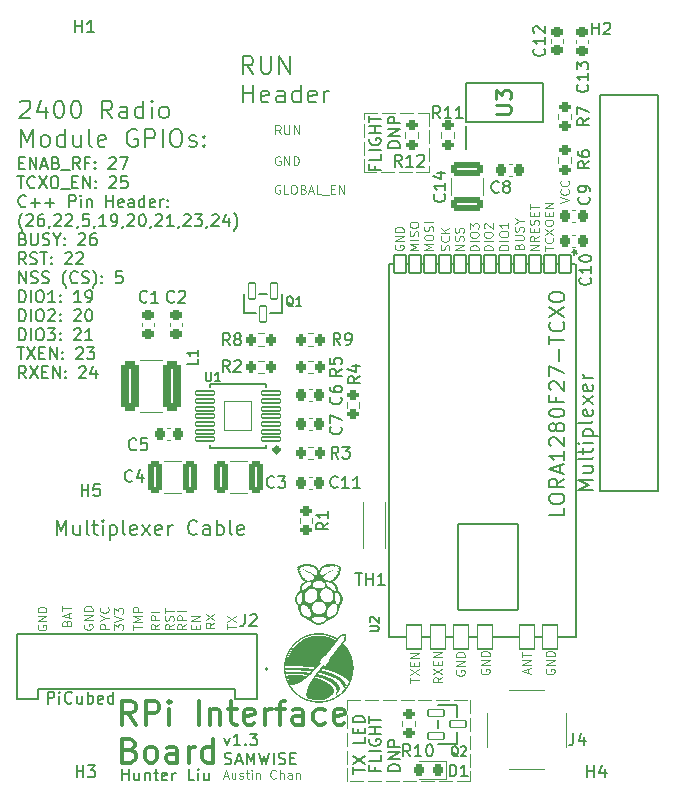
<source format=gto>
%TF.GenerationSoftware,KiCad,Pcbnew,9.0.1*%
%TF.CreationDate,2025-04-07T05:48:08-07:00*%
%TF.ProjectId,RPi_interface,5250695f-696e-4746-9572-666163652e6b,1.3*%
%TF.SameCoordinates,Original*%
%TF.FileFunction,Legend,Top*%
%TF.FilePolarity,Positive*%
%FSLAX46Y46*%
G04 Gerber Fmt 4.6, Leading zero omitted, Abs format (unit mm)*
G04 Created by KiCad (PCBNEW 9.0.1) date 2025-04-07 05:48:08*
%MOMM*%
%LPD*%
G01*
G04 APERTURE LIST*
G04 Aperture macros list*
%AMRoundRect*
0 Rectangle with rounded corners*
0 $1 Rounding radius*
0 $2 $3 $4 $5 $6 $7 $8 $9 X,Y pos of 4 corners*
0 Add a 4 corners polygon primitive as box body*
4,1,4,$2,$3,$4,$5,$6,$7,$8,$9,$2,$3,0*
0 Add four circle primitives for the rounded corners*
1,1,$1+$1,$2,$3*
1,1,$1+$1,$4,$5*
1,1,$1+$1,$6,$7*
1,1,$1+$1,$8,$9*
0 Add four rect primitives between the rounded corners*
20,1,$1+$1,$2,$3,$4,$5,0*
20,1,$1+$1,$4,$5,$6,$7,0*
20,1,$1+$1,$6,$7,$8,$9,0*
20,1,$1+$1,$8,$9,$2,$3,0*%
G04 Aperture macros list end*
%ADD10C,0.100000*%
%ADD11C,0.150000*%
%ADD12C,0.200000*%
%ADD13C,0.300000*%
%ADD14C,0.154432*%
%ADD15C,0.254000*%
%ADD16C,0.127000*%
%ADD17C,0.120000*%
%ADD18C,0.152400*%
%ADD19C,0.000000*%
%ADD20C,0.381000*%
%ADD21RoundRect,0.200000X0.275000X-0.200000X0.275000X0.200000X-0.275000X0.200000X-0.275000X-0.200000X0*%
%ADD22RoundRect,0.063500X-0.660400X0.279400X-0.660400X-0.279400X0.660400X-0.279400X0.660400X0.279400X0*%
%ADD23C,4.700000*%
%ADD24RoundRect,0.225000X-0.225000X-0.250000X0.225000X-0.250000X0.225000X0.250000X-0.225000X0.250000X0*%
%ADD25R,0.650000X2.000000*%
%ADD26R,3.200000X2.000000*%
%ADD27RoundRect,0.250000X-0.325000X-1.100000X0.325000X-1.100000X0.325000X1.100000X-0.325000X1.100000X0*%
%ADD28R,1.150000X1.150000*%
%ADD29C,1.150000*%
%ADD30RoundRect,0.333000X0.417000X1.767000X-0.417000X1.767000X-0.417000X-1.767000X0.417000X-1.767000X0*%
%ADD31RoundRect,0.200000X-0.275000X0.200000X-0.275000X-0.200000X0.275000X-0.200000X0.275000X0.200000X0*%
%ADD32RoundRect,0.218750X0.218750X0.256250X-0.218750X0.256250X-0.218750X-0.256250X0.218750X-0.256250X0*%
%ADD33RoundRect,0.200000X-0.200000X-0.275000X0.200000X-0.275000X0.200000X0.275000X-0.200000X0.275000X0*%
%ADD34RoundRect,0.063500X-0.487500X0.750000X-0.487500X-0.750000X0.487500X-0.750000X0.487500X0.750000X0*%
%ADD35RoundRect,0.063500X-0.650000X1.000000X-0.650000X-1.000000X0.650000X-1.000000X0.650000X1.000000X0*%
%ADD36RoundRect,0.063500X-2.550000X3.650000X-2.550000X-3.650000X2.550000X-3.650000X2.550000X3.650000X0*%
%ADD37RoundRect,0.063500X0.800100X0.152400X-0.800100X0.152400X-0.800100X-0.152400X0.800100X-0.152400X0*%
%ADD38RoundRect,0.063500X1.155000X1.230000X-1.155000X1.230000X-1.155000X-1.230000X1.155000X-1.230000X0*%
%ADD39RoundRect,0.225000X0.250000X-0.225000X0.250000X0.225000X-0.250000X0.225000X-0.250000X-0.225000X0*%
%ADD40RoundRect,0.250000X0.325000X1.100000X-0.325000X1.100000X-0.325000X-1.100000X0.325000X-1.100000X0*%
%ADD41RoundRect,0.063500X0.279400X0.660400X-0.279400X0.660400X-0.279400X-0.660400X0.279400X-0.660400X0*%
%ADD42RoundRect,0.250000X1.100000X-0.325000X1.100000X0.325000X-1.100000X0.325000X-1.100000X-0.325000X0*%
%ADD43C,1.400000*%
%ADD44O,1.400000X1.400000*%
%ADD45RoundRect,0.200000X0.200000X0.275000X-0.200000X0.275000X-0.200000X-0.275000X0.200000X-0.275000X0*%
%ADD46C,2.050000*%
%ADD47C,2.250000*%
%ADD48R,1.700000X1.700000*%
%ADD49O,1.700000X1.700000*%
G04 APERTURE END LIST*
D10*
X120100000Y-56075000D02*
X121200000Y-56075000D01*
X121600000Y-56075000D02*
X122700000Y-56075000D01*
X123100000Y-56075000D02*
X124200000Y-56075000D01*
X124600000Y-56075000D02*
X125600000Y-56075000D01*
X125600000Y-56075000D02*
X125600000Y-57175000D01*
X125600000Y-57575000D02*
X125600000Y-58675000D01*
X125600000Y-59075000D02*
X125600000Y-60175000D01*
X125600000Y-60575000D02*
X125600000Y-61150000D01*
X125600000Y-61150000D02*
X124500000Y-61150000D01*
X124100000Y-61150000D02*
X123000000Y-61150000D01*
X122600000Y-61150000D02*
X121500000Y-61150000D01*
X121100000Y-61150000D02*
X120100000Y-61150000D01*
X120100000Y-61150000D02*
X120100000Y-60050000D01*
X120100000Y-59650000D02*
X120100000Y-58550000D01*
X120100000Y-58150000D02*
X120100000Y-57050000D01*
X120100000Y-56650000D02*
X120100000Y-56075000D01*
D11*
X140045000Y-54575000D02*
X144930000Y-54575000D01*
X144930000Y-88125000D01*
X140045000Y-88125000D01*
X140045000Y-54575000D01*
D10*
X118662500Y-105850000D02*
X119762500Y-105850000D01*
X120162500Y-105850000D02*
X121262500Y-105850000D01*
X121662500Y-105850000D02*
X122762500Y-105850000D01*
X123162500Y-105850000D02*
X124262500Y-105850000D01*
X124662500Y-105850000D02*
X125762500Y-105850000D01*
X126162500Y-105850000D02*
X127262500Y-105850000D01*
X127662500Y-105850000D02*
X128762500Y-105850000D01*
X129012500Y-105850000D02*
X129012500Y-106950000D01*
X129012500Y-107350000D02*
X129012500Y-108450000D01*
X129012500Y-108850000D02*
X129012500Y-109950000D01*
X129012500Y-110350000D02*
X129012500Y-111450000D01*
X129012500Y-111850000D02*
X129012500Y-112700000D01*
X129012500Y-112700000D02*
X127912500Y-112700000D01*
X127512500Y-112700000D02*
X126412500Y-112700000D01*
X126012500Y-112700000D02*
X124912500Y-112700000D01*
X124512500Y-112700000D02*
X123412500Y-112700000D01*
X123012500Y-112700000D02*
X121912500Y-112700000D01*
X121512500Y-112700000D02*
X120412500Y-112700000D01*
X120012500Y-112700000D02*
X118912500Y-112700000D01*
X118662500Y-112700000D02*
X118662500Y-111600000D01*
X118662500Y-111200000D02*
X118662500Y-110100000D01*
X118662500Y-109700000D02*
X118662500Y-108600000D01*
X118662500Y-108200000D02*
X118662500Y-107100000D01*
X118662500Y-106700000D02*
X118662500Y-105850000D01*
X130953014Y-67730639D02*
X130203014Y-67730639D01*
X130203014Y-67730639D02*
X130203014Y-67552068D01*
X130203014Y-67552068D02*
X130238728Y-67444925D01*
X130238728Y-67444925D02*
X130310157Y-67373496D01*
X130310157Y-67373496D02*
X130381585Y-67337782D01*
X130381585Y-67337782D02*
X130524442Y-67302068D01*
X130524442Y-67302068D02*
X130631585Y-67302068D01*
X130631585Y-67302068D02*
X130774442Y-67337782D01*
X130774442Y-67337782D02*
X130845871Y-67373496D01*
X130845871Y-67373496D02*
X130917300Y-67444925D01*
X130917300Y-67444925D02*
X130953014Y-67552068D01*
X130953014Y-67552068D02*
X130953014Y-67730639D01*
X130953014Y-66980639D02*
X130203014Y-66980639D01*
X130203014Y-66480639D02*
X130203014Y-66337782D01*
X130203014Y-66337782D02*
X130238728Y-66266353D01*
X130238728Y-66266353D02*
X130310157Y-66194925D01*
X130310157Y-66194925D02*
X130453014Y-66159210D01*
X130453014Y-66159210D02*
X130703014Y-66159210D01*
X130703014Y-66159210D02*
X130845871Y-66194925D01*
X130845871Y-66194925D02*
X130917300Y-66266353D01*
X130917300Y-66266353D02*
X130953014Y-66337782D01*
X130953014Y-66337782D02*
X130953014Y-66480639D01*
X130953014Y-66480639D02*
X130917300Y-66552068D01*
X130917300Y-66552068D02*
X130845871Y-66623496D01*
X130845871Y-66623496D02*
X130703014Y-66659210D01*
X130703014Y-66659210D02*
X130453014Y-66659210D01*
X130453014Y-66659210D02*
X130310157Y-66623496D01*
X130310157Y-66623496D02*
X130238728Y-66552068D01*
X130238728Y-66552068D02*
X130203014Y-66480639D01*
X130274442Y-65873496D02*
X130238728Y-65837782D01*
X130238728Y-65837782D02*
X130203014Y-65766354D01*
X130203014Y-65766354D02*
X130203014Y-65587782D01*
X130203014Y-65587782D02*
X130238728Y-65516354D01*
X130238728Y-65516354D02*
X130274442Y-65480639D01*
X130274442Y-65480639D02*
X130345871Y-65444925D01*
X130345871Y-65444925D02*
X130417300Y-65444925D01*
X130417300Y-65444925D02*
X130524442Y-65480639D01*
X130524442Y-65480639D02*
X130953014Y-65909211D01*
X130953014Y-65909211D02*
X130953014Y-65444925D01*
X132278014Y-67680639D02*
X131528014Y-67680639D01*
X131528014Y-67680639D02*
X131528014Y-67502068D01*
X131528014Y-67502068D02*
X131563728Y-67394925D01*
X131563728Y-67394925D02*
X131635157Y-67323496D01*
X131635157Y-67323496D02*
X131706585Y-67287782D01*
X131706585Y-67287782D02*
X131849442Y-67252068D01*
X131849442Y-67252068D02*
X131956585Y-67252068D01*
X131956585Y-67252068D02*
X132099442Y-67287782D01*
X132099442Y-67287782D02*
X132170871Y-67323496D01*
X132170871Y-67323496D02*
X132242300Y-67394925D01*
X132242300Y-67394925D02*
X132278014Y-67502068D01*
X132278014Y-67502068D02*
X132278014Y-67680639D01*
X132278014Y-66930639D02*
X131528014Y-66930639D01*
X131528014Y-66430639D02*
X131528014Y-66287782D01*
X131528014Y-66287782D02*
X131563728Y-66216353D01*
X131563728Y-66216353D02*
X131635157Y-66144925D01*
X131635157Y-66144925D02*
X131778014Y-66109210D01*
X131778014Y-66109210D02*
X132028014Y-66109210D01*
X132028014Y-66109210D02*
X132170871Y-66144925D01*
X132170871Y-66144925D02*
X132242300Y-66216353D01*
X132242300Y-66216353D02*
X132278014Y-66287782D01*
X132278014Y-66287782D02*
X132278014Y-66430639D01*
X132278014Y-66430639D02*
X132242300Y-66502068D01*
X132242300Y-66502068D02*
X132170871Y-66573496D01*
X132170871Y-66573496D02*
X132028014Y-66609210D01*
X132028014Y-66609210D02*
X131778014Y-66609210D01*
X131778014Y-66609210D02*
X131635157Y-66573496D01*
X131635157Y-66573496D02*
X131563728Y-66502068D01*
X131563728Y-66502068D02*
X131528014Y-66430639D01*
X132278014Y-65394925D02*
X132278014Y-65823496D01*
X132278014Y-65609211D02*
X131528014Y-65609211D01*
X131528014Y-65609211D02*
X131635157Y-65680639D01*
X131635157Y-65680639D02*
X131706585Y-65752068D01*
X131706585Y-65752068D02*
X131742300Y-65823496D01*
X133185157Y-67405639D02*
X133220871Y-67298496D01*
X133220871Y-67298496D02*
X133256585Y-67262782D01*
X133256585Y-67262782D02*
X133328014Y-67227068D01*
X133328014Y-67227068D02*
X133435157Y-67227068D01*
X133435157Y-67227068D02*
X133506585Y-67262782D01*
X133506585Y-67262782D02*
X133542300Y-67298496D01*
X133542300Y-67298496D02*
X133578014Y-67369925D01*
X133578014Y-67369925D02*
X133578014Y-67655639D01*
X133578014Y-67655639D02*
X132828014Y-67655639D01*
X132828014Y-67655639D02*
X132828014Y-67405639D01*
X132828014Y-67405639D02*
X132863728Y-67334211D01*
X132863728Y-67334211D02*
X132899442Y-67298496D01*
X132899442Y-67298496D02*
X132970871Y-67262782D01*
X132970871Y-67262782D02*
X133042300Y-67262782D01*
X133042300Y-67262782D02*
X133113728Y-67298496D01*
X133113728Y-67298496D02*
X133149442Y-67334211D01*
X133149442Y-67334211D02*
X133185157Y-67405639D01*
X133185157Y-67405639D02*
X133185157Y-67655639D01*
X132828014Y-66905639D02*
X133435157Y-66905639D01*
X133435157Y-66905639D02*
X133506585Y-66869925D01*
X133506585Y-66869925D02*
X133542300Y-66834211D01*
X133542300Y-66834211D02*
X133578014Y-66762782D01*
X133578014Y-66762782D02*
X133578014Y-66619925D01*
X133578014Y-66619925D02*
X133542300Y-66548496D01*
X133542300Y-66548496D02*
X133506585Y-66512782D01*
X133506585Y-66512782D02*
X133435157Y-66477068D01*
X133435157Y-66477068D02*
X132828014Y-66477068D01*
X133542300Y-66155639D02*
X133578014Y-66048497D01*
X133578014Y-66048497D02*
X133578014Y-65869925D01*
X133578014Y-65869925D02*
X133542300Y-65798497D01*
X133542300Y-65798497D02*
X133506585Y-65762782D01*
X133506585Y-65762782D02*
X133435157Y-65727068D01*
X133435157Y-65727068D02*
X133363728Y-65727068D01*
X133363728Y-65727068D02*
X133292300Y-65762782D01*
X133292300Y-65762782D02*
X133256585Y-65798497D01*
X133256585Y-65798497D02*
X133220871Y-65869925D01*
X133220871Y-65869925D02*
X133185157Y-66012782D01*
X133185157Y-66012782D02*
X133149442Y-66084211D01*
X133149442Y-66084211D02*
X133113728Y-66119925D01*
X133113728Y-66119925D02*
X133042300Y-66155639D01*
X133042300Y-66155639D02*
X132970871Y-66155639D01*
X132970871Y-66155639D02*
X132899442Y-66119925D01*
X132899442Y-66119925D02*
X132863728Y-66084211D01*
X132863728Y-66084211D02*
X132828014Y-66012782D01*
X132828014Y-66012782D02*
X132828014Y-65834211D01*
X132828014Y-65834211D02*
X132863728Y-65727068D01*
X133220871Y-65262782D02*
X133578014Y-65262782D01*
X132828014Y-65512782D02*
X133220871Y-65262782D01*
X133220871Y-65262782D02*
X132828014Y-65012782D01*
X127267300Y-67741353D02*
X127303014Y-67634211D01*
X127303014Y-67634211D02*
X127303014Y-67455639D01*
X127303014Y-67455639D02*
X127267300Y-67384211D01*
X127267300Y-67384211D02*
X127231585Y-67348496D01*
X127231585Y-67348496D02*
X127160157Y-67312782D01*
X127160157Y-67312782D02*
X127088728Y-67312782D01*
X127088728Y-67312782D02*
X127017300Y-67348496D01*
X127017300Y-67348496D02*
X126981585Y-67384211D01*
X126981585Y-67384211D02*
X126945871Y-67455639D01*
X126945871Y-67455639D02*
X126910157Y-67598496D01*
X126910157Y-67598496D02*
X126874442Y-67669925D01*
X126874442Y-67669925D02*
X126838728Y-67705639D01*
X126838728Y-67705639D02*
X126767300Y-67741353D01*
X126767300Y-67741353D02*
X126695871Y-67741353D01*
X126695871Y-67741353D02*
X126624442Y-67705639D01*
X126624442Y-67705639D02*
X126588728Y-67669925D01*
X126588728Y-67669925D02*
X126553014Y-67598496D01*
X126553014Y-67598496D02*
X126553014Y-67419925D01*
X126553014Y-67419925D02*
X126588728Y-67312782D01*
X127231585Y-66562782D02*
X127267300Y-66598496D01*
X127267300Y-66598496D02*
X127303014Y-66705639D01*
X127303014Y-66705639D02*
X127303014Y-66777067D01*
X127303014Y-66777067D02*
X127267300Y-66884210D01*
X127267300Y-66884210D02*
X127195871Y-66955639D01*
X127195871Y-66955639D02*
X127124442Y-66991353D01*
X127124442Y-66991353D02*
X126981585Y-67027067D01*
X126981585Y-67027067D02*
X126874442Y-67027067D01*
X126874442Y-67027067D02*
X126731585Y-66991353D01*
X126731585Y-66991353D02*
X126660157Y-66955639D01*
X126660157Y-66955639D02*
X126588728Y-66884210D01*
X126588728Y-66884210D02*
X126553014Y-66777067D01*
X126553014Y-66777067D02*
X126553014Y-66705639D01*
X126553014Y-66705639D02*
X126588728Y-66598496D01*
X126588728Y-66598496D02*
X126624442Y-66562782D01*
X127303014Y-66241353D02*
X126553014Y-66241353D01*
X127303014Y-65812782D02*
X126874442Y-66134210D01*
X126553014Y-65812782D02*
X126981585Y-66241353D01*
X96378728Y-99432782D02*
X96343014Y-99504211D01*
X96343014Y-99504211D02*
X96343014Y-99611353D01*
X96343014Y-99611353D02*
X96378728Y-99718496D01*
X96378728Y-99718496D02*
X96450157Y-99789925D01*
X96450157Y-99789925D02*
X96521585Y-99825639D01*
X96521585Y-99825639D02*
X96664442Y-99861353D01*
X96664442Y-99861353D02*
X96771585Y-99861353D01*
X96771585Y-99861353D02*
X96914442Y-99825639D01*
X96914442Y-99825639D02*
X96985871Y-99789925D01*
X96985871Y-99789925D02*
X97057300Y-99718496D01*
X97057300Y-99718496D02*
X97093014Y-99611353D01*
X97093014Y-99611353D02*
X97093014Y-99539925D01*
X97093014Y-99539925D02*
X97057300Y-99432782D01*
X97057300Y-99432782D02*
X97021585Y-99397068D01*
X97021585Y-99397068D02*
X96771585Y-99397068D01*
X96771585Y-99397068D02*
X96771585Y-99539925D01*
X97093014Y-99075639D02*
X96343014Y-99075639D01*
X96343014Y-99075639D02*
X97093014Y-98647068D01*
X97093014Y-98647068D02*
X96343014Y-98647068D01*
X97093014Y-98289925D02*
X96343014Y-98289925D01*
X96343014Y-98289925D02*
X96343014Y-98111354D01*
X96343014Y-98111354D02*
X96378728Y-98004211D01*
X96378728Y-98004211D02*
X96450157Y-97932782D01*
X96450157Y-97932782D02*
X96521585Y-97897068D01*
X96521585Y-97897068D02*
X96664442Y-97861354D01*
X96664442Y-97861354D02*
X96771585Y-97861354D01*
X96771585Y-97861354D02*
X96914442Y-97897068D01*
X96914442Y-97897068D02*
X96985871Y-97932782D01*
X96985871Y-97932782D02*
X97057300Y-98004211D01*
X97057300Y-98004211D02*
X97093014Y-98111354D01*
X97093014Y-98111354D02*
X97093014Y-98289925D01*
X104995556Y-99377068D02*
X104638413Y-99627068D01*
X104995556Y-99805639D02*
X104245556Y-99805639D01*
X104245556Y-99805639D02*
X104245556Y-99519925D01*
X104245556Y-99519925D02*
X104281270Y-99448496D01*
X104281270Y-99448496D02*
X104316984Y-99412782D01*
X104316984Y-99412782D02*
X104388413Y-99377068D01*
X104388413Y-99377068D02*
X104495556Y-99377068D01*
X104495556Y-99377068D02*
X104566984Y-99412782D01*
X104566984Y-99412782D02*
X104602699Y-99448496D01*
X104602699Y-99448496D02*
X104638413Y-99519925D01*
X104638413Y-99519925D02*
X104638413Y-99805639D01*
X104995556Y-99055639D02*
X104245556Y-99055639D01*
X104245556Y-99055639D02*
X104245556Y-98769925D01*
X104245556Y-98769925D02*
X104281270Y-98698496D01*
X104281270Y-98698496D02*
X104316984Y-98662782D01*
X104316984Y-98662782D02*
X104388413Y-98627068D01*
X104388413Y-98627068D02*
X104495556Y-98627068D01*
X104495556Y-98627068D02*
X104566984Y-98662782D01*
X104566984Y-98662782D02*
X104602699Y-98698496D01*
X104602699Y-98698496D02*
X104638413Y-98769925D01*
X104638413Y-98769925D02*
X104638413Y-99055639D01*
X104995556Y-98305639D02*
X104245556Y-98305639D01*
X105810157Y-99805639D02*
X105810157Y-99555639D01*
X106203014Y-99448496D02*
X106203014Y-99805639D01*
X106203014Y-99805639D02*
X105453014Y-99805639D01*
X105453014Y-99805639D02*
X105453014Y-99448496D01*
X106203014Y-99127068D02*
X105453014Y-99127068D01*
X105453014Y-99127068D02*
X106203014Y-98698497D01*
X106203014Y-98698497D02*
X105453014Y-98698497D01*
X112967217Y-59798728D02*
X112895789Y-59763014D01*
X112895789Y-59763014D02*
X112788646Y-59763014D01*
X112788646Y-59763014D02*
X112681503Y-59798728D01*
X112681503Y-59798728D02*
X112610074Y-59870157D01*
X112610074Y-59870157D02*
X112574360Y-59941585D01*
X112574360Y-59941585D02*
X112538646Y-60084442D01*
X112538646Y-60084442D02*
X112538646Y-60191585D01*
X112538646Y-60191585D02*
X112574360Y-60334442D01*
X112574360Y-60334442D02*
X112610074Y-60405871D01*
X112610074Y-60405871D02*
X112681503Y-60477300D01*
X112681503Y-60477300D02*
X112788646Y-60513014D01*
X112788646Y-60513014D02*
X112860074Y-60513014D01*
X112860074Y-60513014D02*
X112967217Y-60477300D01*
X112967217Y-60477300D02*
X113002931Y-60441585D01*
X113002931Y-60441585D02*
X113002931Y-60191585D01*
X113002931Y-60191585D02*
X112860074Y-60191585D01*
X113324360Y-60513014D02*
X113324360Y-59763014D01*
X113324360Y-59763014D02*
X113752931Y-60513014D01*
X113752931Y-60513014D02*
X113752931Y-59763014D01*
X114110074Y-60513014D02*
X114110074Y-59763014D01*
X114110074Y-59763014D02*
X114288645Y-59763014D01*
X114288645Y-59763014D02*
X114395788Y-59798728D01*
X114395788Y-59798728D02*
X114467217Y-59870157D01*
X114467217Y-59870157D02*
X114502931Y-59941585D01*
X114502931Y-59941585D02*
X114538645Y-60084442D01*
X114538645Y-60084442D02*
X114538645Y-60191585D01*
X114538645Y-60191585D02*
X114502931Y-60334442D01*
X114502931Y-60334442D02*
X114467217Y-60405871D01*
X114467217Y-60405871D02*
X114395788Y-60477300D01*
X114395788Y-60477300D02*
X114288645Y-60513014D01*
X114288645Y-60513014D02*
X114110074Y-60513014D01*
X135353014Y-67762782D02*
X135353014Y-67334211D01*
X136103014Y-67548496D02*
X135353014Y-67548496D01*
X136031585Y-66655639D02*
X136067300Y-66691353D01*
X136067300Y-66691353D02*
X136103014Y-66798496D01*
X136103014Y-66798496D02*
X136103014Y-66869924D01*
X136103014Y-66869924D02*
X136067300Y-66977067D01*
X136067300Y-66977067D02*
X135995871Y-67048496D01*
X135995871Y-67048496D02*
X135924442Y-67084210D01*
X135924442Y-67084210D02*
X135781585Y-67119924D01*
X135781585Y-67119924D02*
X135674442Y-67119924D01*
X135674442Y-67119924D02*
X135531585Y-67084210D01*
X135531585Y-67084210D02*
X135460157Y-67048496D01*
X135460157Y-67048496D02*
X135388728Y-66977067D01*
X135388728Y-66977067D02*
X135353014Y-66869924D01*
X135353014Y-66869924D02*
X135353014Y-66798496D01*
X135353014Y-66798496D02*
X135388728Y-66691353D01*
X135388728Y-66691353D02*
X135424442Y-66655639D01*
X135353014Y-66405639D02*
X136103014Y-65905639D01*
X135353014Y-65905639D02*
X136103014Y-66405639D01*
X135353014Y-65477067D02*
X135353014Y-65334210D01*
X135353014Y-65334210D02*
X135388728Y-65262781D01*
X135388728Y-65262781D02*
X135460157Y-65191353D01*
X135460157Y-65191353D02*
X135603014Y-65155638D01*
X135603014Y-65155638D02*
X135853014Y-65155638D01*
X135853014Y-65155638D02*
X135995871Y-65191353D01*
X135995871Y-65191353D02*
X136067300Y-65262781D01*
X136067300Y-65262781D02*
X136103014Y-65334210D01*
X136103014Y-65334210D02*
X136103014Y-65477067D01*
X136103014Y-65477067D02*
X136067300Y-65548496D01*
X136067300Y-65548496D02*
X135995871Y-65619924D01*
X135995871Y-65619924D02*
X135853014Y-65655638D01*
X135853014Y-65655638D02*
X135603014Y-65655638D01*
X135603014Y-65655638D02*
X135460157Y-65619924D01*
X135460157Y-65619924D02*
X135388728Y-65548496D01*
X135388728Y-65548496D02*
X135353014Y-65477067D01*
X135710157Y-64834210D02*
X135710157Y-64584210D01*
X136103014Y-64477067D02*
X136103014Y-64834210D01*
X136103014Y-64834210D02*
X135353014Y-64834210D01*
X135353014Y-64834210D02*
X135353014Y-64477067D01*
X136103014Y-64155639D02*
X135353014Y-64155639D01*
X135353014Y-64155639D02*
X136103014Y-63727068D01*
X136103014Y-63727068D02*
X135353014Y-63727068D01*
D11*
X93286779Y-106119819D02*
X93286779Y-105119819D01*
X93286779Y-105119819D02*
X93667731Y-105119819D01*
X93667731Y-105119819D02*
X93762969Y-105167438D01*
X93762969Y-105167438D02*
X93810588Y-105215057D01*
X93810588Y-105215057D02*
X93858207Y-105310295D01*
X93858207Y-105310295D02*
X93858207Y-105453152D01*
X93858207Y-105453152D02*
X93810588Y-105548390D01*
X93810588Y-105548390D02*
X93762969Y-105596009D01*
X93762969Y-105596009D02*
X93667731Y-105643628D01*
X93667731Y-105643628D02*
X93286779Y-105643628D01*
X94286779Y-106119819D02*
X94286779Y-105453152D01*
X94286779Y-105119819D02*
X94239160Y-105167438D01*
X94239160Y-105167438D02*
X94286779Y-105215057D01*
X94286779Y-105215057D02*
X94334398Y-105167438D01*
X94334398Y-105167438D02*
X94286779Y-105119819D01*
X94286779Y-105119819D02*
X94286779Y-105215057D01*
X95334397Y-106024580D02*
X95286778Y-106072200D01*
X95286778Y-106072200D02*
X95143921Y-106119819D01*
X95143921Y-106119819D02*
X95048683Y-106119819D01*
X95048683Y-106119819D02*
X94905826Y-106072200D01*
X94905826Y-106072200D02*
X94810588Y-105976961D01*
X94810588Y-105976961D02*
X94762969Y-105881723D01*
X94762969Y-105881723D02*
X94715350Y-105691247D01*
X94715350Y-105691247D02*
X94715350Y-105548390D01*
X94715350Y-105548390D02*
X94762969Y-105357914D01*
X94762969Y-105357914D02*
X94810588Y-105262676D01*
X94810588Y-105262676D02*
X94905826Y-105167438D01*
X94905826Y-105167438D02*
X95048683Y-105119819D01*
X95048683Y-105119819D02*
X95143921Y-105119819D01*
X95143921Y-105119819D02*
X95286778Y-105167438D01*
X95286778Y-105167438D02*
X95334397Y-105215057D01*
X96191540Y-105453152D02*
X96191540Y-106119819D01*
X95762969Y-105453152D02*
X95762969Y-105976961D01*
X95762969Y-105976961D02*
X95810588Y-106072200D01*
X95810588Y-106072200D02*
X95905826Y-106119819D01*
X95905826Y-106119819D02*
X96048683Y-106119819D01*
X96048683Y-106119819D02*
X96143921Y-106072200D01*
X96143921Y-106072200D02*
X96191540Y-106024580D01*
X96667731Y-106119819D02*
X96667731Y-105119819D01*
X96667731Y-105500771D02*
X96762969Y-105453152D01*
X96762969Y-105453152D02*
X96953445Y-105453152D01*
X96953445Y-105453152D02*
X97048683Y-105500771D01*
X97048683Y-105500771D02*
X97096302Y-105548390D01*
X97096302Y-105548390D02*
X97143921Y-105643628D01*
X97143921Y-105643628D02*
X97143921Y-105929342D01*
X97143921Y-105929342D02*
X97096302Y-106024580D01*
X97096302Y-106024580D02*
X97048683Y-106072200D01*
X97048683Y-106072200D02*
X96953445Y-106119819D01*
X96953445Y-106119819D02*
X96762969Y-106119819D01*
X96762969Y-106119819D02*
X96667731Y-106072200D01*
X97953445Y-106072200D02*
X97858207Y-106119819D01*
X97858207Y-106119819D02*
X97667731Y-106119819D01*
X97667731Y-106119819D02*
X97572493Y-106072200D01*
X97572493Y-106072200D02*
X97524874Y-105976961D01*
X97524874Y-105976961D02*
X97524874Y-105596009D01*
X97524874Y-105596009D02*
X97572493Y-105500771D01*
X97572493Y-105500771D02*
X97667731Y-105453152D01*
X97667731Y-105453152D02*
X97858207Y-105453152D01*
X97858207Y-105453152D02*
X97953445Y-105500771D01*
X97953445Y-105500771D02*
X98001064Y-105596009D01*
X98001064Y-105596009D02*
X98001064Y-105691247D01*
X98001064Y-105691247D02*
X97524874Y-105786485D01*
X98858207Y-106119819D02*
X98858207Y-105119819D01*
X98858207Y-106072200D02*
X98762969Y-106119819D01*
X98762969Y-106119819D02*
X98572493Y-106119819D01*
X98572493Y-106119819D02*
X98477255Y-106072200D01*
X98477255Y-106072200D02*
X98429636Y-106024580D01*
X98429636Y-106024580D02*
X98382017Y-105929342D01*
X98382017Y-105929342D02*
X98382017Y-105643628D01*
X98382017Y-105643628D02*
X98429636Y-105548390D01*
X98429636Y-105548390D02*
X98477255Y-105500771D01*
X98477255Y-105500771D02*
X98572493Y-105453152D01*
X98572493Y-105453152D02*
X98762969Y-105453152D01*
X98762969Y-105453152D02*
X98858207Y-105500771D01*
D10*
X129988728Y-103212782D02*
X129953014Y-103284211D01*
X129953014Y-103284211D02*
X129953014Y-103391353D01*
X129953014Y-103391353D02*
X129988728Y-103498496D01*
X129988728Y-103498496D02*
X130060157Y-103569925D01*
X130060157Y-103569925D02*
X130131585Y-103605639D01*
X130131585Y-103605639D02*
X130274442Y-103641353D01*
X130274442Y-103641353D02*
X130381585Y-103641353D01*
X130381585Y-103641353D02*
X130524442Y-103605639D01*
X130524442Y-103605639D02*
X130595871Y-103569925D01*
X130595871Y-103569925D02*
X130667300Y-103498496D01*
X130667300Y-103498496D02*
X130703014Y-103391353D01*
X130703014Y-103391353D02*
X130703014Y-103319925D01*
X130703014Y-103319925D02*
X130667300Y-103212782D01*
X130667300Y-103212782D02*
X130631585Y-103177068D01*
X130631585Y-103177068D02*
X130381585Y-103177068D01*
X130381585Y-103177068D02*
X130381585Y-103319925D01*
X130703014Y-102855639D02*
X129953014Y-102855639D01*
X129953014Y-102855639D02*
X130703014Y-102427068D01*
X130703014Y-102427068D02*
X129953014Y-102427068D01*
X130703014Y-102069925D02*
X129953014Y-102069925D01*
X129953014Y-102069925D02*
X129953014Y-101891354D01*
X129953014Y-101891354D02*
X129988728Y-101784211D01*
X129988728Y-101784211D02*
X130060157Y-101712782D01*
X130060157Y-101712782D02*
X130131585Y-101677068D01*
X130131585Y-101677068D02*
X130274442Y-101641354D01*
X130274442Y-101641354D02*
X130381585Y-101641354D01*
X130381585Y-101641354D02*
X130524442Y-101677068D01*
X130524442Y-101677068D02*
X130595871Y-101712782D01*
X130595871Y-101712782D02*
X130667300Y-101784211D01*
X130667300Y-101784211D02*
X130703014Y-101891354D01*
X130703014Y-101891354D02*
X130703014Y-102069925D01*
X125928014Y-67730639D02*
X125178014Y-67730639D01*
X125178014Y-67730639D02*
X125713728Y-67480639D01*
X125713728Y-67480639D02*
X125178014Y-67230639D01*
X125178014Y-67230639D02*
X125928014Y-67230639D01*
X125178014Y-66730639D02*
X125178014Y-66587782D01*
X125178014Y-66587782D02*
X125213728Y-66516353D01*
X125213728Y-66516353D02*
X125285157Y-66444925D01*
X125285157Y-66444925D02*
X125428014Y-66409210D01*
X125428014Y-66409210D02*
X125678014Y-66409210D01*
X125678014Y-66409210D02*
X125820871Y-66444925D01*
X125820871Y-66444925D02*
X125892300Y-66516353D01*
X125892300Y-66516353D02*
X125928014Y-66587782D01*
X125928014Y-66587782D02*
X125928014Y-66730639D01*
X125928014Y-66730639D02*
X125892300Y-66802068D01*
X125892300Y-66802068D02*
X125820871Y-66873496D01*
X125820871Y-66873496D02*
X125678014Y-66909210D01*
X125678014Y-66909210D02*
X125428014Y-66909210D01*
X125428014Y-66909210D02*
X125285157Y-66873496D01*
X125285157Y-66873496D02*
X125213728Y-66802068D01*
X125213728Y-66802068D02*
X125178014Y-66730639D01*
X125892300Y-66123496D02*
X125928014Y-66016354D01*
X125928014Y-66016354D02*
X125928014Y-65837782D01*
X125928014Y-65837782D02*
X125892300Y-65766354D01*
X125892300Y-65766354D02*
X125856585Y-65730639D01*
X125856585Y-65730639D02*
X125785157Y-65694925D01*
X125785157Y-65694925D02*
X125713728Y-65694925D01*
X125713728Y-65694925D02*
X125642300Y-65730639D01*
X125642300Y-65730639D02*
X125606585Y-65766354D01*
X125606585Y-65766354D02*
X125570871Y-65837782D01*
X125570871Y-65837782D02*
X125535157Y-65980639D01*
X125535157Y-65980639D02*
X125499442Y-66052068D01*
X125499442Y-66052068D02*
X125463728Y-66087782D01*
X125463728Y-66087782D02*
X125392300Y-66123496D01*
X125392300Y-66123496D02*
X125320871Y-66123496D01*
X125320871Y-66123496D02*
X125249442Y-66087782D01*
X125249442Y-66087782D02*
X125213728Y-66052068D01*
X125213728Y-66052068D02*
X125178014Y-65980639D01*
X125178014Y-65980639D02*
X125178014Y-65802068D01*
X125178014Y-65802068D02*
X125213728Y-65694925D01*
X125928014Y-65373496D02*
X125178014Y-65373496D01*
D12*
X90967292Y-55208969D02*
X91038720Y-55137541D01*
X91038720Y-55137541D02*
X91181578Y-55066112D01*
X91181578Y-55066112D02*
X91538720Y-55066112D01*
X91538720Y-55066112D02*
X91681578Y-55137541D01*
X91681578Y-55137541D02*
X91753006Y-55208969D01*
X91753006Y-55208969D02*
X91824435Y-55351826D01*
X91824435Y-55351826D02*
X91824435Y-55494684D01*
X91824435Y-55494684D02*
X91753006Y-55708969D01*
X91753006Y-55708969D02*
X90895863Y-56566112D01*
X90895863Y-56566112D02*
X91824435Y-56566112D01*
X93110149Y-55566112D02*
X93110149Y-56566112D01*
X92753006Y-54994684D02*
X92395863Y-56066112D01*
X92395863Y-56066112D02*
X93324434Y-56066112D01*
X94181577Y-55066112D02*
X94324434Y-55066112D01*
X94324434Y-55066112D02*
X94467291Y-55137541D01*
X94467291Y-55137541D02*
X94538720Y-55208969D01*
X94538720Y-55208969D02*
X94610148Y-55351826D01*
X94610148Y-55351826D02*
X94681577Y-55637541D01*
X94681577Y-55637541D02*
X94681577Y-55994684D01*
X94681577Y-55994684D02*
X94610148Y-56280398D01*
X94610148Y-56280398D02*
X94538720Y-56423255D01*
X94538720Y-56423255D02*
X94467291Y-56494684D01*
X94467291Y-56494684D02*
X94324434Y-56566112D01*
X94324434Y-56566112D02*
X94181577Y-56566112D01*
X94181577Y-56566112D02*
X94038720Y-56494684D01*
X94038720Y-56494684D02*
X93967291Y-56423255D01*
X93967291Y-56423255D02*
X93895862Y-56280398D01*
X93895862Y-56280398D02*
X93824434Y-55994684D01*
X93824434Y-55994684D02*
X93824434Y-55637541D01*
X93824434Y-55637541D02*
X93895862Y-55351826D01*
X93895862Y-55351826D02*
X93967291Y-55208969D01*
X93967291Y-55208969D02*
X94038720Y-55137541D01*
X94038720Y-55137541D02*
X94181577Y-55066112D01*
X95610148Y-55066112D02*
X95753005Y-55066112D01*
X95753005Y-55066112D02*
X95895862Y-55137541D01*
X95895862Y-55137541D02*
X95967291Y-55208969D01*
X95967291Y-55208969D02*
X96038719Y-55351826D01*
X96038719Y-55351826D02*
X96110148Y-55637541D01*
X96110148Y-55637541D02*
X96110148Y-55994684D01*
X96110148Y-55994684D02*
X96038719Y-56280398D01*
X96038719Y-56280398D02*
X95967291Y-56423255D01*
X95967291Y-56423255D02*
X95895862Y-56494684D01*
X95895862Y-56494684D02*
X95753005Y-56566112D01*
X95753005Y-56566112D02*
X95610148Y-56566112D01*
X95610148Y-56566112D02*
X95467291Y-56494684D01*
X95467291Y-56494684D02*
X95395862Y-56423255D01*
X95395862Y-56423255D02*
X95324433Y-56280398D01*
X95324433Y-56280398D02*
X95253005Y-55994684D01*
X95253005Y-55994684D02*
X95253005Y-55637541D01*
X95253005Y-55637541D02*
X95324433Y-55351826D01*
X95324433Y-55351826D02*
X95395862Y-55208969D01*
X95395862Y-55208969D02*
X95467291Y-55137541D01*
X95467291Y-55137541D02*
X95610148Y-55066112D01*
X98753004Y-56566112D02*
X98253004Y-55851826D01*
X97895861Y-56566112D02*
X97895861Y-55066112D01*
X97895861Y-55066112D02*
X98467290Y-55066112D01*
X98467290Y-55066112D02*
X98610147Y-55137541D01*
X98610147Y-55137541D02*
X98681576Y-55208969D01*
X98681576Y-55208969D02*
X98753004Y-55351826D01*
X98753004Y-55351826D02*
X98753004Y-55566112D01*
X98753004Y-55566112D02*
X98681576Y-55708969D01*
X98681576Y-55708969D02*
X98610147Y-55780398D01*
X98610147Y-55780398D02*
X98467290Y-55851826D01*
X98467290Y-55851826D02*
X97895861Y-55851826D01*
X100038719Y-56566112D02*
X100038719Y-55780398D01*
X100038719Y-55780398D02*
X99967290Y-55637541D01*
X99967290Y-55637541D02*
X99824433Y-55566112D01*
X99824433Y-55566112D02*
X99538719Y-55566112D01*
X99538719Y-55566112D02*
X99395861Y-55637541D01*
X100038719Y-56494684D02*
X99895861Y-56566112D01*
X99895861Y-56566112D02*
X99538719Y-56566112D01*
X99538719Y-56566112D02*
X99395861Y-56494684D01*
X99395861Y-56494684D02*
X99324433Y-56351826D01*
X99324433Y-56351826D02*
X99324433Y-56208969D01*
X99324433Y-56208969D02*
X99395861Y-56066112D01*
X99395861Y-56066112D02*
X99538719Y-55994684D01*
X99538719Y-55994684D02*
X99895861Y-55994684D01*
X99895861Y-55994684D02*
X100038719Y-55923255D01*
X101395862Y-56566112D02*
X101395862Y-55066112D01*
X101395862Y-56494684D02*
X101253004Y-56566112D01*
X101253004Y-56566112D02*
X100967290Y-56566112D01*
X100967290Y-56566112D02*
X100824433Y-56494684D01*
X100824433Y-56494684D02*
X100753004Y-56423255D01*
X100753004Y-56423255D02*
X100681576Y-56280398D01*
X100681576Y-56280398D02*
X100681576Y-55851826D01*
X100681576Y-55851826D02*
X100753004Y-55708969D01*
X100753004Y-55708969D02*
X100824433Y-55637541D01*
X100824433Y-55637541D02*
X100967290Y-55566112D01*
X100967290Y-55566112D02*
X101253004Y-55566112D01*
X101253004Y-55566112D02*
X101395862Y-55637541D01*
X102110147Y-56566112D02*
X102110147Y-55566112D01*
X102110147Y-55066112D02*
X102038719Y-55137541D01*
X102038719Y-55137541D02*
X102110147Y-55208969D01*
X102110147Y-55208969D02*
X102181576Y-55137541D01*
X102181576Y-55137541D02*
X102110147Y-55066112D01*
X102110147Y-55066112D02*
X102110147Y-55208969D01*
X103038719Y-56566112D02*
X102895862Y-56494684D01*
X102895862Y-56494684D02*
X102824433Y-56423255D01*
X102824433Y-56423255D02*
X102753005Y-56280398D01*
X102753005Y-56280398D02*
X102753005Y-55851826D01*
X102753005Y-55851826D02*
X102824433Y-55708969D01*
X102824433Y-55708969D02*
X102895862Y-55637541D01*
X102895862Y-55637541D02*
X103038719Y-55566112D01*
X103038719Y-55566112D02*
X103253005Y-55566112D01*
X103253005Y-55566112D02*
X103395862Y-55637541D01*
X103395862Y-55637541D02*
X103467291Y-55708969D01*
X103467291Y-55708969D02*
X103538719Y-55851826D01*
X103538719Y-55851826D02*
X103538719Y-56280398D01*
X103538719Y-56280398D02*
X103467291Y-56423255D01*
X103467291Y-56423255D02*
X103395862Y-56494684D01*
X103395862Y-56494684D02*
X103253005Y-56566112D01*
X103253005Y-56566112D02*
X103038719Y-56566112D01*
X91038720Y-58981028D02*
X91038720Y-57481028D01*
X91038720Y-57481028D02*
X91538720Y-58552457D01*
X91538720Y-58552457D02*
X92038720Y-57481028D01*
X92038720Y-57481028D02*
X92038720Y-58981028D01*
X92967292Y-58981028D02*
X92824435Y-58909600D01*
X92824435Y-58909600D02*
X92753006Y-58838171D01*
X92753006Y-58838171D02*
X92681578Y-58695314D01*
X92681578Y-58695314D02*
X92681578Y-58266742D01*
X92681578Y-58266742D02*
X92753006Y-58123885D01*
X92753006Y-58123885D02*
X92824435Y-58052457D01*
X92824435Y-58052457D02*
X92967292Y-57981028D01*
X92967292Y-57981028D02*
X93181578Y-57981028D01*
X93181578Y-57981028D02*
X93324435Y-58052457D01*
X93324435Y-58052457D02*
X93395864Y-58123885D01*
X93395864Y-58123885D02*
X93467292Y-58266742D01*
X93467292Y-58266742D02*
X93467292Y-58695314D01*
X93467292Y-58695314D02*
X93395864Y-58838171D01*
X93395864Y-58838171D02*
X93324435Y-58909600D01*
X93324435Y-58909600D02*
X93181578Y-58981028D01*
X93181578Y-58981028D02*
X92967292Y-58981028D01*
X94753007Y-58981028D02*
X94753007Y-57481028D01*
X94753007Y-58909600D02*
X94610149Y-58981028D01*
X94610149Y-58981028D02*
X94324435Y-58981028D01*
X94324435Y-58981028D02*
X94181578Y-58909600D01*
X94181578Y-58909600D02*
X94110149Y-58838171D01*
X94110149Y-58838171D02*
X94038721Y-58695314D01*
X94038721Y-58695314D02*
X94038721Y-58266742D01*
X94038721Y-58266742D02*
X94110149Y-58123885D01*
X94110149Y-58123885D02*
X94181578Y-58052457D01*
X94181578Y-58052457D02*
X94324435Y-57981028D01*
X94324435Y-57981028D02*
X94610149Y-57981028D01*
X94610149Y-57981028D02*
X94753007Y-58052457D01*
X96110150Y-57981028D02*
X96110150Y-58981028D01*
X95467292Y-57981028D02*
X95467292Y-58766742D01*
X95467292Y-58766742D02*
X95538721Y-58909600D01*
X95538721Y-58909600D02*
X95681578Y-58981028D01*
X95681578Y-58981028D02*
X95895864Y-58981028D01*
X95895864Y-58981028D02*
X96038721Y-58909600D01*
X96038721Y-58909600D02*
X96110150Y-58838171D01*
X97038721Y-58981028D02*
X96895864Y-58909600D01*
X96895864Y-58909600D02*
X96824435Y-58766742D01*
X96824435Y-58766742D02*
X96824435Y-57481028D01*
X98181578Y-58909600D02*
X98038721Y-58981028D01*
X98038721Y-58981028D02*
X97753007Y-58981028D01*
X97753007Y-58981028D02*
X97610149Y-58909600D01*
X97610149Y-58909600D02*
X97538721Y-58766742D01*
X97538721Y-58766742D02*
X97538721Y-58195314D01*
X97538721Y-58195314D02*
X97610149Y-58052457D01*
X97610149Y-58052457D02*
X97753007Y-57981028D01*
X97753007Y-57981028D02*
X98038721Y-57981028D01*
X98038721Y-57981028D02*
X98181578Y-58052457D01*
X98181578Y-58052457D02*
X98253007Y-58195314D01*
X98253007Y-58195314D02*
X98253007Y-58338171D01*
X98253007Y-58338171D02*
X97538721Y-58481028D01*
X100824435Y-57552457D02*
X100681578Y-57481028D01*
X100681578Y-57481028D02*
X100467292Y-57481028D01*
X100467292Y-57481028D02*
X100253006Y-57552457D01*
X100253006Y-57552457D02*
X100110149Y-57695314D01*
X100110149Y-57695314D02*
X100038720Y-57838171D01*
X100038720Y-57838171D02*
X99967292Y-58123885D01*
X99967292Y-58123885D02*
X99967292Y-58338171D01*
X99967292Y-58338171D02*
X100038720Y-58623885D01*
X100038720Y-58623885D02*
X100110149Y-58766742D01*
X100110149Y-58766742D02*
X100253006Y-58909600D01*
X100253006Y-58909600D02*
X100467292Y-58981028D01*
X100467292Y-58981028D02*
X100610149Y-58981028D01*
X100610149Y-58981028D02*
X100824435Y-58909600D01*
X100824435Y-58909600D02*
X100895863Y-58838171D01*
X100895863Y-58838171D02*
X100895863Y-58338171D01*
X100895863Y-58338171D02*
X100610149Y-58338171D01*
X101538720Y-58981028D02*
X101538720Y-57481028D01*
X101538720Y-57481028D02*
X102110149Y-57481028D01*
X102110149Y-57481028D02*
X102253006Y-57552457D01*
X102253006Y-57552457D02*
X102324435Y-57623885D01*
X102324435Y-57623885D02*
X102395863Y-57766742D01*
X102395863Y-57766742D02*
X102395863Y-57981028D01*
X102395863Y-57981028D02*
X102324435Y-58123885D01*
X102324435Y-58123885D02*
X102253006Y-58195314D01*
X102253006Y-58195314D02*
X102110149Y-58266742D01*
X102110149Y-58266742D02*
X101538720Y-58266742D01*
X103038720Y-58981028D02*
X103038720Y-57481028D01*
X104038721Y-57481028D02*
X104324435Y-57481028D01*
X104324435Y-57481028D02*
X104467292Y-57552457D01*
X104467292Y-57552457D02*
X104610149Y-57695314D01*
X104610149Y-57695314D02*
X104681578Y-57981028D01*
X104681578Y-57981028D02*
X104681578Y-58481028D01*
X104681578Y-58481028D02*
X104610149Y-58766742D01*
X104610149Y-58766742D02*
X104467292Y-58909600D01*
X104467292Y-58909600D02*
X104324435Y-58981028D01*
X104324435Y-58981028D02*
X104038721Y-58981028D01*
X104038721Y-58981028D02*
X103895864Y-58909600D01*
X103895864Y-58909600D02*
X103753006Y-58766742D01*
X103753006Y-58766742D02*
X103681578Y-58481028D01*
X103681578Y-58481028D02*
X103681578Y-57981028D01*
X103681578Y-57981028D02*
X103753006Y-57695314D01*
X103753006Y-57695314D02*
X103895864Y-57552457D01*
X103895864Y-57552457D02*
X104038721Y-57481028D01*
X105253007Y-58909600D02*
X105395864Y-58981028D01*
X105395864Y-58981028D02*
X105681578Y-58981028D01*
X105681578Y-58981028D02*
X105824435Y-58909600D01*
X105824435Y-58909600D02*
X105895864Y-58766742D01*
X105895864Y-58766742D02*
X105895864Y-58695314D01*
X105895864Y-58695314D02*
X105824435Y-58552457D01*
X105824435Y-58552457D02*
X105681578Y-58481028D01*
X105681578Y-58481028D02*
X105467293Y-58481028D01*
X105467293Y-58481028D02*
X105324435Y-58409600D01*
X105324435Y-58409600D02*
X105253007Y-58266742D01*
X105253007Y-58266742D02*
X105253007Y-58195314D01*
X105253007Y-58195314D02*
X105324435Y-58052457D01*
X105324435Y-58052457D02*
X105467293Y-57981028D01*
X105467293Y-57981028D02*
X105681578Y-57981028D01*
X105681578Y-57981028D02*
X105824435Y-58052457D01*
X106538721Y-58838171D02*
X106610150Y-58909600D01*
X106610150Y-58909600D02*
X106538721Y-58981028D01*
X106538721Y-58981028D02*
X106467293Y-58909600D01*
X106467293Y-58909600D02*
X106538721Y-58838171D01*
X106538721Y-58838171D02*
X106538721Y-58981028D01*
X106538721Y-58052457D02*
X106610150Y-58123885D01*
X106610150Y-58123885D02*
X106538721Y-58195314D01*
X106538721Y-58195314D02*
X106467293Y-58123885D01*
X106467293Y-58123885D02*
X106538721Y-58052457D01*
X106538721Y-58052457D02*
X106538721Y-58195314D01*
D10*
X128503014Y-67705639D02*
X127753014Y-67705639D01*
X127753014Y-67705639D02*
X128503014Y-67277068D01*
X128503014Y-67277068D02*
X127753014Y-67277068D01*
X128467300Y-66955639D02*
X128503014Y-66848497D01*
X128503014Y-66848497D02*
X128503014Y-66669925D01*
X128503014Y-66669925D02*
X128467300Y-66598497D01*
X128467300Y-66598497D02*
X128431585Y-66562782D01*
X128431585Y-66562782D02*
X128360157Y-66527068D01*
X128360157Y-66527068D02*
X128288728Y-66527068D01*
X128288728Y-66527068D02*
X128217300Y-66562782D01*
X128217300Y-66562782D02*
X128181585Y-66598497D01*
X128181585Y-66598497D02*
X128145871Y-66669925D01*
X128145871Y-66669925D02*
X128110157Y-66812782D01*
X128110157Y-66812782D02*
X128074442Y-66884211D01*
X128074442Y-66884211D02*
X128038728Y-66919925D01*
X128038728Y-66919925D02*
X127967300Y-66955639D01*
X127967300Y-66955639D02*
X127895871Y-66955639D01*
X127895871Y-66955639D02*
X127824442Y-66919925D01*
X127824442Y-66919925D02*
X127788728Y-66884211D01*
X127788728Y-66884211D02*
X127753014Y-66812782D01*
X127753014Y-66812782D02*
X127753014Y-66634211D01*
X127753014Y-66634211D02*
X127788728Y-66527068D01*
X128467300Y-66241353D02*
X128503014Y-66134211D01*
X128503014Y-66134211D02*
X128503014Y-65955639D01*
X128503014Y-65955639D02*
X128467300Y-65884211D01*
X128467300Y-65884211D02*
X128431585Y-65848496D01*
X128431585Y-65848496D02*
X128360157Y-65812782D01*
X128360157Y-65812782D02*
X128288728Y-65812782D01*
X128288728Y-65812782D02*
X128217300Y-65848496D01*
X128217300Y-65848496D02*
X128181585Y-65884211D01*
X128181585Y-65884211D02*
X128145871Y-65955639D01*
X128145871Y-65955639D02*
X128110157Y-66098496D01*
X128110157Y-66098496D02*
X128074442Y-66169925D01*
X128074442Y-66169925D02*
X128038728Y-66205639D01*
X128038728Y-66205639D02*
X127967300Y-66241353D01*
X127967300Y-66241353D02*
X127895871Y-66241353D01*
X127895871Y-66241353D02*
X127824442Y-66205639D01*
X127824442Y-66205639D02*
X127788728Y-66169925D01*
X127788728Y-66169925D02*
X127753014Y-66098496D01*
X127753014Y-66098496D02*
X127753014Y-65919925D01*
X127753014Y-65919925D02*
X127788728Y-65812782D01*
D12*
X120983465Y-111471993D02*
X120983465Y-111805326D01*
X121507275Y-111805326D02*
X120507275Y-111805326D01*
X120507275Y-111805326D02*
X120507275Y-111329136D01*
X121507275Y-110471993D02*
X121507275Y-110948183D01*
X121507275Y-110948183D02*
X120507275Y-110948183D01*
X121507275Y-110138659D02*
X120507275Y-110138659D01*
X120554894Y-109138660D02*
X120507275Y-109233898D01*
X120507275Y-109233898D02*
X120507275Y-109376755D01*
X120507275Y-109376755D02*
X120554894Y-109519612D01*
X120554894Y-109519612D02*
X120650132Y-109614850D01*
X120650132Y-109614850D02*
X120745370Y-109662469D01*
X120745370Y-109662469D02*
X120935846Y-109710088D01*
X120935846Y-109710088D02*
X121078703Y-109710088D01*
X121078703Y-109710088D02*
X121269179Y-109662469D01*
X121269179Y-109662469D02*
X121364417Y-109614850D01*
X121364417Y-109614850D02*
X121459656Y-109519612D01*
X121459656Y-109519612D02*
X121507275Y-109376755D01*
X121507275Y-109376755D02*
X121507275Y-109281517D01*
X121507275Y-109281517D02*
X121459656Y-109138660D01*
X121459656Y-109138660D02*
X121412036Y-109091041D01*
X121412036Y-109091041D02*
X121078703Y-109091041D01*
X121078703Y-109091041D02*
X121078703Y-109281517D01*
X121507275Y-108662469D02*
X120507275Y-108662469D01*
X120983465Y-108662469D02*
X120983465Y-108091041D01*
X121507275Y-108091041D02*
X120507275Y-108091041D01*
X120507275Y-107757707D02*
X120507275Y-107186279D01*
X121507275Y-107471993D02*
X120507275Y-107471993D01*
X123117219Y-111805326D02*
X122117219Y-111805326D01*
X122117219Y-111805326D02*
X122117219Y-111567231D01*
X122117219Y-111567231D02*
X122164838Y-111424374D01*
X122164838Y-111424374D02*
X122260076Y-111329136D01*
X122260076Y-111329136D02*
X122355314Y-111281517D01*
X122355314Y-111281517D02*
X122545790Y-111233898D01*
X122545790Y-111233898D02*
X122688647Y-111233898D01*
X122688647Y-111233898D02*
X122879123Y-111281517D01*
X122879123Y-111281517D02*
X122974361Y-111329136D01*
X122974361Y-111329136D02*
X123069600Y-111424374D01*
X123069600Y-111424374D02*
X123117219Y-111567231D01*
X123117219Y-111567231D02*
X123117219Y-111805326D01*
X123117219Y-110805326D02*
X122117219Y-110805326D01*
X122117219Y-110805326D02*
X123117219Y-110233898D01*
X123117219Y-110233898D02*
X122117219Y-110233898D01*
X123117219Y-109757707D02*
X122117219Y-109757707D01*
X122117219Y-109757707D02*
X122117219Y-109376755D01*
X122117219Y-109376755D02*
X122164838Y-109281517D01*
X122164838Y-109281517D02*
X122212457Y-109233898D01*
X122212457Y-109233898D02*
X122307695Y-109186279D01*
X122307695Y-109186279D02*
X122450552Y-109186279D01*
X122450552Y-109186279D02*
X122545790Y-109233898D01*
X122545790Y-109233898D02*
X122593409Y-109281517D01*
X122593409Y-109281517D02*
X122641028Y-109376755D01*
X122641028Y-109376755D02*
X122641028Y-109757707D01*
D10*
X124678014Y-67730639D02*
X123928014Y-67730639D01*
X123928014Y-67730639D02*
X124463728Y-67480639D01*
X124463728Y-67480639D02*
X123928014Y-67230639D01*
X123928014Y-67230639D02*
X124678014Y-67230639D01*
X124678014Y-66873496D02*
X123928014Y-66873496D01*
X124642300Y-66552067D02*
X124678014Y-66444925D01*
X124678014Y-66444925D02*
X124678014Y-66266353D01*
X124678014Y-66266353D02*
X124642300Y-66194925D01*
X124642300Y-66194925D02*
X124606585Y-66159210D01*
X124606585Y-66159210D02*
X124535157Y-66123496D01*
X124535157Y-66123496D02*
X124463728Y-66123496D01*
X124463728Y-66123496D02*
X124392300Y-66159210D01*
X124392300Y-66159210D02*
X124356585Y-66194925D01*
X124356585Y-66194925D02*
X124320871Y-66266353D01*
X124320871Y-66266353D02*
X124285157Y-66409210D01*
X124285157Y-66409210D02*
X124249442Y-66480639D01*
X124249442Y-66480639D02*
X124213728Y-66516353D01*
X124213728Y-66516353D02*
X124142300Y-66552067D01*
X124142300Y-66552067D02*
X124070871Y-66552067D01*
X124070871Y-66552067D02*
X123999442Y-66516353D01*
X123999442Y-66516353D02*
X123963728Y-66480639D01*
X123963728Y-66480639D02*
X123928014Y-66409210D01*
X123928014Y-66409210D02*
X123928014Y-66230639D01*
X123928014Y-66230639D02*
X123963728Y-66123496D01*
X123928014Y-65659210D02*
X123928014Y-65516353D01*
X123928014Y-65516353D02*
X123963728Y-65444924D01*
X123963728Y-65444924D02*
X124035157Y-65373496D01*
X124035157Y-65373496D02*
X124178014Y-65337781D01*
X124178014Y-65337781D02*
X124428014Y-65337781D01*
X124428014Y-65337781D02*
X124570871Y-65373496D01*
X124570871Y-65373496D02*
X124642300Y-65444924D01*
X124642300Y-65444924D02*
X124678014Y-65516353D01*
X124678014Y-65516353D02*
X124678014Y-65659210D01*
X124678014Y-65659210D02*
X124642300Y-65730639D01*
X124642300Y-65730639D02*
X124570871Y-65802067D01*
X124570871Y-65802067D02*
X124428014Y-65837781D01*
X124428014Y-65837781D02*
X124178014Y-65837781D01*
X124178014Y-65837781D02*
X124035157Y-65802067D01*
X124035157Y-65802067D02*
X123963728Y-65730639D01*
X123963728Y-65730639D02*
X123928014Y-65659210D01*
X126703014Y-103902068D02*
X126345871Y-104152068D01*
X126703014Y-104330639D02*
X125953014Y-104330639D01*
X125953014Y-104330639D02*
X125953014Y-104044925D01*
X125953014Y-104044925D02*
X125988728Y-103973496D01*
X125988728Y-103973496D02*
X126024442Y-103937782D01*
X126024442Y-103937782D02*
X126095871Y-103902068D01*
X126095871Y-103902068D02*
X126203014Y-103902068D01*
X126203014Y-103902068D02*
X126274442Y-103937782D01*
X126274442Y-103937782D02*
X126310157Y-103973496D01*
X126310157Y-103973496D02*
X126345871Y-104044925D01*
X126345871Y-104044925D02*
X126345871Y-104330639D01*
X125953014Y-103652068D02*
X126703014Y-103152068D01*
X125953014Y-103152068D02*
X126703014Y-103652068D01*
X126310157Y-102866353D02*
X126310157Y-102616353D01*
X126703014Y-102509210D02*
X126703014Y-102866353D01*
X126703014Y-102866353D02*
X125953014Y-102866353D01*
X125953014Y-102866353D02*
X125953014Y-102509210D01*
X126703014Y-102187782D02*
X125953014Y-102187782D01*
X125953014Y-102187782D02*
X126703014Y-101759211D01*
X126703014Y-101759211D02*
X125953014Y-101759211D01*
X92468728Y-99492782D02*
X92433014Y-99564211D01*
X92433014Y-99564211D02*
X92433014Y-99671353D01*
X92433014Y-99671353D02*
X92468728Y-99778496D01*
X92468728Y-99778496D02*
X92540157Y-99849925D01*
X92540157Y-99849925D02*
X92611585Y-99885639D01*
X92611585Y-99885639D02*
X92754442Y-99921353D01*
X92754442Y-99921353D02*
X92861585Y-99921353D01*
X92861585Y-99921353D02*
X93004442Y-99885639D01*
X93004442Y-99885639D02*
X93075871Y-99849925D01*
X93075871Y-99849925D02*
X93147300Y-99778496D01*
X93147300Y-99778496D02*
X93183014Y-99671353D01*
X93183014Y-99671353D02*
X93183014Y-99599925D01*
X93183014Y-99599925D02*
X93147300Y-99492782D01*
X93147300Y-99492782D02*
X93111585Y-99457068D01*
X93111585Y-99457068D02*
X92861585Y-99457068D01*
X92861585Y-99457068D02*
X92861585Y-99599925D01*
X93183014Y-99135639D02*
X92433014Y-99135639D01*
X92433014Y-99135639D02*
X93183014Y-98707068D01*
X93183014Y-98707068D02*
X92433014Y-98707068D01*
X93183014Y-98349925D02*
X92433014Y-98349925D01*
X92433014Y-98349925D02*
X92433014Y-98171354D01*
X92433014Y-98171354D02*
X92468728Y-98064211D01*
X92468728Y-98064211D02*
X92540157Y-97992782D01*
X92540157Y-97992782D02*
X92611585Y-97957068D01*
X92611585Y-97957068D02*
X92754442Y-97921354D01*
X92754442Y-97921354D02*
X92861585Y-97921354D01*
X92861585Y-97921354D02*
X93004442Y-97957068D01*
X93004442Y-97957068D02*
X93075871Y-97992782D01*
X93075871Y-97992782D02*
X93147300Y-98064211D01*
X93147300Y-98064211D02*
X93183014Y-98171354D01*
X93183014Y-98171354D02*
X93183014Y-98349925D01*
X122713728Y-67312782D02*
X122678014Y-67384211D01*
X122678014Y-67384211D02*
X122678014Y-67491353D01*
X122678014Y-67491353D02*
X122713728Y-67598496D01*
X122713728Y-67598496D02*
X122785157Y-67669925D01*
X122785157Y-67669925D02*
X122856585Y-67705639D01*
X122856585Y-67705639D02*
X122999442Y-67741353D01*
X122999442Y-67741353D02*
X123106585Y-67741353D01*
X123106585Y-67741353D02*
X123249442Y-67705639D01*
X123249442Y-67705639D02*
X123320871Y-67669925D01*
X123320871Y-67669925D02*
X123392300Y-67598496D01*
X123392300Y-67598496D02*
X123428014Y-67491353D01*
X123428014Y-67491353D02*
X123428014Y-67419925D01*
X123428014Y-67419925D02*
X123392300Y-67312782D01*
X123392300Y-67312782D02*
X123356585Y-67277068D01*
X123356585Y-67277068D02*
X123106585Y-67277068D01*
X123106585Y-67277068D02*
X123106585Y-67419925D01*
X123428014Y-66955639D02*
X122678014Y-66955639D01*
X122678014Y-66955639D02*
X123428014Y-66527068D01*
X123428014Y-66527068D02*
X122678014Y-66527068D01*
X123428014Y-66169925D02*
X122678014Y-66169925D01*
X122678014Y-66169925D02*
X122678014Y-65991354D01*
X122678014Y-65991354D02*
X122713728Y-65884211D01*
X122713728Y-65884211D02*
X122785157Y-65812782D01*
X122785157Y-65812782D02*
X122856585Y-65777068D01*
X122856585Y-65777068D02*
X122999442Y-65741354D01*
X122999442Y-65741354D02*
X123106585Y-65741354D01*
X123106585Y-65741354D02*
X123249442Y-65777068D01*
X123249442Y-65777068D02*
X123320871Y-65812782D01*
X123320871Y-65812782D02*
X123392300Y-65884211D01*
X123392300Y-65884211D02*
X123428014Y-65991354D01*
X123428014Y-65991354D02*
X123428014Y-66169925D01*
X113002931Y-57913014D02*
X112752931Y-57555871D01*
X112574360Y-57913014D02*
X112574360Y-57163014D01*
X112574360Y-57163014D02*
X112860074Y-57163014D01*
X112860074Y-57163014D02*
X112931503Y-57198728D01*
X112931503Y-57198728D02*
X112967217Y-57234442D01*
X112967217Y-57234442D02*
X113002931Y-57305871D01*
X113002931Y-57305871D02*
X113002931Y-57413014D01*
X113002931Y-57413014D02*
X112967217Y-57484442D01*
X112967217Y-57484442D02*
X112931503Y-57520157D01*
X112931503Y-57520157D02*
X112860074Y-57555871D01*
X112860074Y-57555871D02*
X112574360Y-57555871D01*
X113324360Y-57163014D02*
X113324360Y-57770157D01*
X113324360Y-57770157D02*
X113360074Y-57841585D01*
X113360074Y-57841585D02*
X113395789Y-57877300D01*
X113395789Y-57877300D02*
X113467217Y-57913014D01*
X113467217Y-57913014D02*
X113610074Y-57913014D01*
X113610074Y-57913014D02*
X113681503Y-57877300D01*
X113681503Y-57877300D02*
X113717217Y-57841585D01*
X113717217Y-57841585D02*
X113752931Y-57770157D01*
X113752931Y-57770157D02*
X113752931Y-57163014D01*
X114110074Y-57913014D02*
X114110074Y-57163014D01*
X114110074Y-57163014D02*
X114538645Y-57913014D01*
X114538645Y-57913014D02*
X114538645Y-57163014D01*
X100528014Y-99862782D02*
X100528014Y-99434211D01*
X101278014Y-99648496D02*
X100528014Y-99648496D01*
X101278014Y-99184210D02*
X100528014Y-99184210D01*
X100528014Y-99184210D02*
X101063728Y-98934210D01*
X101063728Y-98934210D02*
X100528014Y-98684210D01*
X100528014Y-98684210D02*
X101278014Y-98684210D01*
X101278014Y-98327067D02*
X100528014Y-98327067D01*
X100528014Y-98327067D02*
X100528014Y-98041353D01*
X100528014Y-98041353D02*
X100563728Y-97969924D01*
X100563728Y-97969924D02*
X100599442Y-97934210D01*
X100599442Y-97934210D02*
X100670871Y-97898496D01*
X100670871Y-97898496D02*
X100778014Y-97898496D01*
X100778014Y-97898496D02*
X100849442Y-97934210D01*
X100849442Y-97934210D02*
X100885157Y-97969924D01*
X100885157Y-97969924D02*
X100920871Y-98041353D01*
X100920871Y-98041353D02*
X100920871Y-98327067D01*
X108503014Y-99837782D02*
X108503014Y-99409211D01*
X109253014Y-99623496D02*
X108503014Y-99623496D01*
X108503014Y-99230639D02*
X109253014Y-98730639D01*
X108503014Y-98730639D02*
X109253014Y-99230639D01*
D12*
X120983465Y-60612530D02*
X120983465Y-60945863D01*
X121507275Y-60945863D02*
X120507275Y-60945863D01*
X120507275Y-60945863D02*
X120507275Y-60469673D01*
X121507275Y-59612530D02*
X121507275Y-60088720D01*
X121507275Y-60088720D02*
X120507275Y-60088720D01*
X121507275Y-59279196D02*
X120507275Y-59279196D01*
X120554894Y-58279197D02*
X120507275Y-58374435D01*
X120507275Y-58374435D02*
X120507275Y-58517292D01*
X120507275Y-58517292D02*
X120554894Y-58660149D01*
X120554894Y-58660149D02*
X120650132Y-58755387D01*
X120650132Y-58755387D02*
X120745370Y-58803006D01*
X120745370Y-58803006D02*
X120935846Y-58850625D01*
X120935846Y-58850625D02*
X121078703Y-58850625D01*
X121078703Y-58850625D02*
X121269179Y-58803006D01*
X121269179Y-58803006D02*
X121364417Y-58755387D01*
X121364417Y-58755387D02*
X121459656Y-58660149D01*
X121459656Y-58660149D02*
X121507275Y-58517292D01*
X121507275Y-58517292D02*
X121507275Y-58422054D01*
X121507275Y-58422054D02*
X121459656Y-58279197D01*
X121459656Y-58279197D02*
X121412036Y-58231578D01*
X121412036Y-58231578D02*
X121078703Y-58231578D01*
X121078703Y-58231578D02*
X121078703Y-58422054D01*
X121507275Y-57803006D02*
X120507275Y-57803006D01*
X120983465Y-57803006D02*
X120983465Y-57231578D01*
X121507275Y-57231578D02*
X120507275Y-57231578D01*
X120507275Y-56898244D02*
X120507275Y-56326816D01*
X121507275Y-56612530D02*
X120507275Y-56612530D01*
X123117219Y-59041101D02*
X122117219Y-59041101D01*
X122117219Y-59041101D02*
X122117219Y-58803006D01*
X122117219Y-58803006D02*
X122164838Y-58660149D01*
X122164838Y-58660149D02*
X122260076Y-58564911D01*
X122260076Y-58564911D02*
X122355314Y-58517292D01*
X122355314Y-58517292D02*
X122545790Y-58469673D01*
X122545790Y-58469673D02*
X122688647Y-58469673D01*
X122688647Y-58469673D02*
X122879123Y-58517292D01*
X122879123Y-58517292D02*
X122974361Y-58564911D01*
X122974361Y-58564911D02*
X123069600Y-58660149D01*
X123069600Y-58660149D02*
X123117219Y-58803006D01*
X123117219Y-58803006D02*
X123117219Y-59041101D01*
X123117219Y-58041101D02*
X122117219Y-58041101D01*
X122117219Y-58041101D02*
X123117219Y-57469673D01*
X123117219Y-57469673D02*
X122117219Y-57469673D01*
X123117219Y-56993482D02*
X122117219Y-56993482D01*
X122117219Y-56993482D02*
X122117219Y-56612530D01*
X122117219Y-56612530D02*
X122164838Y-56517292D01*
X122164838Y-56517292D02*
X122212457Y-56469673D01*
X122212457Y-56469673D02*
X122307695Y-56422054D01*
X122307695Y-56422054D02*
X122450552Y-56422054D01*
X122450552Y-56422054D02*
X122545790Y-56469673D01*
X122545790Y-56469673D02*
X122593409Y-56517292D01*
X122593409Y-56517292D02*
X122641028Y-56612530D01*
X122641028Y-56612530D02*
X122641028Y-56993482D01*
D10*
X129778014Y-67730639D02*
X129028014Y-67730639D01*
X129028014Y-67730639D02*
X129028014Y-67552068D01*
X129028014Y-67552068D02*
X129063728Y-67444925D01*
X129063728Y-67444925D02*
X129135157Y-67373496D01*
X129135157Y-67373496D02*
X129206585Y-67337782D01*
X129206585Y-67337782D02*
X129349442Y-67302068D01*
X129349442Y-67302068D02*
X129456585Y-67302068D01*
X129456585Y-67302068D02*
X129599442Y-67337782D01*
X129599442Y-67337782D02*
X129670871Y-67373496D01*
X129670871Y-67373496D02*
X129742300Y-67444925D01*
X129742300Y-67444925D02*
X129778014Y-67552068D01*
X129778014Y-67552068D02*
X129778014Y-67730639D01*
X129778014Y-66980639D02*
X129028014Y-66980639D01*
X129028014Y-66480639D02*
X129028014Y-66337782D01*
X129028014Y-66337782D02*
X129063728Y-66266353D01*
X129063728Y-66266353D02*
X129135157Y-66194925D01*
X129135157Y-66194925D02*
X129278014Y-66159210D01*
X129278014Y-66159210D02*
X129528014Y-66159210D01*
X129528014Y-66159210D02*
X129670871Y-66194925D01*
X129670871Y-66194925D02*
X129742300Y-66266353D01*
X129742300Y-66266353D02*
X129778014Y-66337782D01*
X129778014Y-66337782D02*
X129778014Y-66480639D01*
X129778014Y-66480639D02*
X129742300Y-66552068D01*
X129742300Y-66552068D02*
X129670871Y-66623496D01*
X129670871Y-66623496D02*
X129528014Y-66659210D01*
X129528014Y-66659210D02*
X129278014Y-66659210D01*
X129278014Y-66659210D02*
X129135157Y-66623496D01*
X129135157Y-66623496D02*
X129063728Y-66552068D01*
X129063728Y-66552068D02*
X129028014Y-66480639D01*
X129028014Y-65909211D02*
X129028014Y-65444925D01*
X129028014Y-65444925D02*
X129313728Y-65694925D01*
X129313728Y-65694925D02*
X129313728Y-65587782D01*
X129313728Y-65587782D02*
X129349442Y-65516354D01*
X129349442Y-65516354D02*
X129385157Y-65480639D01*
X129385157Y-65480639D02*
X129456585Y-65444925D01*
X129456585Y-65444925D02*
X129635157Y-65444925D01*
X129635157Y-65444925D02*
X129706585Y-65480639D01*
X129706585Y-65480639D02*
X129742300Y-65516354D01*
X129742300Y-65516354D02*
X129778014Y-65587782D01*
X129778014Y-65587782D02*
X129778014Y-65802068D01*
X129778014Y-65802068D02*
X129742300Y-65873496D01*
X129742300Y-65873496D02*
X129706585Y-65909211D01*
D12*
X110695863Y-52801112D02*
X110195863Y-52086826D01*
X109838720Y-52801112D02*
X109838720Y-51301112D01*
X109838720Y-51301112D02*
X110410149Y-51301112D01*
X110410149Y-51301112D02*
X110553006Y-51372541D01*
X110553006Y-51372541D02*
X110624435Y-51443969D01*
X110624435Y-51443969D02*
X110695863Y-51586826D01*
X110695863Y-51586826D02*
X110695863Y-51801112D01*
X110695863Y-51801112D02*
X110624435Y-51943969D01*
X110624435Y-51943969D02*
X110553006Y-52015398D01*
X110553006Y-52015398D02*
X110410149Y-52086826D01*
X110410149Y-52086826D02*
X109838720Y-52086826D01*
X111338720Y-51301112D02*
X111338720Y-52515398D01*
X111338720Y-52515398D02*
X111410149Y-52658255D01*
X111410149Y-52658255D02*
X111481578Y-52729684D01*
X111481578Y-52729684D02*
X111624435Y-52801112D01*
X111624435Y-52801112D02*
X111910149Y-52801112D01*
X111910149Y-52801112D02*
X112053006Y-52729684D01*
X112053006Y-52729684D02*
X112124435Y-52658255D01*
X112124435Y-52658255D02*
X112195863Y-52515398D01*
X112195863Y-52515398D02*
X112195863Y-51301112D01*
X112910149Y-52801112D02*
X112910149Y-51301112D01*
X112910149Y-51301112D02*
X113767292Y-52801112D01*
X113767292Y-52801112D02*
X113767292Y-51301112D01*
X109838720Y-55216028D02*
X109838720Y-53716028D01*
X109838720Y-54430314D02*
X110695863Y-54430314D01*
X110695863Y-55216028D02*
X110695863Y-53716028D01*
X111981578Y-55144600D02*
X111838721Y-55216028D01*
X111838721Y-55216028D02*
X111553007Y-55216028D01*
X111553007Y-55216028D02*
X111410149Y-55144600D01*
X111410149Y-55144600D02*
X111338721Y-55001742D01*
X111338721Y-55001742D02*
X111338721Y-54430314D01*
X111338721Y-54430314D02*
X111410149Y-54287457D01*
X111410149Y-54287457D02*
X111553007Y-54216028D01*
X111553007Y-54216028D02*
X111838721Y-54216028D01*
X111838721Y-54216028D02*
X111981578Y-54287457D01*
X111981578Y-54287457D02*
X112053007Y-54430314D01*
X112053007Y-54430314D02*
X112053007Y-54573171D01*
X112053007Y-54573171D02*
X111338721Y-54716028D01*
X113338721Y-55216028D02*
X113338721Y-54430314D01*
X113338721Y-54430314D02*
X113267292Y-54287457D01*
X113267292Y-54287457D02*
X113124435Y-54216028D01*
X113124435Y-54216028D02*
X112838721Y-54216028D01*
X112838721Y-54216028D02*
X112695863Y-54287457D01*
X113338721Y-55144600D02*
X113195863Y-55216028D01*
X113195863Y-55216028D02*
X112838721Y-55216028D01*
X112838721Y-55216028D02*
X112695863Y-55144600D01*
X112695863Y-55144600D02*
X112624435Y-55001742D01*
X112624435Y-55001742D02*
X112624435Y-54858885D01*
X112624435Y-54858885D02*
X112695863Y-54716028D01*
X112695863Y-54716028D02*
X112838721Y-54644600D01*
X112838721Y-54644600D02*
X113195863Y-54644600D01*
X113195863Y-54644600D02*
X113338721Y-54573171D01*
X114695864Y-55216028D02*
X114695864Y-53716028D01*
X114695864Y-55144600D02*
X114553006Y-55216028D01*
X114553006Y-55216028D02*
X114267292Y-55216028D01*
X114267292Y-55216028D02*
X114124435Y-55144600D01*
X114124435Y-55144600D02*
X114053006Y-55073171D01*
X114053006Y-55073171D02*
X113981578Y-54930314D01*
X113981578Y-54930314D02*
X113981578Y-54501742D01*
X113981578Y-54501742D02*
X114053006Y-54358885D01*
X114053006Y-54358885D02*
X114124435Y-54287457D01*
X114124435Y-54287457D02*
X114267292Y-54216028D01*
X114267292Y-54216028D02*
X114553006Y-54216028D01*
X114553006Y-54216028D02*
X114695864Y-54287457D01*
X115981578Y-55144600D02*
X115838721Y-55216028D01*
X115838721Y-55216028D02*
X115553007Y-55216028D01*
X115553007Y-55216028D02*
X115410149Y-55144600D01*
X115410149Y-55144600D02*
X115338721Y-55001742D01*
X115338721Y-55001742D02*
X115338721Y-54430314D01*
X115338721Y-54430314D02*
X115410149Y-54287457D01*
X115410149Y-54287457D02*
X115553007Y-54216028D01*
X115553007Y-54216028D02*
X115838721Y-54216028D01*
X115838721Y-54216028D02*
X115981578Y-54287457D01*
X115981578Y-54287457D02*
X116053007Y-54430314D01*
X116053007Y-54430314D02*
X116053007Y-54573171D01*
X116053007Y-54573171D02*
X115338721Y-54716028D01*
X116695863Y-55216028D02*
X116695863Y-54216028D01*
X116695863Y-54501742D02*
X116767292Y-54358885D01*
X116767292Y-54358885D02*
X116838721Y-54287457D01*
X116838721Y-54287457D02*
X116981578Y-54216028D01*
X116981578Y-54216028D02*
X117124435Y-54216028D01*
D10*
X102745556Y-99402068D02*
X102388413Y-99652068D01*
X102745556Y-99830639D02*
X101995556Y-99830639D01*
X101995556Y-99830639D02*
X101995556Y-99544925D01*
X101995556Y-99544925D02*
X102031270Y-99473496D01*
X102031270Y-99473496D02*
X102066984Y-99437782D01*
X102066984Y-99437782D02*
X102138413Y-99402068D01*
X102138413Y-99402068D02*
X102245556Y-99402068D01*
X102245556Y-99402068D02*
X102316984Y-99437782D01*
X102316984Y-99437782D02*
X102352699Y-99473496D01*
X102352699Y-99473496D02*
X102388413Y-99544925D01*
X102388413Y-99544925D02*
X102388413Y-99830639D01*
X102745556Y-99080639D02*
X101995556Y-99080639D01*
X101995556Y-99080639D02*
X101995556Y-98794925D01*
X101995556Y-98794925D02*
X102031270Y-98723496D01*
X102031270Y-98723496D02*
X102066984Y-98687782D01*
X102066984Y-98687782D02*
X102138413Y-98652068D01*
X102138413Y-98652068D02*
X102245556Y-98652068D01*
X102245556Y-98652068D02*
X102316984Y-98687782D01*
X102316984Y-98687782D02*
X102352699Y-98723496D01*
X102352699Y-98723496D02*
X102388413Y-98794925D01*
X102388413Y-98794925D02*
X102388413Y-99080639D01*
X102745556Y-98330639D02*
X101995556Y-98330639D01*
X103953014Y-99402068D02*
X103595871Y-99652068D01*
X103953014Y-99830639D02*
X103203014Y-99830639D01*
X103203014Y-99830639D02*
X103203014Y-99544925D01*
X103203014Y-99544925D02*
X103238728Y-99473496D01*
X103238728Y-99473496D02*
X103274442Y-99437782D01*
X103274442Y-99437782D02*
X103345871Y-99402068D01*
X103345871Y-99402068D02*
X103453014Y-99402068D01*
X103453014Y-99402068D02*
X103524442Y-99437782D01*
X103524442Y-99437782D02*
X103560157Y-99473496D01*
X103560157Y-99473496D02*
X103595871Y-99544925D01*
X103595871Y-99544925D02*
X103595871Y-99830639D01*
X103917300Y-99116353D02*
X103953014Y-99009211D01*
X103953014Y-99009211D02*
X103953014Y-98830639D01*
X103953014Y-98830639D02*
X103917300Y-98759211D01*
X103917300Y-98759211D02*
X103881585Y-98723496D01*
X103881585Y-98723496D02*
X103810157Y-98687782D01*
X103810157Y-98687782D02*
X103738728Y-98687782D01*
X103738728Y-98687782D02*
X103667300Y-98723496D01*
X103667300Y-98723496D02*
X103631585Y-98759211D01*
X103631585Y-98759211D02*
X103595871Y-98830639D01*
X103595871Y-98830639D02*
X103560157Y-98973496D01*
X103560157Y-98973496D02*
X103524442Y-99044925D01*
X103524442Y-99044925D02*
X103488728Y-99080639D01*
X103488728Y-99080639D02*
X103417300Y-99116353D01*
X103417300Y-99116353D02*
X103345871Y-99116353D01*
X103345871Y-99116353D02*
X103274442Y-99080639D01*
X103274442Y-99080639D02*
X103238728Y-99044925D01*
X103238728Y-99044925D02*
X103203014Y-98973496D01*
X103203014Y-98973496D02*
X103203014Y-98794925D01*
X103203014Y-98794925D02*
X103238728Y-98687782D01*
X103203014Y-98473496D02*
X103203014Y-98044925D01*
X103953014Y-98259210D02*
X103203014Y-98259210D01*
X134853014Y-67755639D02*
X134103014Y-67755639D01*
X134103014Y-67755639D02*
X134853014Y-67327068D01*
X134853014Y-67327068D02*
X134103014Y-67327068D01*
X134853014Y-66541354D02*
X134495871Y-66791354D01*
X134853014Y-66969925D02*
X134103014Y-66969925D01*
X134103014Y-66969925D02*
X134103014Y-66684211D01*
X134103014Y-66684211D02*
X134138728Y-66612782D01*
X134138728Y-66612782D02*
X134174442Y-66577068D01*
X134174442Y-66577068D02*
X134245871Y-66541354D01*
X134245871Y-66541354D02*
X134353014Y-66541354D01*
X134353014Y-66541354D02*
X134424442Y-66577068D01*
X134424442Y-66577068D02*
X134460157Y-66612782D01*
X134460157Y-66612782D02*
X134495871Y-66684211D01*
X134495871Y-66684211D02*
X134495871Y-66969925D01*
X134460157Y-66219925D02*
X134460157Y-65969925D01*
X134853014Y-65862782D02*
X134853014Y-66219925D01*
X134853014Y-66219925D02*
X134103014Y-66219925D01*
X134103014Y-66219925D02*
X134103014Y-65862782D01*
X134817300Y-65577068D02*
X134853014Y-65469926D01*
X134853014Y-65469926D02*
X134853014Y-65291354D01*
X134853014Y-65291354D02*
X134817300Y-65219926D01*
X134817300Y-65219926D02*
X134781585Y-65184211D01*
X134781585Y-65184211D02*
X134710157Y-65148497D01*
X134710157Y-65148497D02*
X134638728Y-65148497D01*
X134638728Y-65148497D02*
X134567300Y-65184211D01*
X134567300Y-65184211D02*
X134531585Y-65219926D01*
X134531585Y-65219926D02*
X134495871Y-65291354D01*
X134495871Y-65291354D02*
X134460157Y-65434211D01*
X134460157Y-65434211D02*
X134424442Y-65505640D01*
X134424442Y-65505640D02*
X134388728Y-65541354D01*
X134388728Y-65541354D02*
X134317300Y-65577068D01*
X134317300Y-65577068D02*
X134245871Y-65577068D01*
X134245871Y-65577068D02*
X134174442Y-65541354D01*
X134174442Y-65541354D02*
X134138728Y-65505640D01*
X134138728Y-65505640D02*
X134103014Y-65434211D01*
X134103014Y-65434211D02*
X134103014Y-65255640D01*
X134103014Y-65255640D02*
X134138728Y-65148497D01*
X134460157Y-64827068D02*
X134460157Y-64577068D01*
X134853014Y-64469925D02*
X134853014Y-64827068D01*
X134853014Y-64827068D02*
X134103014Y-64827068D01*
X134103014Y-64827068D02*
X134103014Y-64469925D01*
X134103014Y-64255640D02*
X134103014Y-63827069D01*
X134853014Y-64041354D02*
X134103014Y-64041354D01*
X94885157Y-99305639D02*
X94920871Y-99198496D01*
X94920871Y-99198496D02*
X94956585Y-99162782D01*
X94956585Y-99162782D02*
X95028014Y-99127068D01*
X95028014Y-99127068D02*
X95135157Y-99127068D01*
X95135157Y-99127068D02*
X95206585Y-99162782D01*
X95206585Y-99162782D02*
X95242300Y-99198496D01*
X95242300Y-99198496D02*
X95278014Y-99269925D01*
X95278014Y-99269925D02*
X95278014Y-99555639D01*
X95278014Y-99555639D02*
X94528014Y-99555639D01*
X94528014Y-99555639D02*
X94528014Y-99305639D01*
X94528014Y-99305639D02*
X94563728Y-99234211D01*
X94563728Y-99234211D02*
X94599442Y-99198496D01*
X94599442Y-99198496D02*
X94670871Y-99162782D01*
X94670871Y-99162782D02*
X94742300Y-99162782D01*
X94742300Y-99162782D02*
X94813728Y-99198496D01*
X94813728Y-99198496D02*
X94849442Y-99234211D01*
X94849442Y-99234211D02*
X94885157Y-99305639D01*
X94885157Y-99305639D02*
X94885157Y-99555639D01*
X95063728Y-98841353D02*
X95063728Y-98484211D01*
X95278014Y-98912782D02*
X94528014Y-98662782D01*
X94528014Y-98662782D02*
X95278014Y-98412782D01*
X94528014Y-98269925D02*
X94528014Y-97841354D01*
X95278014Y-98055639D02*
X94528014Y-98055639D01*
X135488728Y-103212782D02*
X135453014Y-103284211D01*
X135453014Y-103284211D02*
X135453014Y-103391353D01*
X135453014Y-103391353D02*
X135488728Y-103498496D01*
X135488728Y-103498496D02*
X135560157Y-103569925D01*
X135560157Y-103569925D02*
X135631585Y-103605639D01*
X135631585Y-103605639D02*
X135774442Y-103641353D01*
X135774442Y-103641353D02*
X135881585Y-103641353D01*
X135881585Y-103641353D02*
X136024442Y-103605639D01*
X136024442Y-103605639D02*
X136095871Y-103569925D01*
X136095871Y-103569925D02*
X136167300Y-103498496D01*
X136167300Y-103498496D02*
X136203014Y-103391353D01*
X136203014Y-103391353D02*
X136203014Y-103319925D01*
X136203014Y-103319925D02*
X136167300Y-103212782D01*
X136167300Y-103212782D02*
X136131585Y-103177068D01*
X136131585Y-103177068D02*
X135881585Y-103177068D01*
X135881585Y-103177068D02*
X135881585Y-103319925D01*
X136203014Y-102855639D02*
X135453014Y-102855639D01*
X135453014Y-102855639D02*
X136203014Y-102427068D01*
X136203014Y-102427068D02*
X135453014Y-102427068D01*
X136203014Y-102069925D02*
X135453014Y-102069925D01*
X135453014Y-102069925D02*
X135453014Y-101891354D01*
X135453014Y-101891354D02*
X135488728Y-101784211D01*
X135488728Y-101784211D02*
X135560157Y-101712782D01*
X135560157Y-101712782D02*
X135631585Y-101677068D01*
X135631585Y-101677068D02*
X135774442Y-101641354D01*
X135774442Y-101641354D02*
X135881585Y-101641354D01*
X135881585Y-101641354D02*
X136024442Y-101677068D01*
X136024442Y-101677068D02*
X136095871Y-101712782D01*
X136095871Y-101712782D02*
X136167300Y-101784211D01*
X136167300Y-101784211D02*
X136203014Y-101891354D01*
X136203014Y-101891354D02*
X136203014Y-102069925D01*
D11*
X94036303Y-91839223D02*
X94036303Y-90589223D01*
X94036303Y-90589223D02*
X94452969Y-91482080D01*
X94452969Y-91482080D02*
X94869636Y-90589223D01*
X94869636Y-90589223D02*
X94869636Y-91839223D01*
X96000588Y-91005890D02*
X96000588Y-91839223D01*
X95464874Y-91005890D02*
X95464874Y-91660652D01*
X95464874Y-91660652D02*
X95524397Y-91779700D01*
X95524397Y-91779700D02*
X95643445Y-91839223D01*
X95643445Y-91839223D02*
X95822016Y-91839223D01*
X95822016Y-91839223D02*
X95941064Y-91779700D01*
X95941064Y-91779700D02*
X96000588Y-91720176D01*
X96774397Y-91839223D02*
X96655349Y-91779700D01*
X96655349Y-91779700D02*
X96595826Y-91660652D01*
X96595826Y-91660652D02*
X96595826Y-90589223D01*
X97072016Y-91005890D02*
X97548207Y-91005890D01*
X97250588Y-90589223D02*
X97250588Y-91660652D01*
X97250588Y-91660652D02*
X97310111Y-91779700D01*
X97310111Y-91779700D02*
X97429159Y-91839223D01*
X97429159Y-91839223D02*
X97548207Y-91839223D01*
X97964874Y-91839223D02*
X97964874Y-91005890D01*
X97964874Y-90589223D02*
X97905350Y-90648747D01*
X97905350Y-90648747D02*
X97964874Y-90708271D01*
X97964874Y-90708271D02*
X98024397Y-90648747D01*
X98024397Y-90648747D02*
X97964874Y-90589223D01*
X97964874Y-90589223D02*
X97964874Y-90708271D01*
X98560112Y-91005890D02*
X98560112Y-92255890D01*
X98560112Y-91065414D02*
X98679159Y-91005890D01*
X98679159Y-91005890D02*
X98917254Y-91005890D01*
X98917254Y-91005890D02*
X99036302Y-91065414D01*
X99036302Y-91065414D02*
X99095826Y-91124938D01*
X99095826Y-91124938D02*
X99155350Y-91243985D01*
X99155350Y-91243985D02*
X99155350Y-91601128D01*
X99155350Y-91601128D02*
X99095826Y-91720176D01*
X99095826Y-91720176D02*
X99036302Y-91779700D01*
X99036302Y-91779700D02*
X98917254Y-91839223D01*
X98917254Y-91839223D02*
X98679159Y-91839223D01*
X98679159Y-91839223D02*
X98560112Y-91779700D01*
X99869635Y-91839223D02*
X99750587Y-91779700D01*
X99750587Y-91779700D02*
X99691064Y-91660652D01*
X99691064Y-91660652D02*
X99691064Y-90589223D01*
X100822016Y-91779700D02*
X100702968Y-91839223D01*
X100702968Y-91839223D02*
X100464873Y-91839223D01*
X100464873Y-91839223D02*
X100345826Y-91779700D01*
X100345826Y-91779700D02*
X100286302Y-91660652D01*
X100286302Y-91660652D02*
X100286302Y-91184461D01*
X100286302Y-91184461D02*
X100345826Y-91065414D01*
X100345826Y-91065414D02*
X100464873Y-91005890D01*
X100464873Y-91005890D02*
X100702968Y-91005890D01*
X100702968Y-91005890D02*
X100822016Y-91065414D01*
X100822016Y-91065414D02*
X100881540Y-91184461D01*
X100881540Y-91184461D02*
X100881540Y-91303509D01*
X100881540Y-91303509D02*
X100286302Y-91422557D01*
X101298207Y-91839223D02*
X101952969Y-91005890D01*
X101298207Y-91005890D02*
X101952969Y-91839223D01*
X102905350Y-91779700D02*
X102786302Y-91839223D01*
X102786302Y-91839223D02*
X102548207Y-91839223D01*
X102548207Y-91839223D02*
X102429160Y-91779700D01*
X102429160Y-91779700D02*
X102369636Y-91660652D01*
X102369636Y-91660652D02*
X102369636Y-91184461D01*
X102369636Y-91184461D02*
X102429160Y-91065414D01*
X102429160Y-91065414D02*
X102548207Y-91005890D01*
X102548207Y-91005890D02*
X102786302Y-91005890D01*
X102786302Y-91005890D02*
X102905350Y-91065414D01*
X102905350Y-91065414D02*
X102964874Y-91184461D01*
X102964874Y-91184461D02*
X102964874Y-91303509D01*
X102964874Y-91303509D02*
X102369636Y-91422557D01*
X103500589Y-91839223D02*
X103500589Y-91005890D01*
X103500589Y-91243985D02*
X103560112Y-91124938D01*
X103560112Y-91124938D02*
X103619636Y-91065414D01*
X103619636Y-91065414D02*
X103738684Y-91005890D01*
X103738684Y-91005890D02*
X103857731Y-91005890D01*
X105941065Y-91720176D02*
X105881541Y-91779700D01*
X105881541Y-91779700D02*
X105702970Y-91839223D01*
X105702970Y-91839223D02*
X105583922Y-91839223D01*
X105583922Y-91839223D02*
X105405351Y-91779700D01*
X105405351Y-91779700D02*
X105286303Y-91660652D01*
X105286303Y-91660652D02*
X105226780Y-91541604D01*
X105226780Y-91541604D02*
X105167256Y-91303509D01*
X105167256Y-91303509D02*
X105167256Y-91124938D01*
X105167256Y-91124938D02*
X105226780Y-90886842D01*
X105226780Y-90886842D02*
X105286303Y-90767795D01*
X105286303Y-90767795D02*
X105405351Y-90648747D01*
X105405351Y-90648747D02*
X105583922Y-90589223D01*
X105583922Y-90589223D02*
X105702970Y-90589223D01*
X105702970Y-90589223D02*
X105881541Y-90648747D01*
X105881541Y-90648747D02*
X105941065Y-90708271D01*
X107012494Y-91839223D02*
X107012494Y-91184461D01*
X107012494Y-91184461D02*
X106952970Y-91065414D01*
X106952970Y-91065414D02*
X106833922Y-91005890D01*
X106833922Y-91005890D02*
X106595827Y-91005890D01*
X106595827Y-91005890D02*
X106476780Y-91065414D01*
X107012494Y-91779700D02*
X106893446Y-91839223D01*
X106893446Y-91839223D02*
X106595827Y-91839223D01*
X106595827Y-91839223D02*
X106476780Y-91779700D01*
X106476780Y-91779700D02*
X106417256Y-91660652D01*
X106417256Y-91660652D02*
X106417256Y-91541604D01*
X106417256Y-91541604D02*
X106476780Y-91422557D01*
X106476780Y-91422557D02*
X106595827Y-91363033D01*
X106595827Y-91363033D02*
X106893446Y-91363033D01*
X106893446Y-91363033D02*
X107012494Y-91303509D01*
X107607732Y-91839223D02*
X107607732Y-90589223D01*
X107607732Y-91065414D02*
X107726779Y-91005890D01*
X107726779Y-91005890D02*
X107964874Y-91005890D01*
X107964874Y-91005890D02*
X108083922Y-91065414D01*
X108083922Y-91065414D02*
X108143446Y-91124938D01*
X108143446Y-91124938D02*
X108202970Y-91243985D01*
X108202970Y-91243985D02*
X108202970Y-91601128D01*
X108202970Y-91601128D02*
X108143446Y-91720176D01*
X108143446Y-91720176D02*
X108083922Y-91779700D01*
X108083922Y-91779700D02*
X107964874Y-91839223D01*
X107964874Y-91839223D02*
X107726779Y-91839223D01*
X107726779Y-91839223D02*
X107607732Y-91779700D01*
X108917255Y-91839223D02*
X108798207Y-91779700D01*
X108798207Y-91779700D02*
X108738684Y-91660652D01*
X108738684Y-91660652D02*
X108738684Y-90589223D01*
X109869636Y-91779700D02*
X109750588Y-91839223D01*
X109750588Y-91839223D02*
X109512493Y-91839223D01*
X109512493Y-91839223D02*
X109393446Y-91779700D01*
X109393446Y-91779700D02*
X109333922Y-91660652D01*
X109333922Y-91660652D02*
X109333922Y-91184461D01*
X109333922Y-91184461D02*
X109393446Y-91065414D01*
X109393446Y-91065414D02*
X109512493Y-91005890D01*
X109512493Y-91005890D02*
X109750588Y-91005890D01*
X109750588Y-91005890D02*
X109869636Y-91065414D01*
X109869636Y-91065414D02*
X109929160Y-91184461D01*
X109929160Y-91184461D02*
X109929160Y-91303509D01*
X109929160Y-91303509D02*
X109333922Y-91422557D01*
D10*
X112947217Y-62251270D02*
X112875789Y-62215556D01*
X112875789Y-62215556D02*
X112768646Y-62215556D01*
X112768646Y-62215556D02*
X112661503Y-62251270D01*
X112661503Y-62251270D02*
X112590074Y-62322699D01*
X112590074Y-62322699D02*
X112554360Y-62394127D01*
X112554360Y-62394127D02*
X112518646Y-62536984D01*
X112518646Y-62536984D02*
X112518646Y-62644127D01*
X112518646Y-62644127D02*
X112554360Y-62786984D01*
X112554360Y-62786984D02*
X112590074Y-62858413D01*
X112590074Y-62858413D02*
X112661503Y-62929842D01*
X112661503Y-62929842D02*
X112768646Y-62965556D01*
X112768646Y-62965556D02*
X112840074Y-62965556D01*
X112840074Y-62965556D02*
X112947217Y-62929842D01*
X112947217Y-62929842D02*
X112982931Y-62894127D01*
X112982931Y-62894127D02*
X112982931Y-62644127D01*
X112982931Y-62644127D02*
X112840074Y-62644127D01*
X113661503Y-62965556D02*
X113304360Y-62965556D01*
X113304360Y-62965556D02*
X113304360Y-62215556D01*
X114054360Y-62215556D02*
X114197217Y-62215556D01*
X114197217Y-62215556D02*
X114268646Y-62251270D01*
X114268646Y-62251270D02*
X114340074Y-62322699D01*
X114340074Y-62322699D02*
X114375789Y-62465556D01*
X114375789Y-62465556D02*
X114375789Y-62715556D01*
X114375789Y-62715556D02*
X114340074Y-62858413D01*
X114340074Y-62858413D02*
X114268646Y-62929842D01*
X114268646Y-62929842D02*
X114197217Y-62965556D01*
X114197217Y-62965556D02*
X114054360Y-62965556D01*
X114054360Y-62965556D02*
X113982932Y-62929842D01*
X113982932Y-62929842D02*
X113911503Y-62858413D01*
X113911503Y-62858413D02*
X113875789Y-62715556D01*
X113875789Y-62715556D02*
X113875789Y-62465556D01*
X113875789Y-62465556D02*
X113911503Y-62322699D01*
X113911503Y-62322699D02*
X113982932Y-62251270D01*
X113982932Y-62251270D02*
X114054360Y-62215556D01*
X114947217Y-62572699D02*
X115054360Y-62608413D01*
X115054360Y-62608413D02*
X115090074Y-62644127D01*
X115090074Y-62644127D02*
X115125788Y-62715556D01*
X115125788Y-62715556D02*
X115125788Y-62822699D01*
X115125788Y-62822699D02*
X115090074Y-62894127D01*
X115090074Y-62894127D02*
X115054360Y-62929842D01*
X115054360Y-62929842D02*
X114982931Y-62965556D01*
X114982931Y-62965556D02*
X114697217Y-62965556D01*
X114697217Y-62965556D02*
X114697217Y-62215556D01*
X114697217Y-62215556D02*
X114947217Y-62215556D01*
X114947217Y-62215556D02*
X115018646Y-62251270D01*
X115018646Y-62251270D02*
X115054360Y-62286984D01*
X115054360Y-62286984D02*
X115090074Y-62358413D01*
X115090074Y-62358413D02*
X115090074Y-62429842D01*
X115090074Y-62429842D02*
X115054360Y-62501270D01*
X115054360Y-62501270D02*
X115018646Y-62536984D01*
X115018646Y-62536984D02*
X114947217Y-62572699D01*
X114947217Y-62572699D02*
X114697217Y-62572699D01*
X115411503Y-62751270D02*
X115768646Y-62751270D01*
X115340074Y-62965556D02*
X115590074Y-62215556D01*
X115590074Y-62215556D02*
X115840074Y-62965556D01*
X116447217Y-62965556D02*
X116090074Y-62965556D01*
X116090074Y-62965556D02*
X116090074Y-62215556D01*
X116518646Y-63036984D02*
X117090074Y-63036984D01*
X117268646Y-62572699D02*
X117518646Y-62572699D01*
X117625789Y-62965556D02*
X117268646Y-62965556D01*
X117268646Y-62965556D02*
X117268646Y-62215556D01*
X117268646Y-62215556D02*
X117625789Y-62215556D01*
X117947217Y-62965556D02*
X117947217Y-62215556D01*
X117947217Y-62215556D02*
X118375788Y-62965556D01*
X118375788Y-62965556D02*
X118375788Y-62215556D01*
D11*
X99561779Y-112619819D02*
X99561779Y-111619819D01*
X99561779Y-112096009D02*
X100133207Y-112096009D01*
X100133207Y-112619819D02*
X100133207Y-111619819D01*
X101037969Y-111953152D02*
X101037969Y-112619819D01*
X100609398Y-111953152D02*
X100609398Y-112476961D01*
X100609398Y-112476961D02*
X100657017Y-112572200D01*
X100657017Y-112572200D02*
X100752255Y-112619819D01*
X100752255Y-112619819D02*
X100895112Y-112619819D01*
X100895112Y-112619819D02*
X100990350Y-112572200D01*
X100990350Y-112572200D02*
X101037969Y-112524580D01*
X101514160Y-111953152D02*
X101514160Y-112619819D01*
X101514160Y-112048390D02*
X101561779Y-112000771D01*
X101561779Y-112000771D02*
X101657017Y-111953152D01*
X101657017Y-111953152D02*
X101799874Y-111953152D01*
X101799874Y-111953152D02*
X101895112Y-112000771D01*
X101895112Y-112000771D02*
X101942731Y-112096009D01*
X101942731Y-112096009D02*
X101942731Y-112619819D01*
X102276065Y-111953152D02*
X102657017Y-111953152D01*
X102418922Y-111619819D02*
X102418922Y-112476961D01*
X102418922Y-112476961D02*
X102466541Y-112572200D01*
X102466541Y-112572200D02*
X102561779Y-112619819D01*
X102561779Y-112619819D02*
X102657017Y-112619819D01*
X103371303Y-112572200D02*
X103276065Y-112619819D01*
X103276065Y-112619819D02*
X103085589Y-112619819D01*
X103085589Y-112619819D02*
X102990351Y-112572200D01*
X102990351Y-112572200D02*
X102942732Y-112476961D01*
X102942732Y-112476961D02*
X102942732Y-112096009D01*
X102942732Y-112096009D02*
X102990351Y-112000771D01*
X102990351Y-112000771D02*
X103085589Y-111953152D01*
X103085589Y-111953152D02*
X103276065Y-111953152D01*
X103276065Y-111953152D02*
X103371303Y-112000771D01*
X103371303Y-112000771D02*
X103418922Y-112096009D01*
X103418922Y-112096009D02*
X103418922Y-112191247D01*
X103418922Y-112191247D02*
X102942732Y-112286485D01*
X103847494Y-112619819D02*
X103847494Y-111953152D01*
X103847494Y-112143628D02*
X103895113Y-112048390D01*
X103895113Y-112048390D02*
X103942732Y-112000771D01*
X103942732Y-112000771D02*
X104037970Y-111953152D01*
X104037970Y-111953152D02*
X104133208Y-111953152D01*
X105704637Y-112619819D02*
X105228447Y-112619819D01*
X105228447Y-112619819D02*
X105228447Y-111619819D01*
X106037971Y-112619819D02*
X106037971Y-111953152D01*
X106037971Y-111619819D02*
X105990352Y-111667438D01*
X105990352Y-111667438D02*
X106037971Y-111715057D01*
X106037971Y-111715057D02*
X106085590Y-111667438D01*
X106085590Y-111667438D02*
X106037971Y-111619819D01*
X106037971Y-111619819D02*
X106037971Y-111715057D01*
X106942732Y-111953152D02*
X106942732Y-112619819D01*
X106514161Y-111953152D02*
X106514161Y-112476961D01*
X106514161Y-112476961D02*
X106561780Y-112572200D01*
X106561780Y-112572200D02*
X106657018Y-112619819D01*
X106657018Y-112619819D02*
X106799875Y-112619819D01*
X106799875Y-112619819D02*
X106895113Y-112572200D01*
X106895113Y-112572200D02*
X106942732Y-112524580D01*
D10*
X107403014Y-99252068D02*
X107045871Y-99502068D01*
X107403014Y-99680639D02*
X106653014Y-99680639D01*
X106653014Y-99680639D02*
X106653014Y-99394925D01*
X106653014Y-99394925D02*
X106688728Y-99323496D01*
X106688728Y-99323496D02*
X106724442Y-99287782D01*
X106724442Y-99287782D02*
X106795871Y-99252068D01*
X106795871Y-99252068D02*
X106903014Y-99252068D01*
X106903014Y-99252068D02*
X106974442Y-99287782D01*
X106974442Y-99287782D02*
X107010157Y-99323496D01*
X107010157Y-99323496D02*
X107045871Y-99394925D01*
X107045871Y-99394925D02*
X107045871Y-99680639D01*
X106653014Y-99002068D02*
X107403014Y-98502068D01*
X106653014Y-98502068D02*
X107403014Y-99002068D01*
X98470556Y-99780639D02*
X97720556Y-99780639D01*
X97720556Y-99780639D02*
X97720556Y-99494925D01*
X97720556Y-99494925D02*
X97756270Y-99423496D01*
X97756270Y-99423496D02*
X97791984Y-99387782D01*
X97791984Y-99387782D02*
X97863413Y-99352068D01*
X97863413Y-99352068D02*
X97970556Y-99352068D01*
X97970556Y-99352068D02*
X98041984Y-99387782D01*
X98041984Y-99387782D02*
X98077699Y-99423496D01*
X98077699Y-99423496D02*
X98113413Y-99494925D01*
X98113413Y-99494925D02*
X98113413Y-99780639D01*
X98113413Y-98887782D02*
X98470556Y-98887782D01*
X97720556Y-99137782D02*
X98113413Y-98887782D01*
X98113413Y-98887782D02*
X97720556Y-98637782D01*
X98399127Y-97959211D02*
X98434842Y-97994925D01*
X98434842Y-97994925D02*
X98470556Y-98102068D01*
X98470556Y-98102068D02*
X98470556Y-98173496D01*
X98470556Y-98173496D02*
X98434842Y-98280639D01*
X98434842Y-98280639D02*
X98363413Y-98352068D01*
X98363413Y-98352068D02*
X98291984Y-98387782D01*
X98291984Y-98387782D02*
X98149127Y-98423496D01*
X98149127Y-98423496D02*
X98041984Y-98423496D01*
X98041984Y-98423496D02*
X97899127Y-98387782D01*
X97899127Y-98387782D02*
X97827699Y-98352068D01*
X97827699Y-98352068D02*
X97756270Y-98280639D01*
X97756270Y-98280639D02*
X97720556Y-98173496D01*
X97720556Y-98173496D02*
X97720556Y-98102068D01*
X97720556Y-98102068D02*
X97756270Y-97994925D01*
X97756270Y-97994925D02*
X97791984Y-97959211D01*
X98928014Y-99852068D02*
X98928014Y-99387782D01*
X98928014Y-99387782D02*
X99213728Y-99637782D01*
X99213728Y-99637782D02*
X99213728Y-99530639D01*
X99213728Y-99530639D02*
X99249442Y-99459211D01*
X99249442Y-99459211D02*
X99285157Y-99423496D01*
X99285157Y-99423496D02*
X99356585Y-99387782D01*
X99356585Y-99387782D02*
X99535157Y-99387782D01*
X99535157Y-99387782D02*
X99606585Y-99423496D01*
X99606585Y-99423496D02*
X99642300Y-99459211D01*
X99642300Y-99459211D02*
X99678014Y-99530639D01*
X99678014Y-99530639D02*
X99678014Y-99744925D01*
X99678014Y-99744925D02*
X99642300Y-99816353D01*
X99642300Y-99816353D02*
X99606585Y-99852068D01*
X98928014Y-99173496D02*
X99678014Y-98923496D01*
X99678014Y-98923496D02*
X98928014Y-98673496D01*
X98928014Y-98494925D02*
X98928014Y-98030639D01*
X98928014Y-98030639D02*
X99213728Y-98280639D01*
X99213728Y-98280639D02*
X99213728Y-98173496D01*
X99213728Y-98173496D02*
X99249442Y-98102068D01*
X99249442Y-98102068D02*
X99285157Y-98066353D01*
X99285157Y-98066353D02*
X99356585Y-98030639D01*
X99356585Y-98030639D02*
X99535157Y-98030639D01*
X99535157Y-98030639D02*
X99606585Y-98066353D01*
X99606585Y-98066353D02*
X99642300Y-98102068D01*
X99642300Y-98102068D02*
X99678014Y-98173496D01*
X99678014Y-98173496D02*
X99678014Y-98387782D01*
X99678014Y-98387782D02*
X99642300Y-98459210D01*
X99642300Y-98459210D02*
X99606585Y-98494925D01*
D12*
X119117219Y-112048183D02*
X119117219Y-111476755D01*
X120117219Y-111762469D02*
X119117219Y-111762469D01*
X119117219Y-111238659D02*
X120117219Y-110571993D01*
X119117219Y-110571993D02*
X120117219Y-111238659D01*
X120117219Y-108952945D02*
X120117219Y-109429135D01*
X120117219Y-109429135D02*
X119117219Y-109429135D01*
X119593409Y-108619611D02*
X119593409Y-108286278D01*
X120117219Y-108143421D02*
X120117219Y-108619611D01*
X120117219Y-108619611D02*
X119117219Y-108619611D01*
X119117219Y-108619611D02*
X119117219Y-108143421D01*
X120117219Y-107714849D02*
X119117219Y-107714849D01*
X119117219Y-107714849D02*
X119117219Y-107476754D01*
X119117219Y-107476754D02*
X119164838Y-107333897D01*
X119164838Y-107333897D02*
X119260076Y-107238659D01*
X119260076Y-107238659D02*
X119355314Y-107191040D01*
X119355314Y-107191040D02*
X119545790Y-107143421D01*
X119545790Y-107143421D02*
X119688647Y-107143421D01*
X119688647Y-107143421D02*
X119879123Y-107191040D01*
X119879123Y-107191040D02*
X119974361Y-107238659D01*
X119974361Y-107238659D02*
X120069600Y-107333897D01*
X120069600Y-107333897D02*
X120117219Y-107476754D01*
X120117219Y-107476754D02*
X120117219Y-107714849D01*
D13*
X100741415Y-107894750D02*
X100074748Y-106942369D01*
X99598558Y-107894750D02*
X99598558Y-105894750D01*
X99598558Y-105894750D02*
X100360463Y-105894750D01*
X100360463Y-105894750D02*
X100550939Y-105989988D01*
X100550939Y-105989988D02*
X100646177Y-106085226D01*
X100646177Y-106085226D02*
X100741415Y-106275702D01*
X100741415Y-106275702D02*
X100741415Y-106561416D01*
X100741415Y-106561416D02*
X100646177Y-106751892D01*
X100646177Y-106751892D02*
X100550939Y-106847131D01*
X100550939Y-106847131D02*
X100360463Y-106942369D01*
X100360463Y-106942369D02*
X99598558Y-106942369D01*
X101598558Y-107894750D02*
X101598558Y-105894750D01*
X101598558Y-105894750D02*
X102360463Y-105894750D01*
X102360463Y-105894750D02*
X102550939Y-105989988D01*
X102550939Y-105989988D02*
X102646177Y-106085226D01*
X102646177Y-106085226D02*
X102741415Y-106275702D01*
X102741415Y-106275702D02*
X102741415Y-106561416D01*
X102741415Y-106561416D02*
X102646177Y-106751892D01*
X102646177Y-106751892D02*
X102550939Y-106847131D01*
X102550939Y-106847131D02*
X102360463Y-106942369D01*
X102360463Y-106942369D02*
X101598558Y-106942369D01*
X103598558Y-107894750D02*
X103598558Y-106561416D01*
X103598558Y-105894750D02*
X103503320Y-105989988D01*
X103503320Y-105989988D02*
X103598558Y-106085226D01*
X103598558Y-106085226D02*
X103693796Y-105989988D01*
X103693796Y-105989988D02*
X103598558Y-105894750D01*
X103598558Y-105894750D02*
X103598558Y-106085226D01*
X106074749Y-107894750D02*
X106074749Y-105894750D01*
X107027130Y-106561416D02*
X107027130Y-107894750D01*
X107027130Y-106751892D02*
X107122368Y-106656654D01*
X107122368Y-106656654D02*
X107312844Y-106561416D01*
X107312844Y-106561416D02*
X107598559Y-106561416D01*
X107598559Y-106561416D02*
X107789035Y-106656654D01*
X107789035Y-106656654D02*
X107884273Y-106847131D01*
X107884273Y-106847131D02*
X107884273Y-107894750D01*
X108550940Y-106561416D02*
X109312844Y-106561416D01*
X108836654Y-105894750D02*
X108836654Y-107609035D01*
X108836654Y-107609035D02*
X108931892Y-107799512D01*
X108931892Y-107799512D02*
X109122368Y-107894750D01*
X109122368Y-107894750D02*
X109312844Y-107894750D01*
X110741416Y-107799512D02*
X110550940Y-107894750D01*
X110550940Y-107894750D02*
X110169987Y-107894750D01*
X110169987Y-107894750D02*
X109979511Y-107799512D01*
X109979511Y-107799512D02*
X109884273Y-107609035D01*
X109884273Y-107609035D02*
X109884273Y-106847131D01*
X109884273Y-106847131D02*
X109979511Y-106656654D01*
X109979511Y-106656654D02*
X110169987Y-106561416D01*
X110169987Y-106561416D02*
X110550940Y-106561416D01*
X110550940Y-106561416D02*
X110741416Y-106656654D01*
X110741416Y-106656654D02*
X110836654Y-106847131D01*
X110836654Y-106847131D02*
X110836654Y-107037607D01*
X110836654Y-107037607D02*
X109884273Y-107228083D01*
X111693797Y-107894750D02*
X111693797Y-106561416D01*
X111693797Y-106942369D02*
X111789035Y-106751892D01*
X111789035Y-106751892D02*
X111884273Y-106656654D01*
X111884273Y-106656654D02*
X112074749Y-106561416D01*
X112074749Y-106561416D02*
X112265226Y-106561416D01*
X112646178Y-106561416D02*
X113408082Y-106561416D01*
X112931892Y-107894750D02*
X112931892Y-106180464D01*
X112931892Y-106180464D02*
X113027130Y-105989988D01*
X113027130Y-105989988D02*
X113217606Y-105894750D01*
X113217606Y-105894750D02*
X113408082Y-105894750D01*
X114931892Y-107894750D02*
X114931892Y-106847131D01*
X114931892Y-106847131D02*
X114836654Y-106656654D01*
X114836654Y-106656654D02*
X114646178Y-106561416D01*
X114646178Y-106561416D02*
X114265225Y-106561416D01*
X114265225Y-106561416D02*
X114074749Y-106656654D01*
X114931892Y-107799512D02*
X114741416Y-107894750D01*
X114741416Y-107894750D02*
X114265225Y-107894750D01*
X114265225Y-107894750D02*
X114074749Y-107799512D01*
X114074749Y-107799512D02*
X113979511Y-107609035D01*
X113979511Y-107609035D02*
X113979511Y-107418559D01*
X113979511Y-107418559D02*
X114074749Y-107228083D01*
X114074749Y-107228083D02*
X114265225Y-107132845D01*
X114265225Y-107132845D02*
X114741416Y-107132845D01*
X114741416Y-107132845D02*
X114931892Y-107037607D01*
X116741416Y-107799512D02*
X116550940Y-107894750D01*
X116550940Y-107894750D02*
X116169987Y-107894750D01*
X116169987Y-107894750D02*
X115979511Y-107799512D01*
X115979511Y-107799512D02*
X115884273Y-107704273D01*
X115884273Y-107704273D02*
X115789035Y-107513797D01*
X115789035Y-107513797D02*
X115789035Y-106942369D01*
X115789035Y-106942369D02*
X115884273Y-106751892D01*
X115884273Y-106751892D02*
X115979511Y-106656654D01*
X115979511Y-106656654D02*
X116169987Y-106561416D01*
X116169987Y-106561416D02*
X116550940Y-106561416D01*
X116550940Y-106561416D02*
X116741416Y-106656654D01*
X118360464Y-107799512D02*
X118169988Y-107894750D01*
X118169988Y-107894750D02*
X117789035Y-107894750D01*
X117789035Y-107894750D02*
X117598559Y-107799512D01*
X117598559Y-107799512D02*
X117503321Y-107609035D01*
X117503321Y-107609035D02*
X117503321Y-106847131D01*
X117503321Y-106847131D02*
X117598559Y-106656654D01*
X117598559Y-106656654D02*
X117789035Y-106561416D01*
X117789035Y-106561416D02*
X118169988Y-106561416D01*
X118169988Y-106561416D02*
X118360464Y-106656654D01*
X118360464Y-106656654D02*
X118455702Y-106847131D01*
X118455702Y-106847131D02*
X118455702Y-107037607D01*
X118455702Y-107037607D02*
X117503321Y-107228083D01*
X100265225Y-110067019D02*
X100550939Y-110162257D01*
X100550939Y-110162257D02*
X100646177Y-110257495D01*
X100646177Y-110257495D02*
X100741415Y-110447971D01*
X100741415Y-110447971D02*
X100741415Y-110733685D01*
X100741415Y-110733685D02*
X100646177Y-110924161D01*
X100646177Y-110924161D02*
X100550939Y-111019400D01*
X100550939Y-111019400D02*
X100360463Y-111114638D01*
X100360463Y-111114638D02*
X99598558Y-111114638D01*
X99598558Y-111114638D02*
X99598558Y-109114638D01*
X99598558Y-109114638D02*
X100265225Y-109114638D01*
X100265225Y-109114638D02*
X100455701Y-109209876D01*
X100455701Y-109209876D02*
X100550939Y-109305114D01*
X100550939Y-109305114D02*
X100646177Y-109495590D01*
X100646177Y-109495590D02*
X100646177Y-109686066D01*
X100646177Y-109686066D02*
X100550939Y-109876542D01*
X100550939Y-109876542D02*
X100455701Y-109971780D01*
X100455701Y-109971780D02*
X100265225Y-110067019D01*
X100265225Y-110067019D02*
X99598558Y-110067019D01*
X101884272Y-111114638D02*
X101693796Y-111019400D01*
X101693796Y-111019400D02*
X101598558Y-110924161D01*
X101598558Y-110924161D02*
X101503320Y-110733685D01*
X101503320Y-110733685D02*
X101503320Y-110162257D01*
X101503320Y-110162257D02*
X101598558Y-109971780D01*
X101598558Y-109971780D02*
X101693796Y-109876542D01*
X101693796Y-109876542D02*
X101884272Y-109781304D01*
X101884272Y-109781304D02*
X102169987Y-109781304D01*
X102169987Y-109781304D02*
X102360463Y-109876542D01*
X102360463Y-109876542D02*
X102455701Y-109971780D01*
X102455701Y-109971780D02*
X102550939Y-110162257D01*
X102550939Y-110162257D02*
X102550939Y-110733685D01*
X102550939Y-110733685D02*
X102455701Y-110924161D01*
X102455701Y-110924161D02*
X102360463Y-111019400D01*
X102360463Y-111019400D02*
X102169987Y-111114638D01*
X102169987Y-111114638D02*
X101884272Y-111114638D01*
X104265225Y-111114638D02*
X104265225Y-110067019D01*
X104265225Y-110067019D02*
X104169987Y-109876542D01*
X104169987Y-109876542D02*
X103979511Y-109781304D01*
X103979511Y-109781304D02*
X103598558Y-109781304D01*
X103598558Y-109781304D02*
X103408082Y-109876542D01*
X104265225Y-111019400D02*
X104074749Y-111114638D01*
X104074749Y-111114638D02*
X103598558Y-111114638D01*
X103598558Y-111114638D02*
X103408082Y-111019400D01*
X103408082Y-111019400D02*
X103312844Y-110828923D01*
X103312844Y-110828923D02*
X103312844Y-110638447D01*
X103312844Y-110638447D02*
X103408082Y-110447971D01*
X103408082Y-110447971D02*
X103598558Y-110352733D01*
X103598558Y-110352733D02*
X104074749Y-110352733D01*
X104074749Y-110352733D02*
X104265225Y-110257495D01*
X105217606Y-111114638D02*
X105217606Y-109781304D01*
X105217606Y-110162257D02*
X105312844Y-109971780D01*
X105312844Y-109971780D02*
X105408082Y-109876542D01*
X105408082Y-109876542D02*
X105598558Y-109781304D01*
X105598558Y-109781304D02*
X105789035Y-109781304D01*
X107312844Y-111114638D02*
X107312844Y-109114638D01*
X107312844Y-111019400D02*
X107122368Y-111114638D01*
X107122368Y-111114638D02*
X106741415Y-111114638D01*
X106741415Y-111114638D02*
X106550939Y-111019400D01*
X106550939Y-111019400D02*
X106455701Y-110924161D01*
X106455701Y-110924161D02*
X106360463Y-110733685D01*
X106360463Y-110733685D02*
X106360463Y-110162257D01*
X106360463Y-110162257D02*
X106455701Y-109971780D01*
X106455701Y-109971780D02*
X106550939Y-109876542D01*
X106550939Y-109876542D02*
X106741415Y-109781304D01*
X106741415Y-109781304D02*
X107122368Y-109781304D01*
X107122368Y-109781304D02*
X107312844Y-109876542D01*
D11*
X139439223Y-88003696D02*
X138189223Y-88003696D01*
X138189223Y-88003696D02*
X139082080Y-87587030D01*
X139082080Y-87587030D02*
X138189223Y-87170363D01*
X138189223Y-87170363D02*
X139439223Y-87170363D01*
X138605890Y-86039411D02*
X139439223Y-86039411D01*
X138605890Y-86575125D02*
X139260652Y-86575125D01*
X139260652Y-86575125D02*
X139379700Y-86515602D01*
X139379700Y-86515602D02*
X139439223Y-86396554D01*
X139439223Y-86396554D02*
X139439223Y-86217983D01*
X139439223Y-86217983D02*
X139379700Y-86098935D01*
X139379700Y-86098935D02*
X139320176Y-86039411D01*
X139439223Y-85265602D02*
X139379700Y-85384650D01*
X139379700Y-85384650D02*
X139260652Y-85444173D01*
X139260652Y-85444173D02*
X138189223Y-85444173D01*
X138605890Y-84967983D02*
X138605890Y-84491792D01*
X138189223Y-84789411D02*
X139260652Y-84789411D01*
X139260652Y-84789411D02*
X139379700Y-84729888D01*
X139379700Y-84729888D02*
X139439223Y-84610840D01*
X139439223Y-84610840D02*
X139439223Y-84491792D01*
X139439223Y-84075125D02*
X138605890Y-84075125D01*
X138189223Y-84075125D02*
X138248747Y-84134649D01*
X138248747Y-84134649D02*
X138308271Y-84075125D01*
X138308271Y-84075125D02*
X138248747Y-84015602D01*
X138248747Y-84015602D02*
X138189223Y-84075125D01*
X138189223Y-84075125D02*
X138308271Y-84075125D01*
X138605890Y-83479887D02*
X139855890Y-83479887D01*
X138665414Y-83479887D02*
X138605890Y-83360840D01*
X138605890Y-83360840D02*
X138605890Y-83122745D01*
X138605890Y-83122745D02*
X138665414Y-83003697D01*
X138665414Y-83003697D02*
X138724938Y-82944173D01*
X138724938Y-82944173D02*
X138843985Y-82884649D01*
X138843985Y-82884649D02*
X139201128Y-82884649D01*
X139201128Y-82884649D02*
X139320176Y-82944173D01*
X139320176Y-82944173D02*
X139379700Y-83003697D01*
X139379700Y-83003697D02*
X139439223Y-83122745D01*
X139439223Y-83122745D02*
X139439223Y-83360840D01*
X139439223Y-83360840D02*
X139379700Y-83479887D01*
X139439223Y-82170364D02*
X139379700Y-82289412D01*
X139379700Y-82289412D02*
X139260652Y-82348935D01*
X139260652Y-82348935D02*
X138189223Y-82348935D01*
X139379700Y-81217983D02*
X139439223Y-81337031D01*
X139439223Y-81337031D02*
X139439223Y-81575126D01*
X139439223Y-81575126D02*
X139379700Y-81694173D01*
X139379700Y-81694173D02*
X139260652Y-81753697D01*
X139260652Y-81753697D02*
X138784461Y-81753697D01*
X138784461Y-81753697D02*
X138665414Y-81694173D01*
X138665414Y-81694173D02*
X138605890Y-81575126D01*
X138605890Y-81575126D02*
X138605890Y-81337031D01*
X138605890Y-81337031D02*
X138665414Y-81217983D01*
X138665414Y-81217983D02*
X138784461Y-81158459D01*
X138784461Y-81158459D02*
X138903509Y-81158459D01*
X138903509Y-81158459D02*
X139022557Y-81753697D01*
X139439223Y-80741792D02*
X138605890Y-80087030D01*
X138605890Y-80741792D02*
X139439223Y-80087030D01*
X139379700Y-79134649D02*
X139439223Y-79253697D01*
X139439223Y-79253697D02*
X139439223Y-79491792D01*
X139439223Y-79491792D02*
X139379700Y-79610839D01*
X139379700Y-79610839D02*
X139260652Y-79670363D01*
X139260652Y-79670363D02*
X138784461Y-79670363D01*
X138784461Y-79670363D02*
X138665414Y-79610839D01*
X138665414Y-79610839D02*
X138605890Y-79491792D01*
X138605890Y-79491792D02*
X138605890Y-79253697D01*
X138605890Y-79253697D02*
X138665414Y-79134649D01*
X138665414Y-79134649D02*
X138784461Y-79075125D01*
X138784461Y-79075125D02*
X138903509Y-79075125D01*
X138903509Y-79075125D02*
X139022557Y-79670363D01*
X139439223Y-78539410D02*
X138605890Y-78539410D01*
X138843985Y-78539410D02*
X138724938Y-78479887D01*
X138724938Y-78479887D02*
X138665414Y-78420363D01*
X138665414Y-78420363D02*
X138605890Y-78301315D01*
X138605890Y-78301315D02*
X138605890Y-78182268D01*
D10*
X133988728Y-103541353D02*
X133988728Y-103184211D01*
X134203014Y-103612782D02*
X133453014Y-103362782D01*
X133453014Y-103362782D02*
X134203014Y-103112782D01*
X134203014Y-102862782D02*
X133453014Y-102862782D01*
X133453014Y-102862782D02*
X134203014Y-102434211D01*
X134203014Y-102434211D02*
X133453014Y-102434211D01*
X133453014Y-102184211D02*
X133453014Y-101755640D01*
X134203014Y-101969925D02*
X133453014Y-101969925D01*
X108183646Y-112263728D02*
X108540789Y-112263728D01*
X108112217Y-112478014D02*
X108362217Y-111728014D01*
X108362217Y-111728014D02*
X108612217Y-112478014D01*
X109183646Y-111978014D02*
X109183646Y-112478014D01*
X108862217Y-111978014D02*
X108862217Y-112370871D01*
X108862217Y-112370871D02*
X108897931Y-112442300D01*
X108897931Y-112442300D02*
X108969360Y-112478014D01*
X108969360Y-112478014D02*
X109076503Y-112478014D01*
X109076503Y-112478014D02*
X109147931Y-112442300D01*
X109147931Y-112442300D02*
X109183646Y-112406585D01*
X109505074Y-112442300D02*
X109576502Y-112478014D01*
X109576502Y-112478014D02*
X109719359Y-112478014D01*
X109719359Y-112478014D02*
X109790788Y-112442300D01*
X109790788Y-112442300D02*
X109826502Y-112370871D01*
X109826502Y-112370871D02*
X109826502Y-112335157D01*
X109826502Y-112335157D02*
X109790788Y-112263728D01*
X109790788Y-112263728D02*
X109719359Y-112228014D01*
X109719359Y-112228014D02*
X109612217Y-112228014D01*
X109612217Y-112228014D02*
X109540788Y-112192300D01*
X109540788Y-112192300D02*
X109505074Y-112120871D01*
X109505074Y-112120871D02*
X109505074Y-112085157D01*
X109505074Y-112085157D02*
X109540788Y-112013728D01*
X109540788Y-112013728D02*
X109612217Y-111978014D01*
X109612217Y-111978014D02*
X109719359Y-111978014D01*
X109719359Y-111978014D02*
X109790788Y-112013728D01*
X110040788Y-111978014D02*
X110326502Y-111978014D01*
X110147931Y-111728014D02*
X110147931Y-112370871D01*
X110147931Y-112370871D02*
X110183645Y-112442300D01*
X110183645Y-112442300D02*
X110255074Y-112478014D01*
X110255074Y-112478014D02*
X110326502Y-112478014D01*
X110576502Y-112478014D02*
X110576502Y-111978014D01*
X110576502Y-111728014D02*
X110540788Y-111763728D01*
X110540788Y-111763728D02*
X110576502Y-111799442D01*
X110576502Y-111799442D02*
X110612216Y-111763728D01*
X110612216Y-111763728D02*
X110576502Y-111728014D01*
X110576502Y-111728014D02*
X110576502Y-111799442D01*
X110933645Y-111978014D02*
X110933645Y-112478014D01*
X110933645Y-112049442D02*
X110969359Y-112013728D01*
X110969359Y-112013728D02*
X111040788Y-111978014D01*
X111040788Y-111978014D02*
X111147931Y-111978014D01*
X111147931Y-111978014D02*
X111219359Y-112013728D01*
X111219359Y-112013728D02*
X111255074Y-112085157D01*
X111255074Y-112085157D02*
X111255074Y-112478014D01*
X112612216Y-112406585D02*
X112576502Y-112442300D01*
X112576502Y-112442300D02*
X112469359Y-112478014D01*
X112469359Y-112478014D02*
X112397931Y-112478014D01*
X112397931Y-112478014D02*
X112290788Y-112442300D01*
X112290788Y-112442300D02*
X112219359Y-112370871D01*
X112219359Y-112370871D02*
X112183645Y-112299442D01*
X112183645Y-112299442D02*
X112147931Y-112156585D01*
X112147931Y-112156585D02*
X112147931Y-112049442D01*
X112147931Y-112049442D02*
X112183645Y-111906585D01*
X112183645Y-111906585D02*
X112219359Y-111835157D01*
X112219359Y-111835157D02*
X112290788Y-111763728D01*
X112290788Y-111763728D02*
X112397931Y-111728014D01*
X112397931Y-111728014D02*
X112469359Y-111728014D01*
X112469359Y-111728014D02*
X112576502Y-111763728D01*
X112576502Y-111763728D02*
X112612216Y-111799442D01*
X112933645Y-112478014D02*
X112933645Y-111728014D01*
X113255074Y-112478014D02*
X113255074Y-112085157D01*
X113255074Y-112085157D02*
X113219359Y-112013728D01*
X113219359Y-112013728D02*
X113147931Y-111978014D01*
X113147931Y-111978014D02*
X113040788Y-111978014D01*
X113040788Y-111978014D02*
X112969359Y-112013728D01*
X112969359Y-112013728D02*
X112933645Y-112049442D01*
X113933645Y-112478014D02*
X113933645Y-112085157D01*
X113933645Y-112085157D02*
X113897930Y-112013728D01*
X113897930Y-112013728D02*
X113826502Y-111978014D01*
X113826502Y-111978014D02*
X113683645Y-111978014D01*
X113683645Y-111978014D02*
X113612216Y-112013728D01*
X113933645Y-112442300D02*
X113862216Y-112478014D01*
X113862216Y-112478014D02*
X113683645Y-112478014D01*
X113683645Y-112478014D02*
X113612216Y-112442300D01*
X113612216Y-112442300D02*
X113576502Y-112370871D01*
X113576502Y-112370871D02*
X113576502Y-112299442D01*
X113576502Y-112299442D02*
X113612216Y-112228014D01*
X113612216Y-112228014D02*
X113683645Y-112192300D01*
X113683645Y-112192300D02*
X113862216Y-112192300D01*
X113862216Y-112192300D02*
X113933645Y-112156585D01*
X114290787Y-111978014D02*
X114290787Y-112478014D01*
X114290787Y-112049442D02*
X114326501Y-112013728D01*
X114326501Y-112013728D02*
X114397930Y-111978014D01*
X114397930Y-111978014D02*
X114505073Y-111978014D01*
X114505073Y-111978014D02*
X114576501Y-112013728D01*
X114576501Y-112013728D02*
X114612216Y-112085157D01*
X114612216Y-112085157D02*
X114612216Y-112478014D01*
D11*
X90861779Y-60336625D02*
X91195112Y-60336625D01*
X91337969Y-60860435D02*
X90861779Y-60860435D01*
X90861779Y-60860435D02*
X90861779Y-59860435D01*
X90861779Y-59860435D02*
X91337969Y-59860435D01*
X91766541Y-60860435D02*
X91766541Y-59860435D01*
X91766541Y-59860435D02*
X92337969Y-60860435D01*
X92337969Y-60860435D02*
X92337969Y-59860435D01*
X92766541Y-60574720D02*
X93242731Y-60574720D01*
X92671303Y-60860435D02*
X93004636Y-59860435D01*
X93004636Y-59860435D02*
X93337969Y-60860435D01*
X94004636Y-60336625D02*
X94147493Y-60384244D01*
X94147493Y-60384244D02*
X94195112Y-60431863D01*
X94195112Y-60431863D02*
X94242731Y-60527101D01*
X94242731Y-60527101D02*
X94242731Y-60669958D01*
X94242731Y-60669958D02*
X94195112Y-60765196D01*
X94195112Y-60765196D02*
X94147493Y-60812816D01*
X94147493Y-60812816D02*
X94052255Y-60860435D01*
X94052255Y-60860435D02*
X93671303Y-60860435D01*
X93671303Y-60860435D02*
X93671303Y-59860435D01*
X93671303Y-59860435D02*
X94004636Y-59860435D01*
X94004636Y-59860435D02*
X94099874Y-59908054D01*
X94099874Y-59908054D02*
X94147493Y-59955673D01*
X94147493Y-59955673D02*
X94195112Y-60050911D01*
X94195112Y-60050911D02*
X94195112Y-60146149D01*
X94195112Y-60146149D02*
X94147493Y-60241387D01*
X94147493Y-60241387D02*
X94099874Y-60289006D01*
X94099874Y-60289006D02*
X94004636Y-60336625D01*
X94004636Y-60336625D02*
X93671303Y-60336625D01*
X94433208Y-60955673D02*
X95195112Y-60955673D01*
X96004636Y-60860435D02*
X95671303Y-60384244D01*
X95433208Y-60860435D02*
X95433208Y-59860435D01*
X95433208Y-59860435D02*
X95814160Y-59860435D01*
X95814160Y-59860435D02*
X95909398Y-59908054D01*
X95909398Y-59908054D02*
X95957017Y-59955673D01*
X95957017Y-59955673D02*
X96004636Y-60050911D01*
X96004636Y-60050911D02*
X96004636Y-60193768D01*
X96004636Y-60193768D02*
X95957017Y-60289006D01*
X95957017Y-60289006D02*
X95909398Y-60336625D01*
X95909398Y-60336625D02*
X95814160Y-60384244D01*
X95814160Y-60384244D02*
X95433208Y-60384244D01*
X96766541Y-60336625D02*
X96433208Y-60336625D01*
X96433208Y-60860435D02*
X96433208Y-59860435D01*
X96433208Y-59860435D02*
X96909398Y-59860435D01*
X97290351Y-60765196D02*
X97337970Y-60812816D01*
X97337970Y-60812816D02*
X97290351Y-60860435D01*
X97290351Y-60860435D02*
X97242732Y-60812816D01*
X97242732Y-60812816D02*
X97290351Y-60765196D01*
X97290351Y-60765196D02*
X97290351Y-60860435D01*
X97290351Y-60241387D02*
X97337970Y-60289006D01*
X97337970Y-60289006D02*
X97290351Y-60336625D01*
X97290351Y-60336625D02*
X97242732Y-60289006D01*
X97242732Y-60289006D02*
X97290351Y-60241387D01*
X97290351Y-60241387D02*
X97290351Y-60336625D01*
X98480827Y-59955673D02*
X98528446Y-59908054D01*
X98528446Y-59908054D02*
X98623684Y-59860435D01*
X98623684Y-59860435D02*
X98861779Y-59860435D01*
X98861779Y-59860435D02*
X98957017Y-59908054D01*
X98957017Y-59908054D02*
X99004636Y-59955673D01*
X99004636Y-59955673D02*
X99052255Y-60050911D01*
X99052255Y-60050911D02*
X99052255Y-60146149D01*
X99052255Y-60146149D02*
X99004636Y-60289006D01*
X99004636Y-60289006D02*
X98433208Y-60860435D01*
X98433208Y-60860435D02*
X99052255Y-60860435D01*
X99385589Y-59860435D02*
X100052255Y-59860435D01*
X100052255Y-59860435D02*
X99623684Y-60860435D01*
X90718922Y-61470379D02*
X91290350Y-61470379D01*
X91004636Y-62470379D02*
X91004636Y-61470379D01*
X92195112Y-62375140D02*
X92147493Y-62422760D01*
X92147493Y-62422760D02*
X92004636Y-62470379D01*
X92004636Y-62470379D02*
X91909398Y-62470379D01*
X91909398Y-62470379D02*
X91766541Y-62422760D01*
X91766541Y-62422760D02*
X91671303Y-62327521D01*
X91671303Y-62327521D02*
X91623684Y-62232283D01*
X91623684Y-62232283D02*
X91576065Y-62041807D01*
X91576065Y-62041807D02*
X91576065Y-61898950D01*
X91576065Y-61898950D02*
X91623684Y-61708474D01*
X91623684Y-61708474D02*
X91671303Y-61613236D01*
X91671303Y-61613236D02*
X91766541Y-61517998D01*
X91766541Y-61517998D02*
X91909398Y-61470379D01*
X91909398Y-61470379D02*
X92004636Y-61470379D01*
X92004636Y-61470379D02*
X92147493Y-61517998D01*
X92147493Y-61517998D02*
X92195112Y-61565617D01*
X92528446Y-61470379D02*
X93195112Y-62470379D01*
X93195112Y-61470379D02*
X92528446Y-62470379D01*
X93766541Y-61470379D02*
X93957017Y-61470379D01*
X93957017Y-61470379D02*
X94052255Y-61517998D01*
X94052255Y-61517998D02*
X94147493Y-61613236D01*
X94147493Y-61613236D02*
X94195112Y-61803712D01*
X94195112Y-61803712D02*
X94195112Y-62137045D01*
X94195112Y-62137045D02*
X94147493Y-62327521D01*
X94147493Y-62327521D02*
X94052255Y-62422760D01*
X94052255Y-62422760D02*
X93957017Y-62470379D01*
X93957017Y-62470379D02*
X93766541Y-62470379D01*
X93766541Y-62470379D02*
X93671303Y-62422760D01*
X93671303Y-62422760D02*
X93576065Y-62327521D01*
X93576065Y-62327521D02*
X93528446Y-62137045D01*
X93528446Y-62137045D02*
X93528446Y-61803712D01*
X93528446Y-61803712D02*
X93576065Y-61613236D01*
X93576065Y-61613236D02*
X93671303Y-61517998D01*
X93671303Y-61517998D02*
X93766541Y-61470379D01*
X94385589Y-62565617D02*
X95147493Y-62565617D01*
X95385589Y-61946569D02*
X95718922Y-61946569D01*
X95861779Y-62470379D02*
X95385589Y-62470379D01*
X95385589Y-62470379D02*
X95385589Y-61470379D01*
X95385589Y-61470379D02*
X95861779Y-61470379D01*
X96290351Y-62470379D02*
X96290351Y-61470379D01*
X96290351Y-61470379D02*
X96861779Y-62470379D01*
X96861779Y-62470379D02*
X96861779Y-61470379D01*
X97337970Y-62375140D02*
X97385589Y-62422760D01*
X97385589Y-62422760D02*
X97337970Y-62470379D01*
X97337970Y-62470379D02*
X97290351Y-62422760D01*
X97290351Y-62422760D02*
X97337970Y-62375140D01*
X97337970Y-62375140D02*
X97337970Y-62470379D01*
X97337970Y-61851331D02*
X97385589Y-61898950D01*
X97385589Y-61898950D02*
X97337970Y-61946569D01*
X97337970Y-61946569D02*
X97290351Y-61898950D01*
X97290351Y-61898950D02*
X97337970Y-61851331D01*
X97337970Y-61851331D02*
X97337970Y-61946569D01*
X98528446Y-61565617D02*
X98576065Y-61517998D01*
X98576065Y-61517998D02*
X98671303Y-61470379D01*
X98671303Y-61470379D02*
X98909398Y-61470379D01*
X98909398Y-61470379D02*
X99004636Y-61517998D01*
X99004636Y-61517998D02*
X99052255Y-61565617D01*
X99052255Y-61565617D02*
X99099874Y-61660855D01*
X99099874Y-61660855D02*
X99099874Y-61756093D01*
X99099874Y-61756093D02*
X99052255Y-61898950D01*
X99052255Y-61898950D02*
X98480827Y-62470379D01*
X98480827Y-62470379D02*
X99099874Y-62470379D01*
X100004636Y-61470379D02*
X99528446Y-61470379D01*
X99528446Y-61470379D02*
X99480827Y-61946569D01*
X99480827Y-61946569D02*
X99528446Y-61898950D01*
X99528446Y-61898950D02*
X99623684Y-61851331D01*
X99623684Y-61851331D02*
X99861779Y-61851331D01*
X99861779Y-61851331D02*
X99957017Y-61898950D01*
X99957017Y-61898950D02*
X100004636Y-61946569D01*
X100004636Y-61946569D02*
X100052255Y-62041807D01*
X100052255Y-62041807D02*
X100052255Y-62279902D01*
X100052255Y-62279902D02*
X100004636Y-62375140D01*
X100004636Y-62375140D02*
X99957017Y-62422760D01*
X99957017Y-62422760D02*
X99861779Y-62470379D01*
X99861779Y-62470379D02*
X99623684Y-62470379D01*
X99623684Y-62470379D02*
X99528446Y-62422760D01*
X99528446Y-62422760D02*
X99480827Y-62375140D01*
X91433207Y-63985084D02*
X91385588Y-64032704D01*
X91385588Y-64032704D02*
X91242731Y-64080323D01*
X91242731Y-64080323D02*
X91147493Y-64080323D01*
X91147493Y-64080323D02*
X91004636Y-64032704D01*
X91004636Y-64032704D02*
X90909398Y-63937465D01*
X90909398Y-63937465D02*
X90861779Y-63842227D01*
X90861779Y-63842227D02*
X90814160Y-63651751D01*
X90814160Y-63651751D02*
X90814160Y-63508894D01*
X90814160Y-63508894D02*
X90861779Y-63318418D01*
X90861779Y-63318418D02*
X90909398Y-63223180D01*
X90909398Y-63223180D02*
X91004636Y-63127942D01*
X91004636Y-63127942D02*
X91147493Y-63080323D01*
X91147493Y-63080323D02*
X91242731Y-63080323D01*
X91242731Y-63080323D02*
X91385588Y-63127942D01*
X91385588Y-63127942D02*
X91433207Y-63175561D01*
X91861779Y-63699370D02*
X92623684Y-63699370D01*
X92242731Y-64080323D02*
X92242731Y-63318418D01*
X93099874Y-63699370D02*
X93861779Y-63699370D01*
X93480826Y-64080323D02*
X93480826Y-63318418D01*
X95099874Y-64080323D02*
X95099874Y-63080323D01*
X95099874Y-63080323D02*
X95480826Y-63080323D01*
X95480826Y-63080323D02*
X95576064Y-63127942D01*
X95576064Y-63127942D02*
X95623683Y-63175561D01*
X95623683Y-63175561D02*
X95671302Y-63270799D01*
X95671302Y-63270799D02*
X95671302Y-63413656D01*
X95671302Y-63413656D02*
X95623683Y-63508894D01*
X95623683Y-63508894D02*
X95576064Y-63556513D01*
X95576064Y-63556513D02*
X95480826Y-63604132D01*
X95480826Y-63604132D02*
X95099874Y-63604132D01*
X96099874Y-64080323D02*
X96099874Y-63413656D01*
X96099874Y-63080323D02*
X96052255Y-63127942D01*
X96052255Y-63127942D02*
X96099874Y-63175561D01*
X96099874Y-63175561D02*
X96147493Y-63127942D01*
X96147493Y-63127942D02*
X96099874Y-63080323D01*
X96099874Y-63080323D02*
X96099874Y-63175561D01*
X96576064Y-63413656D02*
X96576064Y-64080323D01*
X96576064Y-63508894D02*
X96623683Y-63461275D01*
X96623683Y-63461275D02*
X96718921Y-63413656D01*
X96718921Y-63413656D02*
X96861778Y-63413656D01*
X96861778Y-63413656D02*
X96957016Y-63461275D01*
X96957016Y-63461275D02*
X97004635Y-63556513D01*
X97004635Y-63556513D02*
X97004635Y-64080323D01*
X98242731Y-64080323D02*
X98242731Y-63080323D01*
X98242731Y-63556513D02*
X98814159Y-63556513D01*
X98814159Y-64080323D02*
X98814159Y-63080323D01*
X99671302Y-64032704D02*
X99576064Y-64080323D01*
X99576064Y-64080323D02*
X99385588Y-64080323D01*
X99385588Y-64080323D02*
X99290350Y-64032704D01*
X99290350Y-64032704D02*
X99242731Y-63937465D01*
X99242731Y-63937465D02*
X99242731Y-63556513D01*
X99242731Y-63556513D02*
X99290350Y-63461275D01*
X99290350Y-63461275D02*
X99385588Y-63413656D01*
X99385588Y-63413656D02*
X99576064Y-63413656D01*
X99576064Y-63413656D02*
X99671302Y-63461275D01*
X99671302Y-63461275D02*
X99718921Y-63556513D01*
X99718921Y-63556513D02*
X99718921Y-63651751D01*
X99718921Y-63651751D02*
X99242731Y-63746989D01*
X100576064Y-64080323D02*
X100576064Y-63556513D01*
X100576064Y-63556513D02*
X100528445Y-63461275D01*
X100528445Y-63461275D02*
X100433207Y-63413656D01*
X100433207Y-63413656D02*
X100242731Y-63413656D01*
X100242731Y-63413656D02*
X100147493Y-63461275D01*
X100576064Y-64032704D02*
X100480826Y-64080323D01*
X100480826Y-64080323D02*
X100242731Y-64080323D01*
X100242731Y-64080323D02*
X100147493Y-64032704D01*
X100147493Y-64032704D02*
X100099874Y-63937465D01*
X100099874Y-63937465D02*
X100099874Y-63842227D01*
X100099874Y-63842227D02*
X100147493Y-63746989D01*
X100147493Y-63746989D02*
X100242731Y-63699370D01*
X100242731Y-63699370D02*
X100480826Y-63699370D01*
X100480826Y-63699370D02*
X100576064Y-63651751D01*
X101480826Y-64080323D02*
X101480826Y-63080323D01*
X101480826Y-64032704D02*
X101385588Y-64080323D01*
X101385588Y-64080323D02*
X101195112Y-64080323D01*
X101195112Y-64080323D02*
X101099874Y-64032704D01*
X101099874Y-64032704D02*
X101052255Y-63985084D01*
X101052255Y-63985084D02*
X101004636Y-63889846D01*
X101004636Y-63889846D02*
X101004636Y-63604132D01*
X101004636Y-63604132D02*
X101052255Y-63508894D01*
X101052255Y-63508894D02*
X101099874Y-63461275D01*
X101099874Y-63461275D02*
X101195112Y-63413656D01*
X101195112Y-63413656D02*
X101385588Y-63413656D01*
X101385588Y-63413656D02*
X101480826Y-63461275D01*
X102337969Y-64032704D02*
X102242731Y-64080323D01*
X102242731Y-64080323D02*
X102052255Y-64080323D01*
X102052255Y-64080323D02*
X101957017Y-64032704D01*
X101957017Y-64032704D02*
X101909398Y-63937465D01*
X101909398Y-63937465D02*
X101909398Y-63556513D01*
X101909398Y-63556513D02*
X101957017Y-63461275D01*
X101957017Y-63461275D02*
X102052255Y-63413656D01*
X102052255Y-63413656D02*
X102242731Y-63413656D01*
X102242731Y-63413656D02*
X102337969Y-63461275D01*
X102337969Y-63461275D02*
X102385588Y-63556513D01*
X102385588Y-63556513D02*
X102385588Y-63651751D01*
X102385588Y-63651751D02*
X101909398Y-63746989D01*
X102814160Y-64080323D02*
X102814160Y-63413656D01*
X102814160Y-63604132D02*
X102861779Y-63508894D01*
X102861779Y-63508894D02*
X102909398Y-63461275D01*
X102909398Y-63461275D02*
X103004636Y-63413656D01*
X103004636Y-63413656D02*
X103099874Y-63413656D01*
X103433208Y-63985084D02*
X103480827Y-64032704D01*
X103480827Y-64032704D02*
X103433208Y-64080323D01*
X103433208Y-64080323D02*
X103385589Y-64032704D01*
X103385589Y-64032704D02*
X103433208Y-63985084D01*
X103433208Y-63985084D02*
X103433208Y-64080323D01*
X103433208Y-63461275D02*
X103480827Y-63508894D01*
X103480827Y-63508894D02*
X103433208Y-63556513D01*
X103433208Y-63556513D02*
X103385589Y-63508894D01*
X103385589Y-63508894D02*
X103433208Y-63461275D01*
X103433208Y-63461275D02*
X103433208Y-63556513D01*
X91147493Y-66071219D02*
X91099874Y-66023600D01*
X91099874Y-66023600D02*
X91004636Y-65880743D01*
X91004636Y-65880743D02*
X90957017Y-65785505D01*
X90957017Y-65785505D02*
X90909398Y-65642648D01*
X90909398Y-65642648D02*
X90861779Y-65404552D01*
X90861779Y-65404552D02*
X90861779Y-65214076D01*
X90861779Y-65214076D02*
X90909398Y-64975981D01*
X90909398Y-64975981D02*
X90957017Y-64833124D01*
X90957017Y-64833124D02*
X91004636Y-64737886D01*
X91004636Y-64737886D02*
X91099874Y-64595028D01*
X91099874Y-64595028D02*
X91147493Y-64547409D01*
X91480827Y-64785505D02*
X91528446Y-64737886D01*
X91528446Y-64737886D02*
X91623684Y-64690267D01*
X91623684Y-64690267D02*
X91861779Y-64690267D01*
X91861779Y-64690267D02*
X91957017Y-64737886D01*
X91957017Y-64737886D02*
X92004636Y-64785505D01*
X92004636Y-64785505D02*
X92052255Y-64880743D01*
X92052255Y-64880743D02*
X92052255Y-64975981D01*
X92052255Y-64975981D02*
X92004636Y-65118838D01*
X92004636Y-65118838D02*
X91433208Y-65690267D01*
X91433208Y-65690267D02*
X92052255Y-65690267D01*
X92909398Y-64690267D02*
X92718922Y-64690267D01*
X92718922Y-64690267D02*
X92623684Y-64737886D01*
X92623684Y-64737886D02*
X92576065Y-64785505D01*
X92576065Y-64785505D02*
X92480827Y-64928362D01*
X92480827Y-64928362D02*
X92433208Y-65118838D01*
X92433208Y-65118838D02*
X92433208Y-65499790D01*
X92433208Y-65499790D02*
X92480827Y-65595028D01*
X92480827Y-65595028D02*
X92528446Y-65642648D01*
X92528446Y-65642648D02*
X92623684Y-65690267D01*
X92623684Y-65690267D02*
X92814160Y-65690267D01*
X92814160Y-65690267D02*
X92909398Y-65642648D01*
X92909398Y-65642648D02*
X92957017Y-65595028D01*
X92957017Y-65595028D02*
X93004636Y-65499790D01*
X93004636Y-65499790D02*
X93004636Y-65261695D01*
X93004636Y-65261695D02*
X92957017Y-65166457D01*
X92957017Y-65166457D02*
X92909398Y-65118838D01*
X92909398Y-65118838D02*
X92814160Y-65071219D01*
X92814160Y-65071219D02*
X92623684Y-65071219D01*
X92623684Y-65071219D02*
X92528446Y-65118838D01*
X92528446Y-65118838D02*
X92480827Y-65166457D01*
X92480827Y-65166457D02*
X92433208Y-65261695D01*
X93480827Y-65642648D02*
X93480827Y-65690267D01*
X93480827Y-65690267D02*
X93433208Y-65785505D01*
X93433208Y-65785505D02*
X93385589Y-65833124D01*
X93861779Y-64785505D02*
X93909398Y-64737886D01*
X93909398Y-64737886D02*
X94004636Y-64690267D01*
X94004636Y-64690267D02*
X94242731Y-64690267D01*
X94242731Y-64690267D02*
X94337969Y-64737886D01*
X94337969Y-64737886D02*
X94385588Y-64785505D01*
X94385588Y-64785505D02*
X94433207Y-64880743D01*
X94433207Y-64880743D02*
X94433207Y-64975981D01*
X94433207Y-64975981D02*
X94385588Y-65118838D01*
X94385588Y-65118838D02*
X93814160Y-65690267D01*
X93814160Y-65690267D02*
X94433207Y-65690267D01*
X94814160Y-64785505D02*
X94861779Y-64737886D01*
X94861779Y-64737886D02*
X94957017Y-64690267D01*
X94957017Y-64690267D02*
X95195112Y-64690267D01*
X95195112Y-64690267D02*
X95290350Y-64737886D01*
X95290350Y-64737886D02*
X95337969Y-64785505D01*
X95337969Y-64785505D02*
X95385588Y-64880743D01*
X95385588Y-64880743D02*
X95385588Y-64975981D01*
X95385588Y-64975981D02*
X95337969Y-65118838D01*
X95337969Y-65118838D02*
X94766541Y-65690267D01*
X94766541Y-65690267D02*
X95385588Y-65690267D01*
X95861779Y-65642648D02*
X95861779Y-65690267D01*
X95861779Y-65690267D02*
X95814160Y-65785505D01*
X95814160Y-65785505D02*
X95766541Y-65833124D01*
X96766540Y-64690267D02*
X96290350Y-64690267D01*
X96290350Y-64690267D02*
X96242731Y-65166457D01*
X96242731Y-65166457D02*
X96290350Y-65118838D01*
X96290350Y-65118838D02*
X96385588Y-65071219D01*
X96385588Y-65071219D02*
X96623683Y-65071219D01*
X96623683Y-65071219D02*
X96718921Y-65118838D01*
X96718921Y-65118838D02*
X96766540Y-65166457D01*
X96766540Y-65166457D02*
X96814159Y-65261695D01*
X96814159Y-65261695D02*
X96814159Y-65499790D01*
X96814159Y-65499790D02*
X96766540Y-65595028D01*
X96766540Y-65595028D02*
X96718921Y-65642648D01*
X96718921Y-65642648D02*
X96623683Y-65690267D01*
X96623683Y-65690267D02*
X96385588Y-65690267D01*
X96385588Y-65690267D02*
X96290350Y-65642648D01*
X96290350Y-65642648D02*
X96242731Y-65595028D01*
X97290350Y-65642648D02*
X97290350Y-65690267D01*
X97290350Y-65690267D02*
X97242731Y-65785505D01*
X97242731Y-65785505D02*
X97195112Y-65833124D01*
X98242730Y-65690267D02*
X97671302Y-65690267D01*
X97957016Y-65690267D02*
X97957016Y-64690267D01*
X97957016Y-64690267D02*
X97861778Y-64833124D01*
X97861778Y-64833124D02*
X97766540Y-64928362D01*
X97766540Y-64928362D02*
X97671302Y-64975981D01*
X98718921Y-65690267D02*
X98909397Y-65690267D01*
X98909397Y-65690267D02*
X99004635Y-65642648D01*
X99004635Y-65642648D02*
X99052254Y-65595028D01*
X99052254Y-65595028D02*
X99147492Y-65452171D01*
X99147492Y-65452171D02*
X99195111Y-65261695D01*
X99195111Y-65261695D02*
X99195111Y-64880743D01*
X99195111Y-64880743D02*
X99147492Y-64785505D01*
X99147492Y-64785505D02*
X99099873Y-64737886D01*
X99099873Y-64737886D02*
X99004635Y-64690267D01*
X99004635Y-64690267D02*
X98814159Y-64690267D01*
X98814159Y-64690267D02*
X98718921Y-64737886D01*
X98718921Y-64737886D02*
X98671302Y-64785505D01*
X98671302Y-64785505D02*
X98623683Y-64880743D01*
X98623683Y-64880743D02*
X98623683Y-65118838D01*
X98623683Y-65118838D02*
X98671302Y-65214076D01*
X98671302Y-65214076D02*
X98718921Y-65261695D01*
X98718921Y-65261695D02*
X98814159Y-65309314D01*
X98814159Y-65309314D02*
X99004635Y-65309314D01*
X99004635Y-65309314D02*
X99099873Y-65261695D01*
X99099873Y-65261695D02*
X99147492Y-65214076D01*
X99147492Y-65214076D02*
X99195111Y-65118838D01*
X99671302Y-65642648D02*
X99671302Y-65690267D01*
X99671302Y-65690267D02*
X99623683Y-65785505D01*
X99623683Y-65785505D02*
X99576064Y-65833124D01*
X100052254Y-64785505D02*
X100099873Y-64737886D01*
X100099873Y-64737886D02*
X100195111Y-64690267D01*
X100195111Y-64690267D02*
X100433206Y-64690267D01*
X100433206Y-64690267D02*
X100528444Y-64737886D01*
X100528444Y-64737886D02*
X100576063Y-64785505D01*
X100576063Y-64785505D02*
X100623682Y-64880743D01*
X100623682Y-64880743D02*
X100623682Y-64975981D01*
X100623682Y-64975981D02*
X100576063Y-65118838D01*
X100576063Y-65118838D02*
X100004635Y-65690267D01*
X100004635Y-65690267D02*
X100623682Y-65690267D01*
X101242730Y-64690267D02*
X101337968Y-64690267D01*
X101337968Y-64690267D02*
X101433206Y-64737886D01*
X101433206Y-64737886D02*
X101480825Y-64785505D01*
X101480825Y-64785505D02*
X101528444Y-64880743D01*
X101528444Y-64880743D02*
X101576063Y-65071219D01*
X101576063Y-65071219D02*
X101576063Y-65309314D01*
X101576063Y-65309314D02*
X101528444Y-65499790D01*
X101528444Y-65499790D02*
X101480825Y-65595028D01*
X101480825Y-65595028D02*
X101433206Y-65642648D01*
X101433206Y-65642648D02*
X101337968Y-65690267D01*
X101337968Y-65690267D02*
X101242730Y-65690267D01*
X101242730Y-65690267D02*
X101147492Y-65642648D01*
X101147492Y-65642648D02*
X101099873Y-65595028D01*
X101099873Y-65595028D02*
X101052254Y-65499790D01*
X101052254Y-65499790D02*
X101004635Y-65309314D01*
X101004635Y-65309314D02*
X101004635Y-65071219D01*
X101004635Y-65071219D02*
X101052254Y-64880743D01*
X101052254Y-64880743D02*
X101099873Y-64785505D01*
X101099873Y-64785505D02*
X101147492Y-64737886D01*
X101147492Y-64737886D02*
X101242730Y-64690267D01*
X102052254Y-65642648D02*
X102052254Y-65690267D01*
X102052254Y-65690267D02*
X102004635Y-65785505D01*
X102004635Y-65785505D02*
X101957016Y-65833124D01*
X102433206Y-64785505D02*
X102480825Y-64737886D01*
X102480825Y-64737886D02*
X102576063Y-64690267D01*
X102576063Y-64690267D02*
X102814158Y-64690267D01*
X102814158Y-64690267D02*
X102909396Y-64737886D01*
X102909396Y-64737886D02*
X102957015Y-64785505D01*
X102957015Y-64785505D02*
X103004634Y-64880743D01*
X103004634Y-64880743D02*
X103004634Y-64975981D01*
X103004634Y-64975981D02*
X102957015Y-65118838D01*
X102957015Y-65118838D02*
X102385587Y-65690267D01*
X102385587Y-65690267D02*
X103004634Y-65690267D01*
X103957015Y-65690267D02*
X103385587Y-65690267D01*
X103671301Y-65690267D02*
X103671301Y-64690267D01*
X103671301Y-64690267D02*
X103576063Y-64833124D01*
X103576063Y-64833124D02*
X103480825Y-64928362D01*
X103480825Y-64928362D02*
X103385587Y-64975981D01*
X104433206Y-65642648D02*
X104433206Y-65690267D01*
X104433206Y-65690267D02*
X104385587Y-65785505D01*
X104385587Y-65785505D02*
X104337968Y-65833124D01*
X104814158Y-64785505D02*
X104861777Y-64737886D01*
X104861777Y-64737886D02*
X104957015Y-64690267D01*
X104957015Y-64690267D02*
X105195110Y-64690267D01*
X105195110Y-64690267D02*
X105290348Y-64737886D01*
X105290348Y-64737886D02*
X105337967Y-64785505D01*
X105337967Y-64785505D02*
X105385586Y-64880743D01*
X105385586Y-64880743D02*
X105385586Y-64975981D01*
X105385586Y-64975981D02*
X105337967Y-65118838D01*
X105337967Y-65118838D02*
X104766539Y-65690267D01*
X104766539Y-65690267D02*
X105385586Y-65690267D01*
X105718920Y-64690267D02*
X106337967Y-64690267D01*
X106337967Y-64690267D02*
X106004634Y-65071219D01*
X106004634Y-65071219D02*
X106147491Y-65071219D01*
X106147491Y-65071219D02*
X106242729Y-65118838D01*
X106242729Y-65118838D02*
X106290348Y-65166457D01*
X106290348Y-65166457D02*
X106337967Y-65261695D01*
X106337967Y-65261695D02*
X106337967Y-65499790D01*
X106337967Y-65499790D02*
X106290348Y-65595028D01*
X106290348Y-65595028D02*
X106242729Y-65642648D01*
X106242729Y-65642648D02*
X106147491Y-65690267D01*
X106147491Y-65690267D02*
X105861777Y-65690267D01*
X105861777Y-65690267D02*
X105766539Y-65642648D01*
X105766539Y-65642648D02*
X105718920Y-65595028D01*
X106814158Y-65642648D02*
X106814158Y-65690267D01*
X106814158Y-65690267D02*
X106766539Y-65785505D01*
X106766539Y-65785505D02*
X106718920Y-65833124D01*
X107195110Y-64785505D02*
X107242729Y-64737886D01*
X107242729Y-64737886D02*
X107337967Y-64690267D01*
X107337967Y-64690267D02*
X107576062Y-64690267D01*
X107576062Y-64690267D02*
X107671300Y-64737886D01*
X107671300Y-64737886D02*
X107718919Y-64785505D01*
X107718919Y-64785505D02*
X107766538Y-64880743D01*
X107766538Y-64880743D02*
X107766538Y-64975981D01*
X107766538Y-64975981D02*
X107718919Y-65118838D01*
X107718919Y-65118838D02*
X107147491Y-65690267D01*
X107147491Y-65690267D02*
X107766538Y-65690267D01*
X108623681Y-65023600D02*
X108623681Y-65690267D01*
X108385586Y-64642648D02*
X108147491Y-65356933D01*
X108147491Y-65356933D02*
X108766538Y-65356933D01*
X109052253Y-66071219D02*
X109099872Y-66023600D01*
X109099872Y-66023600D02*
X109195110Y-65880743D01*
X109195110Y-65880743D02*
X109242729Y-65785505D01*
X109242729Y-65785505D02*
X109290348Y-65642648D01*
X109290348Y-65642648D02*
X109337967Y-65404552D01*
X109337967Y-65404552D02*
X109337967Y-65214076D01*
X109337967Y-65214076D02*
X109290348Y-64975981D01*
X109290348Y-64975981D02*
X109242729Y-64833124D01*
X109242729Y-64833124D02*
X109195110Y-64737886D01*
X109195110Y-64737886D02*
X109099872Y-64595028D01*
X109099872Y-64595028D02*
X109052253Y-64547409D01*
X91195112Y-66776401D02*
X91337969Y-66824020D01*
X91337969Y-66824020D02*
X91385588Y-66871639D01*
X91385588Y-66871639D02*
X91433207Y-66966877D01*
X91433207Y-66966877D02*
X91433207Y-67109734D01*
X91433207Y-67109734D02*
X91385588Y-67204972D01*
X91385588Y-67204972D02*
X91337969Y-67252592D01*
X91337969Y-67252592D02*
X91242731Y-67300211D01*
X91242731Y-67300211D02*
X90861779Y-67300211D01*
X90861779Y-67300211D02*
X90861779Y-66300211D01*
X90861779Y-66300211D02*
X91195112Y-66300211D01*
X91195112Y-66300211D02*
X91290350Y-66347830D01*
X91290350Y-66347830D02*
X91337969Y-66395449D01*
X91337969Y-66395449D02*
X91385588Y-66490687D01*
X91385588Y-66490687D02*
X91385588Y-66585925D01*
X91385588Y-66585925D02*
X91337969Y-66681163D01*
X91337969Y-66681163D02*
X91290350Y-66728782D01*
X91290350Y-66728782D02*
X91195112Y-66776401D01*
X91195112Y-66776401D02*
X90861779Y-66776401D01*
X91861779Y-66300211D02*
X91861779Y-67109734D01*
X91861779Y-67109734D02*
X91909398Y-67204972D01*
X91909398Y-67204972D02*
X91957017Y-67252592D01*
X91957017Y-67252592D02*
X92052255Y-67300211D01*
X92052255Y-67300211D02*
X92242731Y-67300211D01*
X92242731Y-67300211D02*
X92337969Y-67252592D01*
X92337969Y-67252592D02*
X92385588Y-67204972D01*
X92385588Y-67204972D02*
X92433207Y-67109734D01*
X92433207Y-67109734D02*
X92433207Y-66300211D01*
X92861779Y-67252592D02*
X93004636Y-67300211D01*
X93004636Y-67300211D02*
X93242731Y-67300211D01*
X93242731Y-67300211D02*
X93337969Y-67252592D01*
X93337969Y-67252592D02*
X93385588Y-67204972D01*
X93385588Y-67204972D02*
X93433207Y-67109734D01*
X93433207Y-67109734D02*
X93433207Y-67014496D01*
X93433207Y-67014496D02*
X93385588Y-66919258D01*
X93385588Y-66919258D02*
X93337969Y-66871639D01*
X93337969Y-66871639D02*
X93242731Y-66824020D01*
X93242731Y-66824020D02*
X93052255Y-66776401D01*
X93052255Y-66776401D02*
X92957017Y-66728782D01*
X92957017Y-66728782D02*
X92909398Y-66681163D01*
X92909398Y-66681163D02*
X92861779Y-66585925D01*
X92861779Y-66585925D02*
X92861779Y-66490687D01*
X92861779Y-66490687D02*
X92909398Y-66395449D01*
X92909398Y-66395449D02*
X92957017Y-66347830D01*
X92957017Y-66347830D02*
X93052255Y-66300211D01*
X93052255Y-66300211D02*
X93290350Y-66300211D01*
X93290350Y-66300211D02*
X93433207Y-66347830D01*
X94052255Y-66824020D02*
X94052255Y-67300211D01*
X93718922Y-66300211D02*
X94052255Y-66824020D01*
X94052255Y-66824020D02*
X94385588Y-66300211D01*
X94718922Y-67204972D02*
X94766541Y-67252592D01*
X94766541Y-67252592D02*
X94718922Y-67300211D01*
X94718922Y-67300211D02*
X94671303Y-67252592D01*
X94671303Y-67252592D02*
X94718922Y-67204972D01*
X94718922Y-67204972D02*
X94718922Y-67300211D01*
X94718922Y-66681163D02*
X94766541Y-66728782D01*
X94766541Y-66728782D02*
X94718922Y-66776401D01*
X94718922Y-66776401D02*
X94671303Y-66728782D01*
X94671303Y-66728782D02*
X94718922Y-66681163D01*
X94718922Y-66681163D02*
X94718922Y-66776401D01*
X95909398Y-66395449D02*
X95957017Y-66347830D01*
X95957017Y-66347830D02*
X96052255Y-66300211D01*
X96052255Y-66300211D02*
X96290350Y-66300211D01*
X96290350Y-66300211D02*
X96385588Y-66347830D01*
X96385588Y-66347830D02*
X96433207Y-66395449D01*
X96433207Y-66395449D02*
X96480826Y-66490687D01*
X96480826Y-66490687D02*
X96480826Y-66585925D01*
X96480826Y-66585925D02*
X96433207Y-66728782D01*
X96433207Y-66728782D02*
X95861779Y-67300211D01*
X95861779Y-67300211D02*
X96480826Y-67300211D01*
X97337969Y-66300211D02*
X97147493Y-66300211D01*
X97147493Y-66300211D02*
X97052255Y-66347830D01*
X97052255Y-66347830D02*
X97004636Y-66395449D01*
X97004636Y-66395449D02*
X96909398Y-66538306D01*
X96909398Y-66538306D02*
X96861779Y-66728782D01*
X96861779Y-66728782D02*
X96861779Y-67109734D01*
X96861779Y-67109734D02*
X96909398Y-67204972D01*
X96909398Y-67204972D02*
X96957017Y-67252592D01*
X96957017Y-67252592D02*
X97052255Y-67300211D01*
X97052255Y-67300211D02*
X97242731Y-67300211D01*
X97242731Y-67300211D02*
X97337969Y-67252592D01*
X97337969Y-67252592D02*
X97385588Y-67204972D01*
X97385588Y-67204972D02*
X97433207Y-67109734D01*
X97433207Y-67109734D02*
X97433207Y-66871639D01*
X97433207Y-66871639D02*
X97385588Y-66776401D01*
X97385588Y-66776401D02*
X97337969Y-66728782D01*
X97337969Y-66728782D02*
X97242731Y-66681163D01*
X97242731Y-66681163D02*
X97052255Y-66681163D01*
X97052255Y-66681163D02*
X96957017Y-66728782D01*
X96957017Y-66728782D02*
X96909398Y-66776401D01*
X96909398Y-66776401D02*
X96861779Y-66871639D01*
X91433207Y-68910155D02*
X91099874Y-68433964D01*
X90861779Y-68910155D02*
X90861779Y-67910155D01*
X90861779Y-67910155D02*
X91242731Y-67910155D01*
X91242731Y-67910155D02*
X91337969Y-67957774D01*
X91337969Y-67957774D02*
X91385588Y-68005393D01*
X91385588Y-68005393D02*
X91433207Y-68100631D01*
X91433207Y-68100631D02*
X91433207Y-68243488D01*
X91433207Y-68243488D02*
X91385588Y-68338726D01*
X91385588Y-68338726D02*
X91337969Y-68386345D01*
X91337969Y-68386345D02*
X91242731Y-68433964D01*
X91242731Y-68433964D02*
X90861779Y-68433964D01*
X91814160Y-68862536D02*
X91957017Y-68910155D01*
X91957017Y-68910155D02*
X92195112Y-68910155D01*
X92195112Y-68910155D02*
X92290350Y-68862536D01*
X92290350Y-68862536D02*
X92337969Y-68814916D01*
X92337969Y-68814916D02*
X92385588Y-68719678D01*
X92385588Y-68719678D02*
X92385588Y-68624440D01*
X92385588Y-68624440D02*
X92337969Y-68529202D01*
X92337969Y-68529202D02*
X92290350Y-68481583D01*
X92290350Y-68481583D02*
X92195112Y-68433964D01*
X92195112Y-68433964D02*
X92004636Y-68386345D01*
X92004636Y-68386345D02*
X91909398Y-68338726D01*
X91909398Y-68338726D02*
X91861779Y-68291107D01*
X91861779Y-68291107D02*
X91814160Y-68195869D01*
X91814160Y-68195869D02*
X91814160Y-68100631D01*
X91814160Y-68100631D02*
X91861779Y-68005393D01*
X91861779Y-68005393D02*
X91909398Y-67957774D01*
X91909398Y-67957774D02*
X92004636Y-67910155D01*
X92004636Y-67910155D02*
X92242731Y-67910155D01*
X92242731Y-67910155D02*
X92385588Y-67957774D01*
X92671303Y-67910155D02*
X93242731Y-67910155D01*
X92957017Y-68910155D02*
X92957017Y-67910155D01*
X93576065Y-68814916D02*
X93623684Y-68862536D01*
X93623684Y-68862536D02*
X93576065Y-68910155D01*
X93576065Y-68910155D02*
X93528446Y-68862536D01*
X93528446Y-68862536D02*
X93576065Y-68814916D01*
X93576065Y-68814916D02*
X93576065Y-68910155D01*
X93576065Y-68291107D02*
X93623684Y-68338726D01*
X93623684Y-68338726D02*
X93576065Y-68386345D01*
X93576065Y-68386345D02*
X93528446Y-68338726D01*
X93528446Y-68338726D02*
X93576065Y-68291107D01*
X93576065Y-68291107D02*
X93576065Y-68386345D01*
X94766541Y-68005393D02*
X94814160Y-67957774D01*
X94814160Y-67957774D02*
X94909398Y-67910155D01*
X94909398Y-67910155D02*
X95147493Y-67910155D01*
X95147493Y-67910155D02*
X95242731Y-67957774D01*
X95242731Y-67957774D02*
X95290350Y-68005393D01*
X95290350Y-68005393D02*
X95337969Y-68100631D01*
X95337969Y-68100631D02*
X95337969Y-68195869D01*
X95337969Y-68195869D02*
X95290350Y-68338726D01*
X95290350Y-68338726D02*
X94718922Y-68910155D01*
X94718922Y-68910155D02*
X95337969Y-68910155D01*
X95718922Y-68005393D02*
X95766541Y-67957774D01*
X95766541Y-67957774D02*
X95861779Y-67910155D01*
X95861779Y-67910155D02*
X96099874Y-67910155D01*
X96099874Y-67910155D02*
X96195112Y-67957774D01*
X96195112Y-67957774D02*
X96242731Y-68005393D01*
X96242731Y-68005393D02*
X96290350Y-68100631D01*
X96290350Y-68100631D02*
X96290350Y-68195869D01*
X96290350Y-68195869D02*
X96242731Y-68338726D01*
X96242731Y-68338726D02*
X95671303Y-68910155D01*
X95671303Y-68910155D02*
X96290350Y-68910155D01*
X90861779Y-70520099D02*
X90861779Y-69520099D01*
X90861779Y-69520099D02*
X91433207Y-70520099D01*
X91433207Y-70520099D02*
X91433207Y-69520099D01*
X91861779Y-70472480D02*
X92004636Y-70520099D01*
X92004636Y-70520099D02*
X92242731Y-70520099D01*
X92242731Y-70520099D02*
X92337969Y-70472480D01*
X92337969Y-70472480D02*
X92385588Y-70424860D01*
X92385588Y-70424860D02*
X92433207Y-70329622D01*
X92433207Y-70329622D02*
X92433207Y-70234384D01*
X92433207Y-70234384D02*
X92385588Y-70139146D01*
X92385588Y-70139146D02*
X92337969Y-70091527D01*
X92337969Y-70091527D02*
X92242731Y-70043908D01*
X92242731Y-70043908D02*
X92052255Y-69996289D01*
X92052255Y-69996289D02*
X91957017Y-69948670D01*
X91957017Y-69948670D02*
X91909398Y-69901051D01*
X91909398Y-69901051D02*
X91861779Y-69805813D01*
X91861779Y-69805813D02*
X91861779Y-69710575D01*
X91861779Y-69710575D02*
X91909398Y-69615337D01*
X91909398Y-69615337D02*
X91957017Y-69567718D01*
X91957017Y-69567718D02*
X92052255Y-69520099D01*
X92052255Y-69520099D02*
X92290350Y-69520099D01*
X92290350Y-69520099D02*
X92433207Y-69567718D01*
X92814160Y-70472480D02*
X92957017Y-70520099D01*
X92957017Y-70520099D02*
X93195112Y-70520099D01*
X93195112Y-70520099D02*
X93290350Y-70472480D01*
X93290350Y-70472480D02*
X93337969Y-70424860D01*
X93337969Y-70424860D02*
X93385588Y-70329622D01*
X93385588Y-70329622D02*
X93385588Y-70234384D01*
X93385588Y-70234384D02*
X93337969Y-70139146D01*
X93337969Y-70139146D02*
X93290350Y-70091527D01*
X93290350Y-70091527D02*
X93195112Y-70043908D01*
X93195112Y-70043908D02*
X93004636Y-69996289D01*
X93004636Y-69996289D02*
X92909398Y-69948670D01*
X92909398Y-69948670D02*
X92861779Y-69901051D01*
X92861779Y-69901051D02*
X92814160Y-69805813D01*
X92814160Y-69805813D02*
X92814160Y-69710575D01*
X92814160Y-69710575D02*
X92861779Y-69615337D01*
X92861779Y-69615337D02*
X92909398Y-69567718D01*
X92909398Y-69567718D02*
X93004636Y-69520099D01*
X93004636Y-69520099D02*
X93242731Y-69520099D01*
X93242731Y-69520099D02*
X93385588Y-69567718D01*
X94861779Y-70901051D02*
X94814160Y-70853432D01*
X94814160Y-70853432D02*
X94718922Y-70710575D01*
X94718922Y-70710575D02*
X94671303Y-70615337D01*
X94671303Y-70615337D02*
X94623684Y-70472480D01*
X94623684Y-70472480D02*
X94576065Y-70234384D01*
X94576065Y-70234384D02*
X94576065Y-70043908D01*
X94576065Y-70043908D02*
X94623684Y-69805813D01*
X94623684Y-69805813D02*
X94671303Y-69662956D01*
X94671303Y-69662956D02*
X94718922Y-69567718D01*
X94718922Y-69567718D02*
X94814160Y-69424860D01*
X94814160Y-69424860D02*
X94861779Y-69377241D01*
X95814160Y-70424860D02*
X95766541Y-70472480D01*
X95766541Y-70472480D02*
X95623684Y-70520099D01*
X95623684Y-70520099D02*
X95528446Y-70520099D01*
X95528446Y-70520099D02*
X95385589Y-70472480D01*
X95385589Y-70472480D02*
X95290351Y-70377241D01*
X95290351Y-70377241D02*
X95242732Y-70282003D01*
X95242732Y-70282003D02*
X95195113Y-70091527D01*
X95195113Y-70091527D02*
X95195113Y-69948670D01*
X95195113Y-69948670D02*
X95242732Y-69758194D01*
X95242732Y-69758194D02*
X95290351Y-69662956D01*
X95290351Y-69662956D02*
X95385589Y-69567718D01*
X95385589Y-69567718D02*
X95528446Y-69520099D01*
X95528446Y-69520099D02*
X95623684Y-69520099D01*
X95623684Y-69520099D02*
X95766541Y-69567718D01*
X95766541Y-69567718D02*
X95814160Y-69615337D01*
X96195113Y-70472480D02*
X96337970Y-70520099D01*
X96337970Y-70520099D02*
X96576065Y-70520099D01*
X96576065Y-70520099D02*
X96671303Y-70472480D01*
X96671303Y-70472480D02*
X96718922Y-70424860D01*
X96718922Y-70424860D02*
X96766541Y-70329622D01*
X96766541Y-70329622D02*
X96766541Y-70234384D01*
X96766541Y-70234384D02*
X96718922Y-70139146D01*
X96718922Y-70139146D02*
X96671303Y-70091527D01*
X96671303Y-70091527D02*
X96576065Y-70043908D01*
X96576065Y-70043908D02*
X96385589Y-69996289D01*
X96385589Y-69996289D02*
X96290351Y-69948670D01*
X96290351Y-69948670D02*
X96242732Y-69901051D01*
X96242732Y-69901051D02*
X96195113Y-69805813D01*
X96195113Y-69805813D02*
X96195113Y-69710575D01*
X96195113Y-69710575D02*
X96242732Y-69615337D01*
X96242732Y-69615337D02*
X96290351Y-69567718D01*
X96290351Y-69567718D02*
X96385589Y-69520099D01*
X96385589Y-69520099D02*
X96623684Y-69520099D01*
X96623684Y-69520099D02*
X96766541Y-69567718D01*
X97099875Y-70901051D02*
X97147494Y-70853432D01*
X97147494Y-70853432D02*
X97242732Y-70710575D01*
X97242732Y-70710575D02*
X97290351Y-70615337D01*
X97290351Y-70615337D02*
X97337970Y-70472480D01*
X97337970Y-70472480D02*
X97385589Y-70234384D01*
X97385589Y-70234384D02*
X97385589Y-70043908D01*
X97385589Y-70043908D02*
X97337970Y-69805813D01*
X97337970Y-69805813D02*
X97290351Y-69662956D01*
X97290351Y-69662956D02*
X97242732Y-69567718D01*
X97242732Y-69567718D02*
X97147494Y-69424860D01*
X97147494Y-69424860D02*
X97099875Y-69377241D01*
X97861780Y-70424860D02*
X97909399Y-70472480D01*
X97909399Y-70472480D02*
X97861780Y-70520099D01*
X97861780Y-70520099D02*
X97814161Y-70472480D01*
X97814161Y-70472480D02*
X97861780Y-70424860D01*
X97861780Y-70424860D02*
X97861780Y-70520099D01*
X97861780Y-69901051D02*
X97909399Y-69948670D01*
X97909399Y-69948670D02*
X97861780Y-69996289D01*
X97861780Y-69996289D02*
X97814161Y-69948670D01*
X97814161Y-69948670D02*
X97861780Y-69901051D01*
X97861780Y-69901051D02*
X97861780Y-69996289D01*
X99576065Y-69520099D02*
X99099875Y-69520099D01*
X99099875Y-69520099D02*
X99052256Y-69996289D01*
X99052256Y-69996289D02*
X99099875Y-69948670D01*
X99099875Y-69948670D02*
X99195113Y-69901051D01*
X99195113Y-69901051D02*
X99433208Y-69901051D01*
X99433208Y-69901051D02*
X99528446Y-69948670D01*
X99528446Y-69948670D02*
X99576065Y-69996289D01*
X99576065Y-69996289D02*
X99623684Y-70091527D01*
X99623684Y-70091527D02*
X99623684Y-70329622D01*
X99623684Y-70329622D02*
X99576065Y-70424860D01*
X99576065Y-70424860D02*
X99528446Y-70472480D01*
X99528446Y-70472480D02*
X99433208Y-70520099D01*
X99433208Y-70520099D02*
X99195113Y-70520099D01*
X99195113Y-70520099D02*
X99099875Y-70472480D01*
X99099875Y-70472480D02*
X99052256Y-70424860D01*
X90861779Y-72130043D02*
X90861779Y-71130043D01*
X90861779Y-71130043D02*
X91099874Y-71130043D01*
X91099874Y-71130043D02*
X91242731Y-71177662D01*
X91242731Y-71177662D02*
X91337969Y-71272900D01*
X91337969Y-71272900D02*
X91385588Y-71368138D01*
X91385588Y-71368138D02*
X91433207Y-71558614D01*
X91433207Y-71558614D02*
X91433207Y-71701471D01*
X91433207Y-71701471D02*
X91385588Y-71891947D01*
X91385588Y-71891947D02*
X91337969Y-71987185D01*
X91337969Y-71987185D02*
X91242731Y-72082424D01*
X91242731Y-72082424D02*
X91099874Y-72130043D01*
X91099874Y-72130043D02*
X90861779Y-72130043D01*
X91861779Y-72130043D02*
X91861779Y-71130043D01*
X92528445Y-71130043D02*
X92718921Y-71130043D01*
X92718921Y-71130043D02*
X92814159Y-71177662D01*
X92814159Y-71177662D02*
X92909397Y-71272900D01*
X92909397Y-71272900D02*
X92957016Y-71463376D01*
X92957016Y-71463376D02*
X92957016Y-71796709D01*
X92957016Y-71796709D02*
X92909397Y-71987185D01*
X92909397Y-71987185D02*
X92814159Y-72082424D01*
X92814159Y-72082424D02*
X92718921Y-72130043D01*
X92718921Y-72130043D02*
X92528445Y-72130043D01*
X92528445Y-72130043D02*
X92433207Y-72082424D01*
X92433207Y-72082424D02*
X92337969Y-71987185D01*
X92337969Y-71987185D02*
X92290350Y-71796709D01*
X92290350Y-71796709D02*
X92290350Y-71463376D01*
X92290350Y-71463376D02*
X92337969Y-71272900D01*
X92337969Y-71272900D02*
X92433207Y-71177662D01*
X92433207Y-71177662D02*
X92528445Y-71130043D01*
X93909397Y-72130043D02*
X93337969Y-72130043D01*
X93623683Y-72130043D02*
X93623683Y-71130043D01*
X93623683Y-71130043D02*
X93528445Y-71272900D01*
X93528445Y-71272900D02*
X93433207Y-71368138D01*
X93433207Y-71368138D02*
X93337969Y-71415757D01*
X94337969Y-72034804D02*
X94385588Y-72082424D01*
X94385588Y-72082424D02*
X94337969Y-72130043D01*
X94337969Y-72130043D02*
X94290350Y-72082424D01*
X94290350Y-72082424D02*
X94337969Y-72034804D01*
X94337969Y-72034804D02*
X94337969Y-72130043D01*
X94337969Y-71510995D02*
X94385588Y-71558614D01*
X94385588Y-71558614D02*
X94337969Y-71606233D01*
X94337969Y-71606233D02*
X94290350Y-71558614D01*
X94290350Y-71558614D02*
X94337969Y-71510995D01*
X94337969Y-71510995D02*
X94337969Y-71606233D01*
X96099873Y-72130043D02*
X95528445Y-72130043D01*
X95814159Y-72130043D02*
X95814159Y-71130043D01*
X95814159Y-71130043D02*
X95718921Y-71272900D01*
X95718921Y-71272900D02*
X95623683Y-71368138D01*
X95623683Y-71368138D02*
X95528445Y-71415757D01*
X96576064Y-72130043D02*
X96766540Y-72130043D01*
X96766540Y-72130043D02*
X96861778Y-72082424D01*
X96861778Y-72082424D02*
X96909397Y-72034804D01*
X96909397Y-72034804D02*
X97004635Y-71891947D01*
X97004635Y-71891947D02*
X97052254Y-71701471D01*
X97052254Y-71701471D02*
X97052254Y-71320519D01*
X97052254Y-71320519D02*
X97004635Y-71225281D01*
X97004635Y-71225281D02*
X96957016Y-71177662D01*
X96957016Y-71177662D02*
X96861778Y-71130043D01*
X96861778Y-71130043D02*
X96671302Y-71130043D01*
X96671302Y-71130043D02*
X96576064Y-71177662D01*
X96576064Y-71177662D02*
X96528445Y-71225281D01*
X96528445Y-71225281D02*
X96480826Y-71320519D01*
X96480826Y-71320519D02*
X96480826Y-71558614D01*
X96480826Y-71558614D02*
X96528445Y-71653852D01*
X96528445Y-71653852D02*
X96576064Y-71701471D01*
X96576064Y-71701471D02*
X96671302Y-71749090D01*
X96671302Y-71749090D02*
X96861778Y-71749090D01*
X96861778Y-71749090D02*
X96957016Y-71701471D01*
X96957016Y-71701471D02*
X97004635Y-71653852D01*
X97004635Y-71653852D02*
X97052254Y-71558614D01*
X90861779Y-73739987D02*
X90861779Y-72739987D01*
X90861779Y-72739987D02*
X91099874Y-72739987D01*
X91099874Y-72739987D02*
X91242731Y-72787606D01*
X91242731Y-72787606D02*
X91337969Y-72882844D01*
X91337969Y-72882844D02*
X91385588Y-72978082D01*
X91385588Y-72978082D02*
X91433207Y-73168558D01*
X91433207Y-73168558D02*
X91433207Y-73311415D01*
X91433207Y-73311415D02*
X91385588Y-73501891D01*
X91385588Y-73501891D02*
X91337969Y-73597129D01*
X91337969Y-73597129D02*
X91242731Y-73692368D01*
X91242731Y-73692368D02*
X91099874Y-73739987D01*
X91099874Y-73739987D02*
X90861779Y-73739987D01*
X91861779Y-73739987D02*
X91861779Y-72739987D01*
X92528445Y-72739987D02*
X92718921Y-72739987D01*
X92718921Y-72739987D02*
X92814159Y-72787606D01*
X92814159Y-72787606D02*
X92909397Y-72882844D01*
X92909397Y-72882844D02*
X92957016Y-73073320D01*
X92957016Y-73073320D02*
X92957016Y-73406653D01*
X92957016Y-73406653D02*
X92909397Y-73597129D01*
X92909397Y-73597129D02*
X92814159Y-73692368D01*
X92814159Y-73692368D02*
X92718921Y-73739987D01*
X92718921Y-73739987D02*
X92528445Y-73739987D01*
X92528445Y-73739987D02*
X92433207Y-73692368D01*
X92433207Y-73692368D02*
X92337969Y-73597129D01*
X92337969Y-73597129D02*
X92290350Y-73406653D01*
X92290350Y-73406653D02*
X92290350Y-73073320D01*
X92290350Y-73073320D02*
X92337969Y-72882844D01*
X92337969Y-72882844D02*
X92433207Y-72787606D01*
X92433207Y-72787606D02*
X92528445Y-72739987D01*
X93337969Y-72835225D02*
X93385588Y-72787606D01*
X93385588Y-72787606D02*
X93480826Y-72739987D01*
X93480826Y-72739987D02*
X93718921Y-72739987D01*
X93718921Y-72739987D02*
X93814159Y-72787606D01*
X93814159Y-72787606D02*
X93861778Y-72835225D01*
X93861778Y-72835225D02*
X93909397Y-72930463D01*
X93909397Y-72930463D02*
X93909397Y-73025701D01*
X93909397Y-73025701D02*
X93861778Y-73168558D01*
X93861778Y-73168558D02*
X93290350Y-73739987D01*
X93290350Y-73739987D02*
X93909397Y-73739987D01*
X94337969Y-73644748D02*
X94385588Y-73692368D01*
X94385588Y-73692368D02*
X94337969Y-73739987D01*
X94337969Y-73739987D02*
X94290350Y-73692368D01*
X94290350Y-73692368D02*
X94337969Y-73644748D01*
X94337969Y-73644748D02*
X94337969Y-73739987D01*
X94337969Y-73120939D02*
X94385588Y-73168558D01*
X94385588Y-73168558D02*
X94337969Y-73216177D01*
X94337969Y-73216177D02*
X94290350Y-73168558D01*
X94290350Y-73168558D02*
X94337969Y-73120939D01*
X94337969Y-73120939D02*
X94337969Y-73216177D01*
X95528445Y-72835225D02*
X95576064Y-72787606D01*
X95576064Y-72787606D02*
X95671302Y-72739987D01*
X95671302Y-72739987D02*
X95909397Y-72739987D01*
X95909397Y-72739987D02*
X96004635Y-72787606D01*
X96004635Y-72787606D02*
X96052254Y-72835225D01*
X96052254Y-72835225D02*
X96099873Y-72930463D01*
X96099873Y-72930463D02*
X96099873Y-73025701D01*
X96099873Y-73025701D02*
X96052254Y-73168558D01*
X96052254Y-73168558D02*
X95480826Y-73739987D01*
X95480826Y-73739987D02*
X96099873Y-73739987D01*
X96718921Y-72739987D02*
X96814159Y-72739987D01*
X96814159Y-72739987D02*
X96909397Y-72787606D01*
X96909397Y-72787606D02*
X96957016Y-72835225D01*
X96957016Y-72835225D02*
X97004635Y-72930463D01*
X97004635Y-72930463D02*
X97052254Y-73120939D01*
X97052254Y-73120939D02*
X97052254Y-73359034D01*
X97052254Y-73359034D02*
X97004635Y-73549510D01*
X97004635Y-73549510D02*
X96957016Y-73644748D01*
X96957016Y-73644748D02*
X96909397Y-73692368D01*
X96909397Y-73692368D02*
X96814159Y-73739987D01*
X96814159Y-73739987D02*
X96718921Y-73739987D01*
X96718921Y-73739987D02*
X96623683Y-73692368D01*
X96623683Y-73692368D02*
X96576064Y-73644748D01*
X96576064Y-73644748D02*
X96528445Y-73549510D01*
X96528445Y-73549510D02*
X96480826Y-73359034D01*
X96480826Y-73359034D02*
X96480826Y-73120939D01*
X96480826Y-73120939D02*
X96528445Y-72930463D01*
X96528445Y-72930463D02*
X96576064Y-72835225D01*
X96576064Y-72835225D02*
X96623683Y-72787606D01*
X96623683Y-72787606D02*
X96718921Y-72739987D01*
X90861779Y-75349931D02*
X90861779Y-74349931D01*
X90861779Y-74349931D02*
X91099874Y-74349931D01*
X91099874Y-74349931D02*
X91242731Y-74397550D01*
X91242731Y-74397550D02*
X91337969Y-74492788D01*
X91337969Y-74492788D02*
X91385588Y-74588026D01*
X91385588Y-74588026D02*
X91433207Y-74778502D01*
X91433207Y-74778502D02*
X91433207Y-74921359D01*
X91433207Y-74921359D02*
X91385588Y-75111835D01*
X91385588Y-75111835D02*
X91337969Y-75207073D01*
X91337969Y-75207073D02*
X91242731Y-75302312D01*
X91242731Y-75302312D02*
X91099874Y-75349931D01*
X91099874Y-75349931D02*
X90861779Y-75349931D01*
X91861779Y-75349931D02*
X91861779Y-74349931D01*
X92528445Y-74349931D02*
X92718921Y-74349931D01*
X92718921Y-74349931D02*
X92814159Y-74397550D01*
X92814159Y-74397550D02*
X92909397Y-74492788D01*
X92909397Y-74492788D02*
X92957016Y-74683264D01*
X92957016Y-74683264D02*
X92957016Y-75016597D01*
X92957016Y-75016597D02*
X92909397Y-75207073D01*
X92909397Y-75207073D02*
X92814159Y-75302312D01*
X92814159Y-75302312D02*
X92718921Y-75349931D01*
X92718921Y-75349931D02*
X92528445Y-75349931D01*
X92528445Y-75349931D02*
X92433207Y-75302312D01*
X92433207Y-75302312D02*
X92337969Y-75207073D01*
X92337969Y-75207073D02*
X92290350Y-75016597D01*
X92290350Y-75016597D02*
X92290350Y-74683264D01*
X92290350Y-74683264D02*
X92337969Y-74492788D01*
X92337969Y-74492788D02*
X92433207Y-74397550D01*
X92433207Y-74397550D02*
X92528445Y-74349931D01*
X93290350Y-74349931D02*
X93909397Y-74349931D01*
X93909397Y-74349931D02*
X93576064Y-74730883D01*
X93576064Y-74730883D02*
X93718921Y-74730883D01*
X93718921Y-74730883D02*
X93814159Y-74778502D01*
X93814159Y-74778502D02*
X93861778Y-74826121D01*
X93861778Y-74826121D02*
X93909397Y-74921359D01*
X93909397Y-74921359D02*
X93909397Y-75159454D01*
X93909397Y-75159454D02*
X93861778Y-75254692D01*
X93861778Y-75254692D02*
X93814159Y-75302312D01*
X93814159Y-75302312D02*
X93718921Y-75349931D01*
X93718921Y-75349931D02*
X93433207Y-75349931D01*
X93433207Y-75349931D02*
X93337969Y-75302312D01*
X93337969Y-75302312D02*
X93290350Y-75254692D01*
X94337969Y-75254692D02*
X94385588Y-75302312D01*
X94385588Y-75302312D02*
X94337969Y-75349931D01*
X94337969Y-75349931D02*
X94290350Y-75302312D01*
X94290350Y-75302312D02*
X94337969Y-75254692D01*
X94337969Y-75254692D02*
X94337969Y-75349931D01*
X94337969Y-74730883D02*
X94385588Y-74778502D01*
X94385588Y-74778502D02*
X94337969Y-74826121D01*
X94337969Y-74826121D02*
X94290350Y-74778502D01*
X94290350Y-74778502D02*
X94337969Y-74730883D01*
X94337969Y-74730883D02*
X94337969Y-74826121D01*
X95528445Y-74445169D02*
X95576064Y-74397550D01*
X95576064Y-74397550D02*
X95671302Y-74349931D01*
X95671302Y-74349931D02*
X95909397Y-74349931D01*
X95909397Y-74349931D02*
X96004635Y-74397550D01*
X96004635Y-74397550D02*
X96052254Y-74445169D01*
X96052254Y-74445169D02*
X96099873Y-74540407D01*
X96099873Y-74540407D02*
X96099873Y-74635645D01*
X96099873Y-74635645D02*
X96052254Y-74778502D01*
X96052254Y-74778502D02*
X95480826Y-75349931D01*
X95480826Y-75349931D02*
X96099873Y-75349931D01*
X97052254Y-75349931D02*
X96480826Y-75349931D01*
X96766540Y-75349931D02*
X96766540Y-74349931D01*
X96766540Y-74349931D02*
X96671302Y-74492788D01*
X96671302Y-74492788D02*
X96576064Y-74588026D01*
X96576064Y-74588026D02*
X96480826Y-74635645D01*
X90718922Y-75959875D02*
X91290350Y-75959875D01*
X91004636Y-76959875D02*
X91004636Y-75959875D01*
X91528446Y-75959875D02*
X92195112Y-76959875D01*
X92195112Y-75959875D02*
X91528446Y-76959875D01*
X92576065Y-76436065D02*
X92909398Y-76436065D01*
X93052255Y-76959875D02*
X92576065Y-76959875D01*
X92576065Y-76959875D02*
X92576065Y-75959875D01*
X92576065Y-75959875D02*
X93052255Y-75959875D01*
X93480827Y-76959875D02*
X93480827Y-75959875D01*
X93480827Y-75959875D02*
X94052255Y-76959875D01*
X94052255Y-76959875D02*
X94052255Y-75959875D01*
X94528446Y-76864636D02*
X94576065Y-76912256D01*
X94576065Y-76912256D02*
X94528446Y-76959875D01*
X94528446Y-76959875D02*
X94480827Y-76912256D01*
X94480827Y-76912256D02*
X94528446Y-76864636D01*
X94528446Y-76864636D02*
X94528446Y-76959875D01*
X94528446Y-76340827D02*
X94576065Y-76388446D01*
X94576065Y-76388446D02*
X94528446Y-76436065D01*
X94528446Y-76436065D02*
X94480827Y-76388446D01*
X94480827Y-76388446D02*
X94528446Y-76340827D01*
X94528446Y-76340827D02*
X94528446Y-76436065D01*
X95718922Y-76055113D02*
X95766541Y-76007494D01*
X95766541Y-76007494D02*
X95861779Y-75959875D01*
X95861779Y-75959875D02*
X96099874Y-75959875D01*
X96099874Y-75959875D02*
X96195112Y-76007494D01*
X96195112Y-76007494D02*
X96242731Y-76055113D01*
X96242731Y-76055113D02*
X96290350Y-76150351D01*
X96290350Y-76150351D02*
X96290350Y-76245589D01*
X96290350Y-76245589D02*
X96242731Y-76388446D01*
X96242731Y-76388446D02*
X95671303Y-76959875D01*
X95671303Y-76959875D02*
X96290350Y-76959875D01*
X96623684Y-75959875D02*
X97242731Y-75959875D01*
X97242731Y-75959875D02*
X96909398Y-76340827D01*
X96909398Y-76340827D02*
X97052255Y-76340827D01*
X97052255Y-76340827D02*
X97147493Y-76388446D01*
X97147493Y-76388446D02*
X97195112Y-76436065D01*
X97195112Y-76436065D02*
X97242731Y-76531303D01*
X97242731Y-76531303D02*
X97242731Y-76769398D01*
X97242731Y-76769398D02*
X97195112Y-76864636D01*
X97195112Y-76864636D02*
X97147493Y-76912256D01*
X97147493Y-76912256D02*
X97052255Y-76959875D01*
X97052255Y-76959875D02*
X96766541Y-76959875D01*
X96766541Y-76959875D02*
X96671303Y-76912256D01*
X96671303Y-76912256D02*
X96623684Y-76864636D01*
X91433207Y-78569819D02*
X91099874Y-78093628D01*
X90861779Y-78569819D02*
X90861779Y-77569819D01*
X90861779Y-77569819D02*
X91242731Y-77569819D01*
X91242731Y-77569819D02*
X91337969Y-77617438D01*
X91337969Y-77617438D02*
X91385588Y-77665057D01*
X91385588Y-77665057D02*
X91433207Y-77760295D01*
X91433207Y-77760295D02*
X91433207Y-77903152D01*
X91433207Y-77903152D02*
X91385588Y-77998390D01*
X91385588Y-77998390D02*
X91337969Y-78046009D01*
X91337969Y-78046009D02*
X91242731Y-78093628D01*
X91242731Y-78093628D02*
X90861779Y-78093628D01*
X91766541Y-77569819D02*
X92433207Y-78569819D01*
X92433207Y-77569819D02*
X91766541Y-78569819D01*
X92814160Y-78046009D02*
X93147493Y-78046009D01*
X93290350Y-78569819D02*
X92814160Y-78569819D01*
X92814160Y-78569819D02*
X92814160Y-77569819D01*
X92814160Y-77569819D02*
X93290350Y-77569819D01*
X93718922Y-78569819D02*
X93718922Y-77569819D01*
X93718922Y-77569819D02*
X94290350Y-78569819D01*
X94290350Y-78569819D02*
X94290350Y-77569819D01*
X94766541Y-78474580D02*
X94814160Y-78522200D01*
X94814160Y-78522200D02*
X94766541Y-78569819D01*
X94766541Y-78569819D02*
X94718922Y-78522200D01*
X94718922Y-78522200D02*
X94766541Y-78474580D01*
X94766541Y-78474580D02*
X94766541Y-78569819D01*
X94766541Y-77950771D02*
X94814160Y-77998390D01*
X94814160Y-77998390D02*
X94766541Y-78046009D01*
X94766541Y-78046009D02*
X94718922Y-77998390D01*
X94718922Y-77998390D02*
X94766541Y-77950771D01*
X94766541Y-77950771D02*
X94766541Y-78046009D01*
X95957017Y-77665057D02*
X96004636Y-77617438D01*
X96004636Y-77617438D02*
X96099874Y-77569819D01*
X96099874Y-77569819D02*
X96337969Y-77569819D01*
X96337969Y-77569819D02*
X96433207Y-77617438D01*
X96433207Y-77617438D02*
X96480826Y-77665057D01*
X96480826Y-77665057D02*
X96528445Y-77760295D01*
X96528445Y-77760295D02*
X96528445Y-77855533D01*
X96528445Y-77855533D02*
X96480826Y-77998390D01*
X96480826Y-77998390D02*
X95909398Y-78569819D01*
X95909398Y-78569819D02*
X96528445Y-78569819D01*
X97385588Y-77903152D02*
X97385588Y-78569819D01*
X97147493Y-77522200D02*
X96909398Y-78236485D01*
X96909398Y-78236485D02*
X97528445Y-78236485D01*
D10*
X123953014Y-104337782D02*
X123953014Y-103909211D01*
X124703014Y-104123496D02*
X123953014Y-104123496D01*
X123953014Y-103730639D02*
X124703014Y-103230639D01*
X123953014Y-103230639D02*
X124703014Y-103730639D01*
X124310157Y-102944924D02*
X124310157Y-102694924D01*
X124703014Y-102587781D02*
X124703014Y-102944924D01*
X124703014Y-102944924D02*
X123953014Y-102944924D01*
X123953014Y-102944924D02*
X123953014Y-102587781D01*
X124703014Y-102266353D02*
X123953014Y-102266353D01*
X123953014Y-102266353D02*
X124703014Y-101837782D01*
X124703014Y-101837782D02*
X123953014Y-101837782D01*
D12*
X108224435Y-108990608D02*
X108462530Y-109657275D01*
X108462530Y-109657275D02*
X108700625Y-108990608D01*
X109605387Y-109657275D02*
X109033959Y-109657275D01*
X109319673Y-109657275D02*
X109319673Y-108657275D01*
X109319673Y-108657275D02*
X109224435Y-108800132D01*
X109224435Y-108800132D02*
X109129197Y-108895370D01*
X109129197Y-108895370D02*
X109033959Y-108942989D01*
X110033959Y-109562036D02*
X110081578Y-109609656D01*
X110081578Y-109609656D02*
X110033959Y-109657275D01*
X110033959Y-109657275D02*
X109986340Y-109609656D01*
X109986340Y-109609656D02*
X110033959Y-109562036D01*
X110033959Y-109562036D02*
X110033959Y-109657275D01*
X110414911Y-108657275D02*
X111033958Y-108657275D01*
X111033958Y-108657275D02*
X110700625Y-109038227D01*
X110700625Y-109038227D02*
X110843482Y-109038227D01*
X110843482Y-109038227D02*
X110938720Y-109085846D01*
X110938720Y-109085846D02*
X110986339Y-109133465D01*
X110986339Y-109133465D02*
X111033958Y-109228703D01*
X111033958Y-109228703D02*
X111033958Y-109466798D01*
X111033958Y-109466798D02*
X110986339Y-109562036D01*
X110986339Y-109562036D02*
X110938720Y-109609656D01*
X110938720Y-109609656D02*
X110843482Y-109657275D01*
X110843482Y-109657275D02*
X110557768Y-109657275D01*
X110557768Y-109657275D02*
X110462530Y-109609656D01*
X110462530Y-109609656D02*
X110414911Y-109562036D01*
X108272054Y-111219600D02*
X108414911Y-111267219D01*
X108414911Y-111267219D02*
X108653006Y-111267219D01*
X108653006Y-111267219D02*
X108748244Y-111219600D01*
X108748244Y-111219600D02*
X108795863Y-111171980D01*
X108795863Y-111171980D02*
X108843482Y-111076742D01*
X108843482Y-111076742D02*
X108843482Y-110981504D01*
X108843482Y-110981504D02*
X108795863Y-110886266D01*
X108795863Y-110886266D02*
X108748244Y-110838647D01*
X108748244Y-110838647D02*
X108653006Y-110791028D01*
X108653006Y-110791028D02*
X108462530Y-110743409D01*
X108462530Y-110743409D02*
X108367292Y-110695790D01*
X108367292Y-110695790D02*
X108319673Y-110648171D01*
X108319673Y-110648171D02*
X108272054Y-110552933D01*
X108272054Y-110552933D02*
X108272054Y-110457695D01*
X108272054Y-110457695D02*
X108319673Y-110362457D01*
X108319673Y-110362457D02*
X108367292Y-110314838D01*
X108367292Y-110314838D02*
X108462530Y-110267219D01*
X108462530Y-110267219D02*
X108700625Y-110267219D01*
X108700625Y-110267219D02*
X108843482Y-110314838D01*
X109224435Y-110981504D02*
X109700625Y-110981504D01*
X109129197Y-111267219D02*
X109462530Y-110267219D01*
X109462530Y-110267219D02*
X109795863Y-111267219D01*
X110129197Y-111267219D02*
X110129197Y-110267219D01*
X110129197Y-110267219D02*
X110462530Y-110981504D01*
X110462530Y-110981504D02*
X110795863Y-110267219D01*
X110795863Y-110267219D02*
X110795863Y-111267219D01*
X111176816Y-110267219D02*
X111414911Y-111267219D01*
X111414911Y-111267219D02*
X111605387Y-110552933D01*
X111605387Y-110552933D02*
X111795863Y-111267219D01*
X111795863Y-111267219D02*
X112033959Y-110267219D01*
X112414911Y-111267219D02*
X112414911Y-110267219D01*
X112843482Y-111219600D02*
X112986339Y-111267219D01*
X112986339Y-111267219D02*
X113224434Y-111267219D01*
X113224434Y-111267219D02*
X113319672Y-111219600D01*
X113319672Y-111219600D02*
X113367291Y-111171980D01*
X113367291Y-111171980D02*
X113414910Y-111076742D01*
X113414910Y-111076742D02*
X113414910Y-110981504D01*
X113414910Y-110981504D02*
X113367291Y-110886266D01*
X113367291Y-110886266D02*
X113319672Y-110838647D01*
X113319672Y-110838647D02*
X113224434Y-110791028D01*
X113224434Y-110791028D02*
X113033958Y-110743409D01*
X113033958Y-110743409D02*
X112938720Y-110695790D01*
X112938720Y-110695790D02*
X112891101Y-110648171D01*
X112891101Y-110648171D02*
X112843482Y-110552933D01*
X112843482Y-110552933D02*
X112843482Y-110457695D01*
X112843482Y-110457695D02*
X112891101Y-110362457D01*
X112891101Y-110362457D02*
X112938720Y-110314838D01*
X112938720Y-110314838D02*
X113033958Y-110267219D01*
X113033958Y-110267219D02*
X113272053Y-110267219D01*
X113272053Y-110267219D02*
X113414910Y-110314838D01*
X113843482Y-110743409D02*
X114176815Y-110743409D01*
X114319672Y-111267219D02*
X113843482Y-111267219D01*
X113843482Y-111267219D02*
X113843482Y-110267219D01*
X113843482Y-110267219D02*
X114319672Y-110267219D01*
D10*
X136678014Y-63762782D02*
X137428014Y-63512782D01*
X137428014Y-63512782D02*
X136678014Y-63262782D01*
X137356585Y-62584211D02*
X137392300Y-62619925D01*
X137392300Y-62619925D02*
X137428014Y-62727068D01*
X137428014Y-62727068D02*
X137428014Y-62798496D01*
X137428014Y-62798496D02*
X137392300Y-62905639D01*
X137392300Y-62905639D02*
X137320871Y-62977068D01*
X137320871Y-62977068D02*
X137249442Y-63012782D01*
X137249442Y-63012782D02*
X137106585Y-63048496D01*
X137106585Y-63048496D02*
X136999442Y-63048496D01*
X136999442Y-63048496D02*
X136856585Y-63012782D01*
X136856585Y-63012782D02*
X136785157Y-62977068D01*
X136785157Y-62977068D02*
X136713728Y-62905639D01*
X136713728Y-62905639D02*
X136678014Y-62798496D01*
X136678014Y-62798496D02*
X136678014Y-62727068D01*
X136678014Y-62727068D02*
X136713728Y-62619925D01*
X136713728Y-62619925D02*
X136749442Y-62584211D01*
X137356585Y-61834211D02*
X137392300Y-61869925D01*
X137392300Y-61869925D02*
X137428014Y-61977068D01*
X137428014Y-61977068D02*
X137428014Y-62048496D01*
X137428014Y-62048496D02*
X137392300Y-62155639D01*
X137392300Y-62155639D02*
X137320871Y-62227068D01*
X137320871Y-62227068D02*
X137249442Y-62262782D01*
X137249442Y-62262782D02*
X137106585Y-62298496D01*
X137106585Y-62298496D02*
X136999442Y-62298496D01*
X136999442Y-62298496D02*
X136856585Y-62262782D01*
X136856585Y-62262782D02*
X136785157Y-62227068D01*
X136785157Y-62227068D02*
X136713728Y-62155639D01*
X136713728Y-62155639D02*
X136678014Y-62048496D01*
X136678014Y-62048496D02*
X136678014Y-61977068D01*
X136678014Y-61977068D02*
X136713728Y-61869925D01*
X136713728Y-61869925D02*
X136749442Y-61834211D01*
X127888728Y-103312782D02*
X127853014Y-103384211D01*
X127853014Y-103384211D02*
X127853014Y-103491353D01*
X127853014Y-103491353D02*
X127888728Y-103598496D01*
X127888728Y-103598496D02*
X127960157Y-103669925D01*
X127960157Y-103669925D02*
X128031585Y-103705639D01*
X128031585Y-103705639D02*
X128174442Y-103741353D01*
X128174442Y-103741353D02*
X128281585Y-103741353D01*
X128281585Y-103741353D02*
X128424442Y-103705639D01*
X128424442Y-103705639D02*
X128495871Y-103669925D01*
X128495871Y-103669925D02*
X128567300Y-103598496D01*
X128567300Y-103598496D02*
X128603014Y-103491353D01*
X128603014Y-103491353D02*
X128603014Y-103419925D01*
X128603014Y-103419925D02*
X128567300Y-103312782D01*
X128567300Y-103312782D02*
X128531585Y-103277068D01*
X128531585Y-103277068D02*
X128281585Y-103277068D01*
X128281585Y-103277068D02*
X128281585Y-103419925D01*
X128603014Y-102955639D02*
X127853014Y-102955639D01*
X127853014Y-102955639D02*
X128603014Y-102527068D01*
X128603014Y-102527068D02*
X127853014Y-102527068D01*
X128603014Y-102169925D02*
X127853014Y-102169925D01*
X127853014Y-102169925D02*
X127853014Y-101991354D01*
X127853014Y-101991354D02*
X127888728Y-101884211D01*
X127888728Y-101884211D02*
X127960157Y-101812782D01*
X127960157Y-101812782D02*
X128031585Y-101777068D01*
X128031585Y-101777068D02*
X128174442Y-101741354D01*
X128174442Y-101741354D02*
X128281585Y-101741354D01*
X128281585Y-101741354D02*
X128424442Y-101777068D01*
X128424442Y-101777068D02*
X128495871Y-101812782D01*
X128495871Y-101812782D02*
X128567300Y-101884211D01*
X128567300Y-101884211D02*
X128603014Y-101991354D01*
X128603014Y-101991354D02*
X128603014Y-102169925D01*
D11*
X139154819Y-60216666D02*
X138678628Y-60549999D01*
X139154819Y-60788094D02*
X138154819Y-60788094D01*
X138154819Y-60788094D02*
X138154819Y-60407142D01*
X138154819Y-60407142D02*
X138202438Y-60311904D01*
X138202438Y-60311904D02*
X138250057Y-60264285D01*
X138250057Y-60264285D02*
X138345295Y-60216666D01*
X138345295Y-60216666D02*
X138488152Y-60216666D01*
X138488152Y-60216666D02*
X138583390Y-60264285D01*
X138583390Y-60264285D02*
X138631009Y-60311904D01*
X138631009Y-60311904D02*
X138678628Y-60407142D01*
X138678628Y-60407142D02*
X138678628Y-60788094D01*
X138154819Y-59359523D02*
X138154819Y-59549999D01*
X138154819Y-59549999D02*
X138202438Y-59645237D01*
X138202438Y-59645237D02*
X138250057Y-59692856D01*
X138250057Y-59692856D02*
X138392914Y-59788094D01*
X138392914Y-59788094D02*
X138583390Y-59835713D01*
X138583390Y-59835713D02*
X138964342Y-59835713D01*
X138964342Y-59835713D02*
X139059580Y-59788094D01*
X139059580Y-59788094D02*
X139107200Y-59740475D01*
X139107200Y-59740475D02*
X139154819Y-59645237D01*
X139154819Y-59645237D02*
X139154819Y-59454761D01*
X139154819Y-59454761D02*
X139107200Y-59359523D01*
X139107200Y-59359523D02*
X139059580Y-59311904D01*
X139059580Y-59311904D02*
X138964342Y-59264285D01*
X138964342Y-59264285D02*
X138726247Y-59264285D01*
X138726247Y-59264285D02*
X138631009Y-59311904D01*
X138631009Y-59311904D02*
X138583390Y-59359523D01*
X138583390Y-59359523D02*
X138535771Y-59454761D01*
X138535771Y-59454761D02*
X138535771Y-59645237D01*
X138535771Y-59645237D02*
X138583390Y-59740475D01*
X138583390Y-59740475D02*
X138631009Y-59788094D01*
X138631009Y-59788094D02*
X138726247Y-59835713D01*
D14*
X128030220Y-110591010D02*
X127956681Y-110554241D01*
X127956681Y-110554241D02*
X127883142Y-110480702D01*
X127883142Y-110480702D02*
X127772834Y-110370393D01*
X127772834Y-110370393D02*
X127699295Y-110333623D01*
X127699295Y-110333623D02*
X127625756Y-110333623D01*
X127662525Y-110517471D02*
X127588986Y-110480702D01*
X127588986Y-110480702D02*
X127515447Y-110407162D01*
X127515447Y-110407162D02*
X127478678Y-110260084D01*
X127478678Y-110260084D02*
X127478678Y-110002698D01*
X127478678Y-110002698D02*
X127515447Y-109855620D01*
X127515447Y-109855620D02*
X127588986Y-109782081D01*
X127588986Y-109782081D02*
X127662525Y-109745311D01*
X127662525Y-109745311D02*
X127809603Y-109745311D01*
X127809603Y-109745311D02*
X127883142Y-109782081D01*
X127883142Y-109782081D02*
X127956681Y-109855620D01*
X127956681Y-109855620D02*
X127993451Y-110002698D01*
X127993451Y-110002698D02*
X127993451Y-110260084D01*
X127993451Y-110260084D02*
X127956681Y-110407162D01*
X127956681Y-110407162D02*
X127883142Y-110480702D01*
X127883142Y-110480702D02*
X127809603Y-110517471D01*
X127809603Y-110517471D02*
X127662525Y-110517471D01*
X128287608Y-109818850D02*
X128324377Y-109782081D01*
X128324377Y-109782081D02*
X128397916Y-109745311D01*
X128397916Y-109745311D02*
X128581764Y-109745311D01*
X128581764Y-109745311D02*
X128655303Y-109782081D01*
X128655303Y-109782081D02*
X128692072Y-109818850D01*
X128692072Y-109818850D02*
X128728842Y-109892389D01*
X128728842Y-109892389D02*
X128728842Y-109965928D01*
X128728842Y-109965928D02*
X128692072Y-110076237D01*
X128692072Y-110076237D02*
X128250838Y-110517471D01*
X128250838Y-110517471D02*
X128728842Y-110517471D01*
D11*
X96163095Y-88529819D02*
X96163095Y-87529819D01*
X96163095Y-88006009D02*
X96734523Y-88006009D01*
X96734523Y-88529819D02*
X96734523Y-87529819D01*
X97686904Y-87529819D02*
X97210714Y-87529819D01*
X97210714Y-87529819D02*
X97163095Y-88006009D01*
X97163095Y-88006009D02*
X97210714Y-87958390D01*
X97210714Y-87958390D02*
X97305952Y-87910771D01*
X97305952Y-87910771D02*
X97544047Y-87910771D01*
X97544047Y-87910771D02*
X97639285Y-87958390D01*
X97639285Y-87958390D02*
X97686904Y-88006009D01*
X97686904Y-88006009D02*
X97734523Y-88101247D01*
X97734523Y-88101247D02*
X97734523Y-88339342D01*
X97734523Y-88339342D02*
X97686904Y-88434580D01*
X97686904Y-88434580D02*
X97639285Y-88482200D01*
X97639285Y-88482200D02*
X97544047Y-88529819D01*
X97544047Y-88529819D02*
X97305952Y-88529819D01*
X97305952Y-88529819D02*
X97210714Y-88482200D01*
X97210714Y-88482200D02*
X97163095Y-88434580D01*
X139129819Y-56566666D02*
X138653628Y-56899999D01*
X139129819Y-57138094D02*
X138129819Y-57138094D01*
X138129819Y-57138094D02*
X138129819Y-56757142D01*
X138129819Y-56757142D02*
X138177438Y-56661904D01*
X138177438Y-56661904D02*
X138225057Y-56614285D01*
X138225057Y-56614285D02*
X138320295Y-56566666D01*
X138320295Y-56566666D02*
X138463152Y-56566666D01*
X138463152Y-56566666D02*
X138558390Y-56614285D01*
X138558390Y-56614285D02*
X138606009Y-56661904D01*
X138606009Y-56661904D02*
X138653628Y-56757142D01*
X138653628Y-56757142D02*
X138653628Y-57138094D01*
X138129819Y-56233332D02*
X138129819Y-55566666D01*
X138129819Y-55566666D02*
X139129819Y-55995237D01*
X131483333Y-62784580D02*
X131435714Y-62832200D01*
X131435714Y-62832200D02*
X131292857Y-62879819D01*
X131292857Y-62879819D02*
X131197619Y-62879819D01*
X131197619Y-62879819D02*
X131054762Y-62832200D01*
X131054762Y-62832200D02*
X130959524Y-62736961D01*
X130959524Y-62736961D02*
X130911905Y-62641723D01*
X130911905Y-62641723D02*
X130864286Y-62451247D01*
X130864286Y-62451247D02*
X130864286Y-62308390D01*
X130864286Y-62308390D02*
X130911905Y-62117914D01*
X130911905Y-62117914D02*
X130959524Y-62022676D01*
X130959524Y-62022676D02*
X131054762Y-61927438D01*
X131054762Y-61927438D02*
X131197619Y-61879819D01*
X131197619Y-61879819D02*
X131292857Y-61879819D01*
X131292857Y-61879819D02*
X131435714Y-61927438D01*
X131435714Y-61927438D02*
X131483333Y-61975057D01*
X132054762Y-62308390D02*
X131959524Y-62260771D01*
X131959524Y-62260771D02*
X131911905Y-62213152D01*
X131911905Y-62213152D02*
X131864286Y-62117914D01*
X131864286Y-62117914D02*
X131864286Y-62070295D01*
X131864286Y-62070295D02*
X131911905Y-61975057D01*
X131911905Y-61975057D02*
X131959524Y-61927438D01*
X131959524Y-61927438D02*
X132054762Y-61879819D01*
X132054762Y-61879819D02*
X132245238Y-61879819D01*
X132245238Y-61879819D02*
X132340476Y-61927438D01*
X132340476Y-61927438D02*
X132388095Y-61975057D01*
X132388095Y-61975057D02*
X132435714Y-62070295D01*
X132435714Y-62070295D02*
X132435714Y-62117914D01*
X132435714Y-62117914D02*
X132388095Y-62213152D01*
X132388095Y-62213152D02*
X132340476Y-62260771D01*
X132340476Y-62260771D02*
X132245238Y-62308390D01*
X132245238Y-62308390D02*
X132054762Y-62308390D01*
X132054762Y-62308390D02*
X131959524Y-62356009D01*
X131959524Y-62356009D02*
X131911905Y-62403628D01*
X131911905Y-62403628D02*
X131864286Y-62498866D01*
X131864286Y-62498866D02*
X131864286Y-62689342D01*
X131864286Y-62689342D02*
X131911905Y-62784580D01*
X131911905Y-62784580D02*
X131959524Y-62832200D01*
X131959524Y-62832200D02*
X132054762Y-62879819D01*
X132054762Y-62879819D02*
X132245238Y-62879819D01*
X132245238Y-62879819D02*
X132340476Y-62832200D01*
X132340476Y-62832200D02*
X132388095Y-62784580D01*
X132388095Y-62784580D02*
X132435714Y-62689342D01*
X132435714Y-62689342D02*
X132435714Y-62498866D01*
X132435714Y-62498866D02*
X132388095Y-62403628D01*
X132388095Y-62403628D02*
X132340476Y-62356009D01*
X132340476Y-62356009D02*
X132245238Y-62308390D01*
D15*
X131254318Y-56167619D02*
X132282413Y-56167619D01*
X132282413Y-56167619D02*
X132403365Y-56107142D01*
X132403365Y-56107142D02*
X132463842Y-56046666D01*
X132463842Y-56046666D02*
X132524318Y-55925714D01*
X132524318Y-55925714D02*
X132524318Y-55683809D01*
X132524318Y-55683809D02*
X132463842Y-55562857D01*
X132463842Y-55562857D02*
X132403365Y-55502380D01*
X132403365Y-55502380D02*
X132282413Y-55441904D01*
X132282413Y-55441904D02*
X131254318Y-55441904D01*
X131254318Y-54958095D02*
X131254318Y-54171904D01*
X131254318Y-54171904D02*
X131738127Y-54595238D01*
X131738127Y-54595238D02*
X131738127Y-54413809D01*
X131738127Y-54413809D02*
X131798603Y-54292857D01*
X131798603Y-54292857D02*
X131859080Y-54232381D01*
X131859080Y-54232381D02*
X131980032Y-54171904D01*
X131980032Y-54171904D02*
X132282413Y-54171904D01*
X132282413Y-54171904D02*
X132403365Y-54232381D01*
X132403365Y-54232381D02*
X132463842Y-54292857D01*
X132463842Y-54292857D02*
X132524318Y-54413809D01*
X132524318Y-54413809D02*
X132524318Y-54776666D01*
X132524318Y-54776666D02*
X132463842Y-54897619D01*
X132463842Y-54897619D02*
X132403365Y-54958095D01*
D11*
X126517142Y-56554819D02*
X126183809Y-56078628D01*
X125945714Y-56554819D02*
X125945714Y-55554819D01*
X125945714Y-55554819D02*
X126326666Y-55554819D01*
X126326666Y-55554819D02*
X126421904Y-55602438D01*
X126421904Y-55602438D02*
X126469523Y-55650057D01*
X126469523Y-55650057D02*
X126517142Y-55745295D01*
X126517142Y-55745295D02*
X126517142Y-55888152D01*
X126517142Y-55888152D02*
X126469523Y-55983390D01*
X126469523Y-55983390D02*
X126421904Y-56031009D01*
X126421904Y-56031009D02*
X126326666Y-56078628D01*
X126326666Y-56078628D02*
X125945714Y-56078628D01*
X127469523Y-56554819D02*
X126898095Y-56554819D01*
X127183809Y-56554819D02*
X127183809Y-55554819D01*
X127183809Y-55554819D02*
X127088571Y-55697676D01*
X127088571Y-55697676D02*
X126993333Y-55792914D01*
X126993333Y-55792914D02*
X126898095Y-55840533D01*
X128421904Y-56554819D02*
X127850476Y-56554819D01*
X128136190Y-56554819D02*
X128136190Y-55554819D01*
X128136190Y-55554819D02*
X128040952Y-55697676D01*
X128040952Y-55697676D02*
X127945714Y-55792914D01*
X127945714Y-55792914D02*
X127850476Y-55840533D01*
X112469674Y-87773239D02*
X112422055Y-87820859D01*
X112422055Y-87820859D02*
X112279198Y-87868478D01*
X112279198Y-87868478D02*
X112183960Y-87868478D01*
X112183960Y-87868478D02*
X112041103Y-87820859D01*
X112041103Y-87820859D02*
X111945865Y-87725620D01*
X111945865Y-87725620D02*
X111898246Y-87630382D01*
X111898246Y-87630382D02*
X111850627Y-87439906D01*
X111850627Y-87439906D02*
X111850627Y-87297049D01*
X111850627Y-87297049D02*
X111898246Y-87106573D01*
X111898246Y-87106573D02*
X111945865Y-87011335D01*
X111945865Y-87011335D02*
X112041103Y-86916097D01*
X112041103Y-86916097D02*
X112183960Y-86868478D01*
X112183960Y-86868478D02*
X112279198Y-86868478D01*
X112279198Y-86868478D02*
X112422055Y-86916097D01*
X112422055Y-86916097D02*
X112469674Y-86963716D01*
X112803008Y-86868478D02*
X113422055Y-86868478D01*
X113422055Y-86868478D02*
X113088722Y-87249430D01*
X113088722Y-87249430D02*
X113231579Y-87249430D01*
X113231579Y-87249430D02*
X113326817Y-87297049D01*
X113326817Y-87297049D02*
X113374436Y-87344668D01*
X113374436Y-87344668D02*
X113422055Y-87439906D01*
X113422055Y-87439906D02*
X113422055Y-87678001D01*
X113422055Y-87678001D02*
X113374436Y-87773239D01*
X113374436Y-87773239D02*
X113326817Y-87820859D01*
X113326817Y-87820859D02*
X113231579Y-87868478D01*
X113231579Y-87868478D02*
X112945865Y-87868478D01*
X112945865Y-87868478D02*
X112850627Y-87820859D01*
X112850627Y-87820859D02*
X112803008Y-87773239D01*
X109991666Y-98554819D02*
X109991666Y-99269104D01*
X109991666Y-99269104D02*
X109944047Y-99411961D01*
X109944047Y-99411961D02*
X109848809Y-99507200D01*
X109848809Y-99507200D02*
X109705952Y-99554819D01*
X109705952Y-99554819D02*
X109610714Y-99554819D01*
X110420238Y-98650057D02*
X110467857Y-98602438D01*
X110467857Y-98602438D02*
X110563095Y-98554819D01*
X110563095Y-98554819D02*
X110801190Y-98554819D01*
X110801190Y-98554819D02*
X110896428Y-98602438D01*
X110896428Y-98602438D02*
X110944047Y-98650057D01*
X110944047Y-98650057D02*
X110991666Y-98745295D01*
X110991666Y-98745295D02*
X110991666Y-98840533D01*
X110991666Y-98840533D02*
X110944047Y-98983390D01*
X110944047Y-98983390D02*
X110372619Y-99554819D01*
X110372619Y-99554819D02*
X110991666Y-99554819D01*
D16*
X105997006Y-76910726D02*
X105997006Y-77334059D01*
X105997006Y-77334059D02*
X105108006Y-77334059D01*
X105997006Y-76148725D02*
X105997006Y-76656725D01*
X105997006Y-76402725D02*
X105108006Y-76402725D01*
X105108006Y-76402725D02*
X105235006Y-76487392D01*
X105235006Y-76487392D02*
X105319673Y-76572059D01*
X105319673Y-76572059D02*
X105362006Y-76656725D01*
D11*
X123257142Y-60654819D02*
X122923809Y-60178628D01*
X122685714Y-60654819D02*
X122685714Y-59654819D01*
X122685714Y-59654819D02*
X123066666Y-59654819D01*
X123066666Y-59654819D02*
X123161904Y-59702438D01*
X123161904Y-59702438D02*
X123209523Y-59750057D01*
X123209523Y-59750057D02*
X123257142Y-59845295D01*
X123257142Y-59845295D02*
X123257142Y-59988152D01*
X123257142Y-59988152D02*
X123209523Y-60083390D01*
X123209523Y-60083390D02*
X123161904Y-60131009D01*
X123161904Y-60131009D02*
X123066666Y-60178628D01*
X123066666Y-60178628D02*
X122685714Y-60178628D01*
X124209523Y-60654819D02*
X123638095Y-60654819D01*
X123923809Y-60654819D02*
X123923809Y-59654819D01*
X123923809Y-59654819D02*
X123828571Y-59797676D01*
X123828571Y-59797676D02*
X123733333Y-59892914D01*
X123733333Y-59892914D02*
X123638095Y-59940533D01*
X124590476Y-59750057D02*
X124638095Y-59702438D01*
X124638095Y-59702438D02*
X124733333Y-59654819D01*
X124733333Y-59654819D02*
X124971428Y-59654819D01*
X124971428Y-59654819D02*
X125066666Y-59702438D01*
X125066666Y-59702438D02*
X125114285Y-59750057D01*
X125114285Y-59750057D02*
X125161904Y-59845295D01*
X125161904Y-59845295D02*
X125161904Y-59940533D01*
X125161904Y-59940533D02*
X125114285Y-60083390D01*
X125114285Y-60083390D02*
X124542857Y-60654819D01*
X124542857Y-60654819D02*
X125161904Y-60654819D01*
X139363095Y-49454819D02*
X139363095Y-48454819D01*
X139363095Y-48931009D02*
X139934523Y-48931009D01*
X139934523Y-49454819D02*
X139934523Y-48454819D01*
X140363095Y-48550057D02*
X140410714Y-48502438D01*
X140410714Y-48502438D02*
X140505952Y-48454819D01*
X140505952Y-48454819D02*
X140744047Y-48454819D01*
X140744047Y-48454819D02*
X140839285Y-48502438D01*
X140839285Y-48502438D02*
X140886904Y-48550057D01*
X140886904Y-48550057D02*
X140934523Y-48645295D01*
X140934523Y-48645295D02*
X140934523Y-48740533D01*
X140934523Y-48740533D02*
X140886904Y-48883390D01*
X140886904Y-48883390D02*
X140315476Y-49454819D01*
X140315476Y-49454819D02*
X140934523Y-49454819D01*
X127311905Y-112279819D02*
X127311905Y-111279819D01*
X127311905Y-111279819D02*
X127550000Y-111279819D01*
X127550000Y-111279819D02*
X127692857Y-111327438D01*
X127692857Y-111327438D02*
X127788095Y-111422676D01*
X127788095Y-111422676D02*
X127835714Y-111517914D01*
X127835714Y-111517914D02*
X127883333Y-111708390D01*
X127883333Y-111708390D02*
X127883333Y-111851247D01*
X127883333Y-111851247D02*
X127835714Y-112041723D01*
X127835714Y-112041723D02*
X127788095Y-112136961D01*
X127788095Y-112136961D02*
X127692857Y-112232200D01*
X127692857Y-112232200D02*
X127550000Y-112279819D01*
X127550000Y-112279819D02*
X127311905Y-112279819D01*
X128835714Y-112279819D02*
X128264286Y-112279819D01*
X128550000Y-112279819D02*
X128550000Y-111279819D01*
X128550000Y-111279819D02*
X128454762Y-111422676D01*
X128454762Y-111422676D02*
X128359524Y-111517914D01*
X128359524Y-111517914D02*
X128264286Y-111565533D01*
X119716160Y-78405325D02*
X119239969Y-78738658D01*
X119716160Y-78976753D02*
X118716160Y-78976753D01*
X118716160Y-78976753D02*
X118716160Y-78595801D01*
X118716160Y-78595801D02*
X118763779Y-78500563D01*
X118763779Y-78500563D02*
X118811398Y-78452944D01*
X118811398Y-78452944D02*
X118906636Y-78405325D01*
X118906636Y-78405325D02*
X119049493Y-78405325D01*
X119049493Y-78405325D02*
X119144731Y-78452944D01*
X119144731Y-78452944D02*
X119192350Y-78500563D01*
X119192350Y-78500563D02*
X119239969Y-78595801D01*
X119239969Y-78595801D02*
X119239969Y-78976753D01*
X119049493Y-77548182D02*
X119716160Y-77548182D01*
X118668541Y-77786277D02*
X119382826Y-78024372D01*
X119382826Y-78024372D02*
X119382826Y-77405325D01*
X139209580Y-70042857D02*
X139257200Y-70090476D01*
X139257200Y-70090476D02*
X139304819Y-70233333D01*
X139304819Y-70233333D02*
X139304819Y-70328571D01*
X139304819Y-70328571D02*
X139257200Y-70471428D01*
X139257200Y-70471428D02*
X139161961Y-70566666D01*
X139161961Y-70566666D02*
X139066723Y-70614285D01*
X139066723Y-70614285D02*
X138876247Y-70661904D01*
X138876247Y-70661904D02*
X138733390Y-70661904D01*
X138733390Y-70661904D02*
X138542914Y-70614285D01*
X138542914Y-70614285D02*
X138447676Y-70566666D01*
X138447676Y-70566666D02*
X138352438Y-70471428D01*
X138352438Y-70471428D02*
X138304819Y-70328571D01*
X138304819Y-70328571D02*
X138304819Y-70233333D01*
X138304819Y-70233333D02*
X138352438Y-70090476D01*
X138352438Y-70090476D02*
X138400057Y-70042857D01*
X139304819Y-69090476D02*
X139304819Y-69661904D01*
X139304819Y-69376190D02*
X138304819Y-69376190D01*
X138304819Y-69376190D02*
X138447676Y-69471428D01*
X138447676Y-69471428D02*
X138542914Y-69566666D01*
X138542914Y-69566666D02*
X138590533Y-69661904D01*
X138304819Y-68471428D02*
X138304819Y-68376190D01*
X138304819Y-68376190D02*
X138352438Y-68280952D01*
X138352438Y-68280952D02*
X138400057Y-68233333D01*
X138400057Y-68233333D02*
X138495295Y-68185714D01*
X138495295Y-68185714D02*
X138685771Y-68138095D01*
X138685771Y-68138095D02*
X138923866Y-68138095D01*
X138923866Y-68138095D02*
X139114342Y-68185714D01*
X139114342Y-68185714D02*
X139209580Y-68233333D01*
X139209580Y-68233333D02*
X139257200Y-68280952D01*
X139257200Y-68280952D02*
X139304819Y-68376190D01*
X139304819Y-68376190D02*
X139304819Y-68471428D01*
X139304819Y-68471428D02*
X139257200Y-68566666D01*
X139257200Y-68566666D02*
X139209580Y-68614285D01*
X139209580Y-68614285D02*
X139114342Y-68661904D01*
X139114342Y-68661904D02*
X138923866Y-68709523D01*
X138923866Y-68709523D02*
X138685771Y-68709523D01*
X138685771Y-68709523D02*
X138495295Y-68661904D01*
X138495295Y-68661904D02*
X138400057Y-68614285D01*
X138400057Y-68614285D02*
X138352438Y-68566666D01*
X138352438Y-68566666D02*
X138304819Y-68471428D01*
X108708333Y-75779819D02*
X108375000Y-75303628D01*
X108136905Y-75779819D02*
X108136905Y-74779819D01*
X108136905Y-74779819D02*
X108517857Y-74779819D01*
X108517857Y-74779819D02*
X108613095Y-74827438D01*
X108613095Y-74827438D02*
X108660714Y-74875057D01*
X108660714Y-74875057D02*
X108708333Y-74970295D01*
X108708333Y-74970295D02*
X108708333Y-75113152D01*
X108708333Y-75113152D02*
X108660714Y-75208390D01*
X108660714Y-75208390D02*
X108613095Y-75256009D01*
X108613095Y-75256009D02*
X108517857Y-75303628D01*
X108517857Y-75303628D02*
X108136905Y-75303628D01*
X109279762Y-75208390D02*
X109184524Y-75160771D01*
X109184524Y-75160771D02*
X109136905Y-75113152D01*
X109136905Y-75113152D02*
X109089286Y-75017914D01*
X109089286Y-75017914D02*
X109089286Y-74970295D01*
X109089286Y-74970295D02*
X109136905Y-74875057D01*
X109136905Y-74875057D02*
X109184524Y-74827438D01*
X109184524Y-74827438D02*
X109279762Y-74779819D01*
X109279762Y-74779819D02*
X109470238Y-74779819D01*
X109470238Y-74779819D02*
X109565476Y-74827438D01*
X109565476Y-74827438D02*
X109613095Y-74875057D01*
X109613095Y-74875057D02*
X109660714Y-74970295D01*
X109660714Y-74970295D02*
X109660714Y-75017914D01*
X109660714Y-75017914D02*
X109613095Y-75113152D01*
X109613095Y-75113152D02*
X109565476Y-75160771D01*
X109565476Y-75160771D02*
X109470238Y-75208390D01*
X109470238Y-75208390D02*
X109279762Y-75208390D01*
X109279762Y-75208390D02*
X109184524Y-75256009D01*
X109184524Y-75256009D02*
X109136905Y-75303628D01*
X109136905Y-75303628D02*
X109089286Y-75398866D01*
X109089286Y-75398866D02*
X109089286Y-75589342D01*
X109089286Y-75589342D02*
X109136905Y-75684580D01*
X109136905Y-75684580D02*
X109184524Y-75732200D01*
X109184524Y-75732200D02*
X109279762Y-75779819D01*
X109279762Y-75779819D02*
X109470238Y-75779819D01*
X109470238Y-75779819D02*
X109565476Y-75732200D01*
X109565476Y-75732200D02*
X109613095Y-75684580D01*
X109613095Y-75684580D02*
X109660714Y-75589342D01*
X109660714Y-75589342D02*
X109660714Y-75398866D01*
X109660714Y-75398866D02*
X109613095Y-75303628D01*
X109613095Y-75303628D02*
X109565476Y-75256009D01*
X109565476Y-75256009D02*
X109470238Y-75208390D01*
D16*
X120539681Y-99985019D02*
X121156538Y-99985019D01*
X121156538Y-99985019D02*
X121229110Y-99948733D01*
X121229110Y-99948733D02*
X121265396Y-99912448D01*
X121265396Y-99912448D02*
X121301681Y-99839876D01*
X121301681Y-99839876D02*
X121301681Y-99694733D01*
X121301681Y-99694733D02*
X121265396Y-99622162D01*
X121265396Y-99622162D02*
X121229110Y-99585876D01*
X121229110Y-99585876D02*
X121156538Y-99549590D01*
X121156538Y-99549590D02*
X120539681Y-99549590D01*
X120612253Y-99223019D02*
X120575967Y-99186733D01*
X120575967Y-99186733D02*
X120539681Y-99114162D01*
X120539681Y-99114162D02*
X120539681Y-98932733D01*
X120539681Y-98932733D02*
X120575967Y-98860162D01*
X120575967Y-98860162D02*
X120612253Y-98823876D01*
X120612253Y-98823876D02*
X120684824Y-98787590D01*
X120684824Y-98787590D02*
X120757396Y-98787590D01*
X120757396Y-98787590D02*
X120866253Y-98823876D01*
X120866253Y-98823876D02*
X121301681Y-99259304D01*
X121301681Y-99259304D02*
X121301681Y-98787590D01*
D11*
X137032676Y-89544173D02*
X137032676Y-90148935D01*
X137032676Y-90148935D02*
X135762676Y-90148935D01*
X135762676Y-88878935D02*
X135762676Y-88637030D01*
X135762676Y-88637030D02*
X135823152Y-88516078D01*
X135823152Y-88516078D02*
X135944104Y-88395125D01*
X135944104Y-88395125D02*
X136186009Y-88334649D01*
X136186009Y-88334649D02*
X136609342Y-88334649D01*
X136609342Y-88334649D02*
X136851247Y-88395125D01*
X136851247Y-88395125D02*
X136972200Y-88516078D01*
X136972200Y-88516078D02*
X137032676Y-88637030D01*
X137032676Y-88637030D02*
X137032676Y-88878935D01*
X137032676Y-88878935D02*
X136972200Y-88999887D01*
X136972200Y-88999887D02*
X136851247Y-89120840D01*
X136851247Y-89120840D02*
X136609342Y-89181316D01*
X136609342Y-89181316D02*
X136186009Y-89181316D01*
X136186009Y-89181316D02*
X135944104Y-89120840D01*
X135944104Y-89120840D02*
X135823152Y-88999887D01*
X135823152Y-88999887D02*
X135762676Y-88878935D01*
X137032676Y-87064649D02*
X136427914Y-87487983D01*
X137032676Y-87790364D02*
X135762676Y-87790364D01*
X135762676Y-87790364D02*
X135762676Y-87306554D01*
X135762676Y-87306554D02*
X135823152Y-87185602D01*
X135823152Y-87185602D02*
X135883628Y-87125125D01*
X135883628Y-87125125D02*
X136004580Y-87064649D01*
X136004580Y-87064649D02*
X136186009Y-87064649D01*
X136186009Y-87064649D02*
X136306961Y-87125125D01*
X136306961Y-87125125D02*
X136367438Y-87185602D01*
X136367438Y-87185602D02*
X136427914Y-87306554D01*
X136427914Y-87306554D02*
X136427914Y-87790364D01*
X136669819Y-86580840D02*
X136669819Y-85976078D01*
X137032676Y-86701792D02*
X135762676Y-86278459D01*
X135762676Y-86278459D02*
X137032676Y-85855125D01*
X137032676Y-84766554D02*
X137032676Y-85492269D01*
X137032676Y-85129412D02*
X135762676Y-85129412D01*
X135762676Y-85129412D02*
X135944104Y-85250364D01*
X135944104Y-85250364D02*
X136065057Y-85371316D01*
X136065057Y-85371316D02*
X136125533Y-85492269D01*
X135883628Y-84282745D02*
X135823152Y-84222269D01*
X135823152Y-84222269D02*
X135762676Y-84101316D01*
X135762676Y-84101316D02*
X135762676Y-83798935D01*
X135762676Y-83798935D02*
X135823152Y-83677983D01*
X135823152Y-83677983D02*
X135883628Y-83617507D01*
X135883628Y-83617507D02*
X136004580Y-83557030D01*
X136004580Y-83557030D02*
X136125533Y-83557030D01*
X136125533Y-83557030D02*
X136306961Y-83617507D01*
X136306961Y-83617507D02*
X137032676Y-84343221D01*
X137032676Y-84343221D02*
X137032676Y-83557030D01*
X136306961Y-82831316D02*
X136246485Y-82952268D01*
X136246485Y-82952268D02*
X136186009Y-83012745D01*
X136186009Y-83012745D02*
X136065057Y-83073221D01*
X136065057Y-83073221D02*
X136004580Y-83073221D01*
X136004580Y-83073221D02*
X135883628Y-83012745D01*
X135883628Y-83012745D02*
X135823152Y-82952268D01*
X135823152Y-82952268D02*
X135762676Y-82831316D01*
X135762676Y-82831316D02*
X135762676Y-82589411D01*
X135762676Y-82589411D02*
X135823152Y-82468459D01*
X135823152Y-82468459D02*
X135883628Y-82407983D01*
X135883628Y-82407983D02*
X136004580Y-82347506D01*
X136004580Y-82347506D02*
X136065057Y-82347506D01*
X136065057Y-82347506D02*
X136186009Y-82407983D01*
X136186009Y-82407983D02*
X136246485Y-82468459D01*
X136246485Y-82468459D02*
X136306961Y-82589411D01*
X136306961Y-82589411D02*
X136306961Y-82831316D01*
X136306961Y-82831316D02*
X136367438Y-82952268D01*
X136367438Y-82952268D02*
X136427914Y-83012745D01*
X136427914Y-83012745D02*
X136548866Y-83073221D01*
X136548866Y-83073221D02*
X136790771Y-83073221D01*
X136790771Y-83073221D02*
X136911723Y-83012745D01*
X136911723Y-83012745D02*
X136972200Y-82952268D01*
X136972200Y-82952268D02*
X137032676Y-82831316D01*
X137032676Y-82831316D02*
X137032676Y-82589411D01*
X137032676Y-82589411D02*
X136972200Y-82468459D01*
X136972200Y-82468459D02*
X136911723Y-82407983D01*
X136911723Y-82407983D02*
X136790771Y-82347506D01*
X136790771Y-82347506D02*
X136548866Y-82347506D01*
X136548866Y-82347506D02*
X136427914Y-82407983D01*
X136427914Y-82407983D02*
X136367438Y-82468459D01*
X136367438Y-82468459D02*
X136306961Y-82589411D01*
X135762676Y-81561316D02*
X135762676Y-81440363D01*
X135762676Y-81440363D02*
X135823152Y-81319411D01*
X135823152Y-81319411D02*
X135883628Y-81258935D01*
X135883628Y-81258935D02*
X136004580Y-81198459D01*
X136004580Y-81198459D02*
X136246485Y-81137982D01*
X136246485Y-81137982D02*
X136548866Y-81137982D01*
X136548866Y-81137982D02*
X136790771Y-81198459D01*
X136790771Y-81198459D02*
X136911723Y-81258935D01*
X136911723Y-81258935D02*
X136972200Y-81319411D01*
X136972200Y-81319411D02*
X137032676Y-81440363D01*
X137032676Y-81440363D02*
X137032676Y-81561316D01*
X137032676Y-81561316D02*
X136972200Y-81682268D01*
X136972200Y-81682268D02*
X136911723Y-81742744D01*
X136911723Y-81742744D02*
X136790771Y-81803221D01*
X136790771Y-81803221D02*
X136548866Y-81863697D01*
X136548866Y-81863697D02*
X136246485Y-81863697D01*
X136246485Y-81863697D02*
X136004580Y-81803221D01*
X136004580Y-81803221D02*
X135883628Y-81742744D01*
X135883628Y-81742744D02*
X135823152Y-81682268D01*
X135823152Y-81682268D02*
X135762676Y-81561316D01*
X136367438Y-80170363D02*
X136367438Y-80593697D01*
X137032676Y-80593697D02*
X135762676Y-80593697D01*
X135762676Y-80593697D02*
X135762676Y-79988935D01*
X135883628Y-79565602D02*
X135823152Y-79505126D01*
X135823152Y-79505126D02*
X135762676Y-79384173D01*
X135762676Y-79384173D02*
X135762676Y-79081792D01*
X135762676Y-79081792D02*
X135823152Y-78960840D01*
X135823152Y-78960840D02*
X135883628Y-78900364D01*
X135883628Y-78900364D02*
X136004580Y-78839887D01*
X136004580Y-78839887D02*
X136125533Y-78839887D01*
X136125533Y-78839887D02*
X136306961Y-78900364D01*
X136306961Y-78900364D02*
X137032676Y-79626078D01*
X137032676Y-79626078D02*
X137032676Y-78839887D01*
X135762676Y-78416554D02*
X135762676Y-77569887D01*
X135762676Y-77569887D02*
X137032676Y-78114173D01*
X136548866Y-77086078D02*
X136548866Y-76118459D01*
X135762676Y-75695125D02*
X135762676Y-74969411D01*
X137032676Y-75332268D02*
X135762676Y-75332268D01*
X136911723Y-73820363D02*
X136972200Y-73880839D01*
X136972200Y-73880839D02*
X137032676Y-74062268D01*
X137032676Y-74062268D02*
X137032676Y-74183220D01*
X137032676Y-74183220D02*
X136972200Y-74364649D01*
X136972200Y-74364649D02*
X136851247Y-74485601D01*
X136851247Y-74485601D02*
X136730295Y-74546078D01*
X136730295Y-74546078D02*
X136488390Y-74606554D01*
X136488390Y-74606554D02*
X136306961Y-74606554D01*
X136306961Y-74606554D02*
X136065057Y-74546078D01*
X136065057Y-74546078D02*
X135944104Y-74485601D01*
X135944104Y-74485601D02*
X135823152Y-74364649D01*
X135823152Y-74364649D02*
X135762676Y-74183220D01*
X135762676Y-74183220D02*
X135762676Y-74062268D01*
X135762676Y-74062268D02*
X135823152Y-73880839D01*
X135823152Y-73880839D02*
X135883628Y-73820363D01*
X135762676Y-73397030D02*
X137032676Y-72550363D01*
X135762676Y-72550363D02*
X137032676Y-73397030D01*
X135762676Y-71824649D02*
X135762676Y-71582744D01*
X135762676Y-71582744D02*
X135823152Y-71461792D01*
X135823152Y-71461792D02*
X135944104Y-71340839D01*
X135944104Y-71340839D02*
X136186009Y-71280363D01*
X136186009Y-71280363D02*
X136609342Y-71280363D01*
X136609342Y-71280363D02*
X136851247Y-71340839D01*
X136851247Y-71340839D02*
X136972200Y-71461792D01*
X136972200Y-71461792D02*
X137032676Y-71582744D01*
X137032676Y-71582744D02*
X137032676Y-71824649D01*
X137032676Y-71824649D02*
X136972200Y-71945601D01*
X136972200Y-71945601D02*
X136851247Y-72066554D01*
X136851247Y-72066554D02*
X136609342Y-72127030D01*
X136609342Y-72127030D02*
X136186009Y-72127030D01*
X136186009Y-72127030D02*
X135944104Y-72066554D01*
X135944104Y-72066554D02*
X135823152Y-71945601D01*
X135823152Y-71945601D02*
X135762676Y-71824649D01*
X137669819Y-67870363D02*
X137907914Y-67870363D01*
X137812676Y-68108458D02*
X137907914Y-67870363D01*
X137907914Y-67870363D02*
X137812676Y-67632268D01*
X138098390Y-68013220D02*
X137907914Y-67870363D01*
X137907914Y-67870363D02*
X138098390Y-67727506D01*
D14*
X106675447Y-78055311D02*
X106675447Y-78680393D01*
X106675447Y-78680393D02*
X106712217Y-78753932D01*
X106712217Y-78753932D02*
X106748986Y-78790702D01*
X106748986Y-78790702D02*
X106822525Y-78827471D01*
X106822525Y-78827471D02*
X106969603Y-78827471D01*
X106969603Y-78827471D02*
X107043142Y-78790702D01*
X107043142Y-78790702D02*
X107079912Y-78753932D01*
X107079912Y-78753932D02*
X107116681Y-78680393D01*
X107116681Y-78680393D02*
X107116681Y-78055311D01*
X107888842Y-78827471D02*
X107447608Y-78827471D01*
X107668225Y-78827471D02*
X107668225Y-78055311D01*
X107668225Y-78055311D02*
X107594686Y-78165620D01*
X107594686Y-78165620D02*
X107521147Y-78239159D01*
X107521147Y-78239159D02*
X107447608Y-78275928D01*
D11*
X103994674Y-72073239D02*
X103947055Y-72120859D01*
X103947055Y-72120859D02*
X103804198Y-72168478D01*
X103804198Y-72168478D02*
X103708960Y-72168478D01*
X103708960Y-72168478D02*
X103566103Y-72120859D01*
X103566103Y-72120859D02*
X103470865Y-72025620D01*
X103470865Y-72025620D02*
X103423246Y-71930382D01*
X103423246Y-71930382D02*
X103375627Y-71739906D01*
X103375627Y-71739906D02*
X103375627Y-71597049D01*
X103375627Y-71597049D02*
X103423246Y-71406573D01*
X103423246Y-71406573D02*
X103470865Y-71311335D01*
X103470865Y-71311335D02*
X103566103Y-71216097D01*
X103566103Y-71216097D02*
X103708960Y-71168478D01*
X103708960Y-71168478D02*
X103804198Y-71168478D01*
X103804198Y-71168478D02*
X103947055Y-71216097D01*
X103947055Y-71216097D02*
X103994674Y-71263716D01*
X104375627Y-71263716D02*
X104423246Y-71216097D01*
X104423246Y-71216097D02*
X104518484Y-71168478D01*
X104518484Y-71168478D02*
X104756579Y-71168478D01*
X104756579Y-71168478D02*
X104851817Y-71216097D01*
X104851817Y-71216097D02*
X104899436Y-71263716D01*
X104899436Y-71263716D02*
X104947055Y-71358954D01*
X104947055Y-71358954D02*
X104947055Y-71454192D01*
X104947055Y-71454192D02*
X104899436Y-71597049D01*
X104899436Y-71597049D02*
X104328008Y-72168478D01*
X104328008Y-72168478D02*
X104947055Y-72168478D01*
X100443333Y-87249580D02*
X100395714Y-87297200D01*
X100395714Y-87297200D02*
X100252857Y-87344819D01*
X100252857Y-87344819D02*
X100157619Y-87344819D01*
X100157619Y-87344819D02*
X100014762Y-87297200D01*
X100014762Y-87297200D02*
X99919524Y-87201961D01*
X99919524Y-87201961D02*
X99871905Y-87106723D01*
X99871905Y-87106723D02*
X99824286Y-86916247D01*
X99824286Y-86916247D02*
X99824286Y-86773390D01*
X99824286Y-86773390D02*
X99871905Y-86582914D01*
X99871905Y-86582914D02*
X99919524Y-86487676D01*
X99919524Y-86487676D02*
X100014762Y-86392438D01*
X100014762Y-86392438D02*
X100157619Y-86344819D01*
X100157619Y-86344819D02*
X100252857Y-86344819D01*
X100252857Y-86344819D02*
X100395714Y-86392438D01*
X100395714Y-86392438D02*
X100443333Y-86440057D01*
X101300476Y-86678152D02*
X101300476Y-87344819D01*
X101062381Y-86297200D02*
X100824286Y-87011485D01*
X100824286Y-87011485D02*
X101443333Y-87011485D01*
X100773333Y-84569580D02*
X100725714Y-84617200D01*
X100725714Y-84617200D02*
X100582857Y-84664819D01*
X100582857Y-84664819D02*
X100487619Y-84664819D01*
X100487619Y-84664819D02*
X100344762Y-84617200D01*
X100344762Y-84617200D02*
X100249524Y-84521961D01*
X100249524Y-84521961D02*
X100201905Y-84426723D01*
X100201905Y-84426723D02*
X100154286Y-84236247D01*
X100154286Y-84236247D02*
X100154286Y-84093390D01*
X100154286Y-84093390D02*
X100201905Y-83902914D01*
X100201905Y-83902914D02*
X100249524Y-83807676D01*
X100249524Y-83807676D02*
X100344762Y-83712438D01*
X100344762Y-83712438D02*
X100487619Y-83664819D01*
X100487619Y-83664819D02*
X100582857Y-83664819D01*
X100582857Y-83664819D02*
X100725714Y-83712438D01*
X100725714Y-83712438D02*
X100773333Y-83760057D01*
X101678095Y-83664819D02*
X101201905Y-83664819D01*
X101201905Y-83664819D02*
X101154286Y-84141009D01*
X101154286Y-84141009D02*
X101201905Y-84093390D01*
X101201905Y-84093390D02*
X101297143Y-84045771D01*
X101297143Y-84045771D02*
X101535238Y-84045771D01*
X101535238Y-84045771D02*
X101630476Y-84093390D01*
X101630476Y-84093390D02*
X101678095Y-84141009D01*
X101678095Y-84141009D02*
X101725714Y-84236247D01*
X101725714Y-84236247D02*
X101725714Y-84474342D01*
X101725714Y-84474342D02*
X101678095Y-84569580D01*
X101678095Y-84569580D02*
X101630476Y-84617200D01*
X101630476Y-84617200D02*
X101535238Y-84664819D01*
X101535238Y-84664819D02*
X101297143Y-84664819D01*
X101297143Y-84664819D02*
X101201905Y-84617200D01*
X101201905Y-84617200D02*
X101154286Y-84569580D01*
X117034819Y-90791666D02*
X116558628Y-91124999D01*
X117034819Y-91363094D02*
X116034819Y-91363094D01*
X116034819Y-91363094D02*
X116034819Y-90982142D01*
X116034819Y-90982142D02*
X116082438Y-90886904D01*
X116082438Y-90886904D02*
X116130057Y-90839285D01*
X116130057Y-90839285D02*
X116225295Y-90791666D01*
X116225295Y-90791666D02*
X116368152Y-90791666D01*
X116368152Y-90791666D02*
X116463390Y-90839285D01*
X116463390Y-90839285D02*
X116511009Y-90886904D01*
X116511009Y-90886904D02*
X116558628Y-90982142D01*
X116558628Y-90982142D02*
X116558628Y-91363094D01*
X117034819Y-89839285D02*
X117034819Y-90410713D01*
X117034819Y-90124999D02*
X116034819Y-90124999D01*
X116034819Y-90124999D02*
X116177676Y-90220237D01*
X116177676Y-90220237D02*
X116272914Y-90315475D01*
X116272914Y-90315475D02*
X116320533Y-90410713D01*
X118083421Y-82680325D02*
X118131041Y-82727944D01*
X118131041Y-82727944D02*
X118178660Y-82870801D01*
X118178660Y-82870801D02*
X118178660Y-82966039D01*
X118178660Y-82966039D02*
X118131041Y-83108896D01*
X118131041Y-83108896D02*
X118035802Y-83204134D01*
X118035802Y-83204134D02*
X117940564Y-83251753D01*
X117940564Y-83251753D02*
X117750088Y-83299372D01*
X117750088Y-83299372D02*
X117607231Y-83299372D01*
X117607231Y-83299372D02*
X117416755Y-83251753D01*
X117416755Y-83251753D02*
X117321517Y-83204134D01*
X117321517Y-83204134D02*
X117226279Y-83108896D01*
X117226279Y-83108896D02*
X117178660Y-82966039D01*
X117178660Y-82966039D02*
X117178660Y-82870801D01*
X117178660Y-82870801D02*
X117226279Y-82727944D01*
X117226279Y-82727944D02*
X117273898Y-82680325D01*
X117178660Y-82346991D02*
X117178660Y-81680325D01*
X117178660Y-81680325D02*
X118178660Y-82108896D01*
X118083421Y-80155325D02*
X118131041Y-80202944D01*
X118131041Y-80202944D02*
X118178660Y-80345801D01*
X118178660Y-80345801D02*
X118178660Y-80441039D01*
X118178660Y-80441039D02*
X118131041Y-80583896D01*
X118131041Y-80583896D02*
X118035802Y-80679134D01*
X118035802Y-80679134D02*
X117940564Y-80726753D01*
X117940564Y-80726753D02*
X117750088Y-80774372D01*
X117750088Y-80774372D02*
X117607231Y-80774372D01*
X117607231Y-80774372D02*
X117416755Y-80726753D01*
X117416755Y-80726753D02*
X117321517Y-80679134D01*
X117321517Y-80679134D02*
X117226279Y-80583896D01*
X117226279Y-80583896D02*
X117178660Y-80441039D01*
X117178660Y-80441039D02*
X117178660Y-80345801D01*
X117178660Y-80345801D02*
X117226279Y-80202944D01*
X117226279Y-80202944D02*
X117273898Y-80155325D01*
X117178660Y-79298182D02*
X117178660Y-79488658D01*
X117178660Y-79488658D02*
X117226279Y-79583896D01*
X117226279Y-79583896D02*
X117273898Y-79631515D01*
X117273898Y-79631515D02*
X117416755Y-79726753D01*
X117416755Y-79726753D02*
X117607231Y-79774372D01*
X117607231Y-79774372D02*
X117988183Y-79774372D01*
X117988183Y-79774372D02*
X118083421Y-79726753D01*
X118083421Y-79726753D02*
X118131041Y-79679134D01*
X118131041Y-79679134D02*
X118178660Y-79583896D01*
X118178660Y-79583896D02*
X118178660Y-79393420D01*
X118178660Y-79393420D02*
X118131041Y-79298182D01*
X118131041Y-79298182D02*
X118083421Y-79250563D01*
X118083421Y-79250563D02*
X117988183Y-79202944D01*
X117988183Y-79202944D02*
X117750088Y-79202944D01*
X117750088Y-79202944D02*
X117654850Y-79250563D01*
X117654850Y-79250563D02*
X117607231Y-79298182D01*
X117607231Y-79298182D02*
X117559612Y-79393420D01*
X117559612Y-79393420D02*
X117559612Y-79583896D01*
X117559612Y-79583896D02*
X117607231Y-79679134D01*
X117607231Y-79679134D02*
X117654850Y-79726753D01*
X117654850Y-79726753D02*
X117750088Y-79774372D01*
D14*
X114060220Y-72491010D02*
X113986681Y-72454241D01*
X113986681Y-72454241D02*
X113913142Y-72380702D01*
X113913142Y-72380702D02*
X113802834Y-72270393D01*
X113802834Y-72270393D02*
X113729295Y-72233623D01*
X113729295Y-72233623D02*
X113655756Y-72233623D01*
X113692525Y-72417471D02*
X113618986Y-72380702D01*
X113618986Y-72380702D02*
X113545447Y-72307162D01*
X113545447Y-72307162D02*
X113508678Y-72160084D01*
X113508678Y-72160084D02*
X113508678Y-71902698D01*
X113508678Y-71902698D02*
X113545447Y-71755620D01*
X113545447Y-71755620D02*
X113618986Y-71682081D01*
X113618986Y-71682081D02*
X113692525Y-71645311D01*
X113692525Y-71645311D02*
X113839603Y-71645311D01*
X113839603Y-71645311D02*
X113913142Y-71682081D01*
X113913142Y-71682081D02*
X113986681Y-71755620D01*
X113986681Y-71755620D02*
X114023451Y-71902698D01*
X114023451Y-71902698D02*
X114023451Y-72160084D01*
X114023451Y-72160084D02*
X113986681Y-72307162D01*
X113986681Y-72307162D02*
X113913142Y-72380702D01*
X113913142Y-72380702D02*
X113839603Y-72417471D01*
X113839603Y-72417471D02*
X113692525Y-72417471D01*
X114758842Y-72417471D02*
X114317608Y-72417471D01*
X114538225Y-72417471D02*
X114538225Y-71645311D01*
X114538225Y-71645311D02*
X114464686Y-71755620D01*
X114464686Y-71755620D02*
X114391147Y-71829159D01*
X114391147Y-71829159D02*
X114317608Y-71865928D01*
D11*
X126859580Y-63002857D02*
X126907200Y-63050476D01*
X126907200Y-63050476D02*
X126954819Y-63193333D01*
X126954819Y-63193333D02*
X126954819Y-63288571D01*
X126954819Y-63288571D02*
X126907200Y-63431428D01*
X126907200Y-63431428D02*
X126811961Y-63526666D01*
X126811961Y-63526666D02*
X126716723Y-63574285D01*
X126716723Y-63574285D02*
X126526247Y-63621904D01*
X126526247Y-63621904D02*
X126383390Y-63621904D01*
X126383390Y-63621904D02*
X126192914Y-63574285D01*
X126192914Y-63574285D02*
X126097676Y-63526666D01*
X126097676Y-63526666D02*
X126002438Y-63431428D01*
X126002438Y-63431428D02*
X125954819Y-63288571D01*
X125954819Y-63288571D02*
X125954819Y-63193333D01*
X125954819Y-63193333D02*
X126002438Y-63050476D01*
X126002438Y-63050476D02*
X126050057Y-63002857D01*
X126954819Y-62050476D02*
X126954819Y-62621904D01*
X126954819Y-62336190D02*
X125954819Y-62336190D01*
X125954819Y-62336190D02*
X126097676Y-62431428D01*
X126097676Y-62431428D02*
X126192914Y-62526666D01*
X126192914Y-62526666D02*
X126240533Y-62621904D01*
X126288152Y-61193333D02*
X126954819Y-61193333D01*
X125907200Y-61431428D02*
X126621485Y-61669523D01*
X126621485Y-61669523D02*
X126621485Y-61050476D01*
X138988095Y-112329819D02*
X138988095Y-111329819D01*
X138988095Y-111806009D02*
X139559523Y-111806009D01*
X139559523Y-112329819D02*
X139559523Y-111329819D01*
X140464285Y-111663152D02*
X140464285Y-112329819D01*
X140226190Y-111282200D02*
X139988095Y-111996485D01*
X139988095Y-111996485D02*
X140607142Y-111996485D01*
X95638095Y-49254819D02*
X95638095Y-48254819D01*
X95638095Y-48731009D02*
X96209523Y-48731009D01*
X96209523Y-49254819D02*
X96209523Y-48254819D01*
X97209523Y-49254819D02*
X96638095Y-49254819D01*
X96923809Y-49254819D02*
X96923809Y-48254819D01*
X96923809Y-48254819D02*
X96828571Y-48397676D01*
X96828571Y-48397676D02*
X96733333Y-48492914D01*
X96733333Y-48492914D02*
X96638095Y-48540533D01*
X135304580Y-50667857D02*
X135352200Y-50715476D01*
X135352200Y-50715476D02*
X135399819Y-50858333D01*
X135399819Y-50858333D02*
X135399819Y-50953571D01*
X135399819Y-50953571D02*
X135352200Y-51096428D01*
X135352200Y-51096428D02*
X135256961Y-51191666D01*
X135256961Y-51191666D02*
X135161723Y-51239285D01*
X135161723Y-51239285D02*
X134971247Y-51286904D01*
X134971247Y-51286904D02*
X134828390Y-51286904D01*
X134828390Y-51286904D02*
X134637914Y-51239285D01*
X134637914Y-51239285D02*
X134542676Y-51191666D01*
X134542676Y-51191666D02*
X134447438Y-51096428D01*
X134447438Y-51096428D02*
X134399819Y-50953571D01*
X134399819Y-50953
... [194300 chars truncated]
</source>
